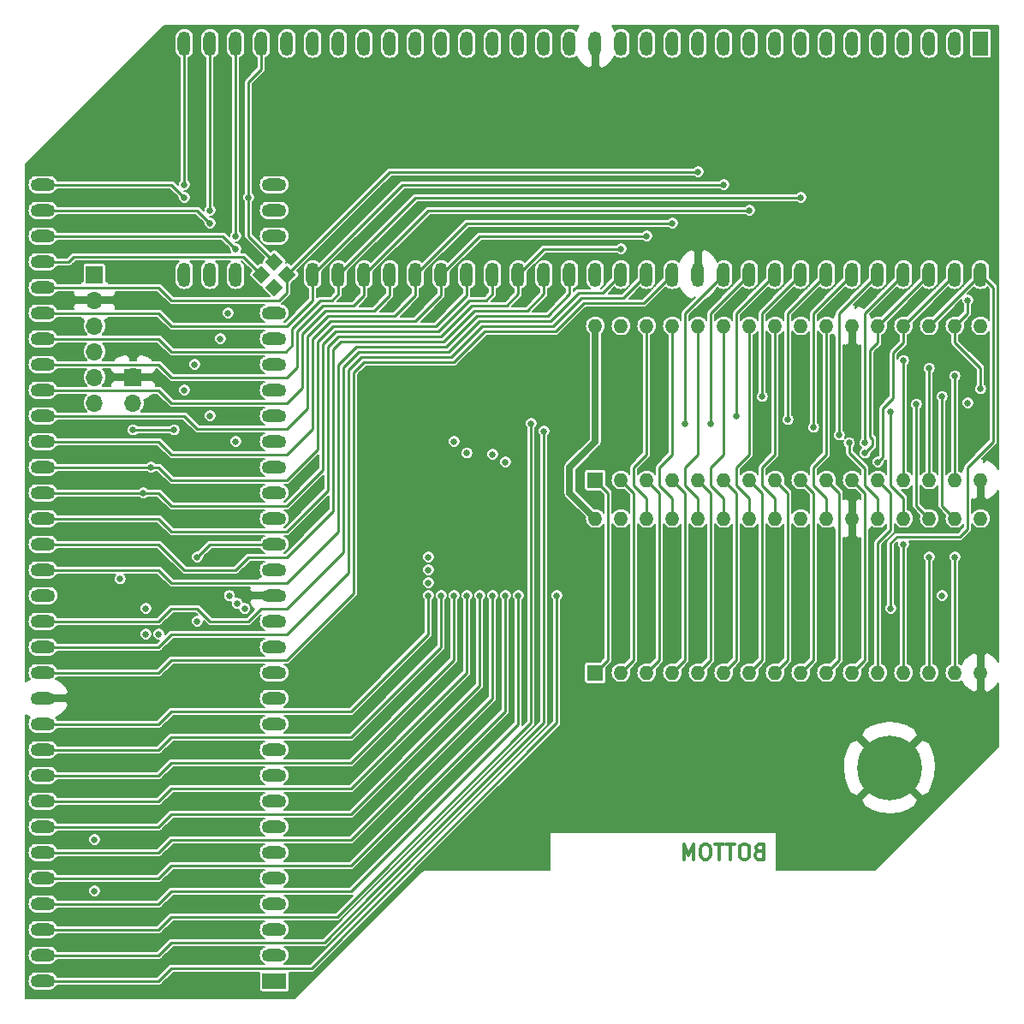
<source format=gbl>
G04 #@! TF.GenerationSoftware,KiCad,Pcbnew,(5.1.4-0-10_14)*
G04 #@! TF.CreationDate,2023-01-20T22:12:42+01:00*
G04 #@! TF.ProjectId,68000 Relocator FLASH Kickstart_Manual Route_DIP_Power Plan Split,36383030-3020-4526-956c-6f6361746f72,v1.0*
G04 #@! TF.SameCoordinates,Original*
G04 #@! TF.FileFunction,Copper,L4,Bot*
G04 #@! TF.FilePolarity,Positive*
%FSLAX46Y46*%
G04 Gerber Fmt 4.6, Leading zero omitted, Abs format (unit mm)*
G04 Created by KiCad (PCBNEW (5.1.4-0-10_14)) date 2023-01-20 22:12:42*
%MOMM*%
%LPD*%
G04 APERTURE LIST*
%ADD10C,0.300000*%
%ADD11R,1.600000X1.600000*%
%ADD12O,1.397000X1.397000*%
%ADD13R,2.400000X1.600000*%
%ADD14O,2.413000X1.270000*%
%ADD15C,1.270000*%
%ADD16C,0.100000*%
%ADD17R,1.600000X2.400000*%
%ADD18O,1.270000X2.413000*%
%ADD19R,1.700000X1.700000*%
%ADD20O,1.700000X1.700000*%
%ADD21C,6.400000*%
%ADD22C,0.635000*%
%ADD23C,0.254000*%
%ADD24C,0.635000*%
%ADD25C,0.203200*%
G04 APERTURE END LIST*
D10*
X175676285Y-139846857D02*
X175462000Y-139918285D01*
X175390571Y-139989714D01*
X175319142Y-140132571D01*
X175319142Y-140346857D01*
X175390571Y-140489714D01*
X175462000Y-140561142D01*
X175604857Y-140632571D01*
X176176285Y-140632571D01*
X176176285Y-139132571D01*
X175676285Y-139132571D01*
X175533428Y-139204000D01*
X175462000Y-139275428D01*
X175390571Y-139418285D01*
X175390571Y-139561142D01*
X175462000Y-139704000D01*
X175533428Y-139775428D01*
X175676285Y-139846857D01*
X176176285Y-139846857D01*
X174390571Y-139132571D02*
X174104857Y-139132571D01*
X173962000Y-139204000D01*
X173819142Y-139346857D01*
X173747714Y-139632571D01*
X173747714Y-140132571D01*
X173819142Y-140418285D01*
X173962000Y-140561142D01*
X174104857Y-140632571D01*
X174390571Y-140632571D01*
X174533428Y-140561142D01*
X174676285Y-140418285D01*
X174747714Y-140132571D01*
X174747714Y-139632571D01*
X174676285Y-139346857D01*
X174533428Y-139204000D01*
X174390571Y-139132571D01*
X173319142Y-139132571D02*
X172462000Y-139132571D01*
X172890571Y-140632571D02*
X172890571Y-139132571D01*
X172176285Y-139132571D02*
X171319142Y-139132571D01*
X171747714Y-140632571D02*
X171747714Y-139132571D01*
X170533428Y-139132571D02*
X170247714Y-139132571D01*
X170104857Y-139204000D01*
X169962000Y-139346857D01*
X169890571Y-139632571D01*
X169890571Y-140132571D01*
X169962000Y-140418285D01*
X170104857Y-140561142D01*
X170247714Y-140632571D01*
X170533428Y-140632571D01*
X170676285Y-140561142D01*
X170819142Y-140418285D01*
X170890571Y-140132571D01*
X170890571Y-139632571D01*
X170819142Y-139346857D01*
X170676285Y-139204000D01*
X170533428Y-139132571D01*
X169247714Y-140632571D02*
X169247714Y-139132571D01*
X168747714Y-140204000D01*
X168247714Y-139132571D01*
X168247714Y-140632571D01*
D11*
X159512000Y-103124000D03*
D12*
X197612000Y-87884000D03*
X162052000Y-103124000D03*
X195072000Y-87884000D03*
X164592000Y-103124000D03*
X192532000Y-87884000D03*
X167132000Y-103124000D03*
X189992000Y-87884000D03*
X169672000Y-103124000D03*
X187452000Y-87884000D03*
X172212000Y-103124000D03*
X184912000Y-87884000D03*
X174752000Y-103124000D03*
X182372000Y-87884000D03*
X177292000Y-103124000D03*
X179832000Y-87884000D03*
X179832000Y-103124000D03*
X177292000Y-87884000D03*
X182372000Y-103124000D03*
X174752000Y-87884000D03*
X184912000Y-103124000D03*
X172212000Y-87884000D03*
X187452000Y-103124000D03*
X169672000Y-87884000D03*
X189992000Y-103124000D03*
X167132000Y-87884000D03*
X192532000Y-103124000D03*
X164592000Y-87884000D03*
X195072000Y-103124000D03*
X162052000Y-87884000D03*
X197612000Y-103124000D03*
X159512000Y-87884000D03*
D13*
X127762000Y-152654000D03*
D14*
X104902000Y-73914000D03*
X127762000Y-150114000D03*
X104902000Y-76454000D03*
X127762000Y-147574000D03*
X104902000Y-78994000D03*
X127762000Y-145034000D03*
X104902000Y-81534000D03*
X127762000Y-142494000D03*
X104902000Y-84074000D03*
X127762000Y-139954000D03*
X104902000Y-86614000D03*
X127762000Y-137414000D03*
X104902000Y-89154000D03*
X127762000Y-134874000D03*
X104902000Y-91694000D03*
X127762000Y-132334000D03*
X104902000Y-94234000D03*
X127762000Y-129794000D03*
X104902000Y-96774000D03*
X127762000Y-127254000D03*
X104902000Y-99314000D03*
X127762000Y-124714000D03*
X104902000Y-101854000D03*
X127762000Y-122174000D03*
X104902000Y-104394000D03*
X127762000Y-119634000D03*
X104902000Y-106934000D03*
X127762000Y-117094000D03*
X104902000Y-109474000D03*
X127762000Y-114554000D03*
X104902000Y-112014000D03*
X127762000Y-112014000D03*
X104902000Y-114554000D03*
X127762000Y-109474000D03*
X104902000Y-117094000D03*
X127762000Y-106934000D03*
X104902000Y-119634000D03*
X127762000Y-104394000D03*
X104902000Y-122174000D03*
X127762000Y-101854000D03*
X104902000Y-124714000D03*
X127762000Y-99314000D03*
X104902000Y-127254000D03*
X127762000Y-96774000D03*
X104902000Y-129794000D03*
X127762000Y-94234000D03*
X104902000Y-132334000D03*
X127762000Y-91694000D03*
X104902000Y-134874000D03*
X127762000Y-89154000D03*
X104902000Y-137414000D03*
X127762000Y-86614000D03*
X104902000Y-139954000D03*
D15*
X127762000Y-84074000D03*
D16*
G36*
X127762000Y-83175974D02*
G01*
X128660026Y-84074000D01*
X127762000Y-84972026D01*
X126863974Y-84074000D01*
X127762000Y-83175974D01*
X127762000Y-83175974D01*
G37*
D14*
X104902000Y-142494000D03*
D15*
X127762000Y-81534000D03*
D16*
G36*
X127762000Y-80635974D02*
G01*
X128660026Y-81534000D01*
X127762000Y-82432026D01*
X126863974Y-81534000D01*
X127762000Y-80635974D01*
X127762000Y-80635974D01*
G37*
D14*
X104902000Y-145034000D03*
X127762000Y-78994000D03*
X104902000Y-147574000D03*
X127762000Y-76454000D03*
X104902000Y-150114000D03*
X127762000Y-73914000D03*
X104902000Y-152654000D03*
D17*
X197612000Y-59944000D03*
D18*
X118872000Y-82804000D03*
X195072000Y-59944000D03*
X121412000Y-82804000D03*
X192532000Y-59944000D03*
X123952000Y-82804000D03*
X189992000Y-59944000D03*
D15*
X126492000Y-82804000D03*
D16*
G36*
X125593974Y-82804000D02*
G01*
X126492000Y-81905974D01*
X127390026Y-82804000D01*
X126492000Y-83702026D01*
X125593974Y-82804000D01*
X125593974Y-82804000D01*
G37*
D18*
X187452000Y-59944000D03*
D15*
X129032000Y-82804000D03*
D16*
G36*
X128133974Y-82804000D02*
G01*
X129032000Y-81905974D01*
X129930026Y-82804000D01*
X129032000Y-83702026D01*
X128133974Y-82804000D01*
X128133974Y-82804000D01*
G37*
D18*
X184912000Y-59944000D03*
X131572000Y-82804000D03*
X182372000Y-59944000D03*
X134112000Y-82804000D03*
X179832000Y-59944000D03*
X136652000Y-82804000D03*
X177292000Y-59944000D03*
X139192000Y-82804000D03*
X174752000Y-59944000D03*
X141732000Y-82804000D03*
X172212000Y-59944000D03*
X144272000Y-82804000D03*
X169672000Y-59944000D03*
X146812000Y-82804000D03*
X167132000Y-59944000D03*
X149352000Y-82804000D03*
X164592000Y-59944000D03*
X151892000Y-82804000D03*
X162052000Y-59944000D03*
X154432000Y-82804000D03*
X159512000Y-59944000D03*
X156972000Y-82804000D03*
X156972000Y-59944000D03*
X159512000Y-82804000D03*
X154432000Y-59944000D03*
X162052000Y-82804000D03*
X151892000Y-59944000D03*
X164592000Y-82804000D03*
X149352000Y-59944000D03*
X167132000Y-82804000D03*
X146812000Y-59944000D03*
X169672000Y-82804000D03*
X144272000Y-59944000D03*
X172212000Y-82804000D03*
X141732000Y-59944000D03*
X174752000Y-82804000D03*
X139192000Y-59944000D03*
X177292000Y-82804000D03*
X136652000Y-59944000D03*
X179832000Y-82804000D03*
X134112000Y-59944000D03*
X182372000Y-82804000D03*
X131572000Y-59944000D03*
X184912000Y-82804000D03*
X129032000Y-59944000D03*
X187452000Y-82804000D03*
X126492000Y-59944000D03*
X189992000Y-82804000D03*
X123952000Y-59944000D03*
X192532000Y-82804000D03*
X121412000Y-59944000D03*
X195072000Y-82804000D03*
X118872000Y-59944000D03*
X197612000Y-82804000D03*
D11*
X159512000Y-122174000D03*
D12*
X197612000Y-106934000D03*
X162052000Y-122174000D03*
X195072000Y-106934000D03*
X164592000Y-122174000D03*
X192532000Y-106934000D03*
X167132000Y-122174000D03*
X189992000Y-106934000D03*
X169672000Y-122174000D03*
X187452000Y-106934000D03*
X172212000Y-122174000D03*
X184912000Y-106934000D03*
X174752000Y-122174000D03*
X182372000Y-106934000D03*
X177292000Y-122174000D03*
X179832000Y-106934000D03*
X179832000Y-122174000D03*
X177292000Y-106934000D03*
X182372000Y-122174000D03*
X174752000Y-106934000D03*
X184912000Y-122174000D03*
X172212000Y-106934000D03*
X187452000Y-122174000D03*
X169672000Y-106934000D03*
X189992000Y-122174000D03*
X167132000Y-106934000D03*
X192532000Y-122174000D03*
X164592000Y-106934000D03*
X195072000Y-122174000D03*
X162052000Y-106934000D03*
X197612000Y-122174000D03*
X159512000Y-106934000D03*
D19*
X109982000Y-82804000D03*
D20*
X109982000Y-85344000D03*
X109982000Y-87884000D03*
X109982000Y-90424000D03*
X109982000Y-92964000D03*
X109982000Y-95504000D03*
D19*
X113792000Y-92964000D03*
D20*
X113792000Y-95504000D03*
D21*
X188595000Y-131572000D03*
D22*
X196342000Y-85344000D03*
X197612000Y-94107000D03*
X118872000Y-75184000D03*
X118872000Y-94234000D03*
X121412000Y-77724000D03*
X121412000Y-96774000D03*
X195072000Y-92837000D03*
X123952000Y-80264000D03*
X123952000Y-99314000D03*
X192532000Y-92075000D03*
X145542000Y-99314000D03*
X189992000Y-91313000D03*
X169672000Y-72644000D03*
X172212000Y-73914000D03*
X179832000Y-75184000D03*
X174752000Y-76454000D03*
X146812000Y-100457000D03*
X167132000Y-77724000D03*
X164592000Y-78994000D03*
X115570000Y-101854000D03*
X149352000Y-100584000D03*
X114808000Y-104394000D03*
X150622000Y-101346000D03*
X193802000Y-114554000D03*
X196342000Y-95504000D03*
X109982000Y-138684000D03*
X109982000Y-143764000D03*
X162052000Y-80264000D03*
X130302000Y-103124000D03*
X130302000Y-105664000D03*
X130302000Y-108204000D03*
X125222000Y-99314000D03*
X120777000Y-122174000D03*
X131572000Y-145034000D03*
X131572000Y-127254000D03*
X131572000Y-129794000D03*
X131572000Y-132334000D03*
X131572000Y-134874000D03*
X131572000Y-137414000D03*
X131572000Y-139954000D03*
X176022000Y-97155000D03*
X191262000Y-109474000D03*
X165862000Y-93980000D03*
X112522000Y-118364000D03*
X112522000Y-114554000D03*
X118872000Y-134874000D03*
X118872000Y-132334000D03*
X118872000Y-129794000D03*
X118872000Y-127254000D03*
X111760000Y-128524000D03*
X111760000Y-131064000D03*
X111760000Y-133604000D03*
X111760000Y-136144000D03*
X157480000Y-88646000D03*
X122047000Y-127254000D03*
X111760000Y-124714000D03*
X111760000Y-125984000D03*
X124079000Y-122174000D03*
X124079000Y-123444000D03*
X117983000Y-106934000D03*
X124841000Y-114554000D03*
X179832000Y-105029000D03*
X125222000Y-101854000D03*
X125222000Y-96774000D03*
X125222000Y-94234000D03*
X125222000Y-91694000D03*
X125222000Y-89154000D03*
X125222000Y-86614000D03*
X117983000Y-101854000D03*
X120142000Y-110744000D03*
X184607200Y-99441000D03*
X168402000Y-97536000D03*
X143002000Y-114554000D03*
X188722000Y-96393000D03*
X170942000Y-97536000D03*
X144272000Y-114554000D03*
X191262000Y-95631000D03*
X173482000Y-96774000D03*
X145542000Y-114554000D03*
X193802000Y-94869000D03*
X176022000Y-94869000D03*
X146812000Y-114554000D03*
X178562000Y-97155000D03*
X148082000Y-114554000D03*
X181102000Y-97917000D03*
X195072000Y-110744000D03*
X149352000Y-114554000D03*
X183642000Y-98679000D03*
X192532000Y-110744000D03*
X150622000Y-114554000D03*
X125222000Y-75184000D03*
X186182000Y-99441000D03*
X189992000Y-109474000D03*
X151892000Y-114554000D03*
X123952000Y-78994000D03*
X123190000Y-86614000D03*
X153162000Y-97536000D03*
X186182000Y-100457000D03*
X121412000Y-76454000D03*
X122428000Y-89154000D03*
X154432000Y-98298000D03*
X187452000Y-101346000D03*
X118872000Y-73914000D03*
X119888000Y-91694000D03*
X188722000Y-115824000D03*
X155702000Y-114554000D03*
X112522000Y-112903000D03*
X120142000Y-117094000D03*
X115062000Y-118364000D03*
X115062000Y-115824000D03*
X116332000Y-118364000D03*
X143002000Y-112014000D03*
X124079000Y-115316000D03*
X143002000Y-113284000D03*
X124841000Y-115824000D03*
X117856000Y-98171000D03*
X113792000Y-98171000D03*
X143002000Y-110744000D03*
X123317000Y-114554000D03*
D23*
X196342000Y-86614000D02*
X195072000Y-87884000D01*
X196342000Y-85344000D02*
X196342000Y-86614000D01*
X197612000Y-94107000D02*
X197612000Y-92075000D01*
X195072000Y-89535000D02*
X195072000Y-87884000D01*
X197612000Y-92075000D02*
X195072000Y-89535000D01*
X104902000Y-73914000D02*
X117602000Y-73914000D01*
X117602000Y-73914000D02*
X118872000Y-75184000D01*
X177292000Y-103124000D02*
X178562000Y-104394000D01*
X178562000Y-120904000D02*
X177292000Y-122174000D01*
X178562000Y-104394000D02*
X178562000Y-120904000D01*
X104902000Y-76454000D02*
X120142000Y-76454000D01*
X120142000Y-76454000D02*
X121412000Y-77724000D01*
X174752000Y-103124000D02*
X176022000Y-104394000D01*
X176022000Y-120904000D02*
X174752000Y-122174000D01*
X176022000Y-104394000D02*
X176022000Y-120904000D01*
X195072000Y-103124000D02*
X195072000Y-92837000D01*
X104902000Y-78994000D02*
X122682000Y-78994000D01*
X122682000Y-78994000D02*
X123952000Y-80264000D01*
X172212000Y-103124000D02*
X173482000Y-104394000D01*
X173482000Y-120904000D02*
X172212000Y-122174000D01*
X173482000Y-104394000D02*
X173482000Y-120904000D01*
X192532000Y-92075000D02*
X192532000Y-103124000D01*
X124714000Y-81026000D02*
X126492000Y-82804000D01*
X124714000Y-81026000D02*
X107950000Y-81026000D01*
X107442000Y-81534000D02*
X104902000Y-81534000D01*
X107950000Y-81026000D02*
X107442000Y-81534000D01*
X169672000Y-103124000D02*
X170942000Y-104394000D01*
X170942000Y-120904000D02*
X169672000Y-122174000D01*
X170942000Y-104394000D02*
X170942000Y-120904000D01*
X189992000Y-103124000D02*
X189992000Y-93726000D01*
X189992000Y-91313000D02*
X189992000Y-103124000D01*
X129032000Y-84582000D02*
X129032000Y-82804000D01*
X128270000Y-85344000D02*
X129032000Y-84582000D01*
X104902000Y-84074000D02*
X116332000Y-84074000D01*
X117602000Y-85344000D02*
X128270000Y-85344000D01*
X116332000Y-84074000D02*
X117602000Y-85344000D01*
X172212000Y-87884000D02*
X172212000Y-100584000D01*
X172212000Y-100584000D02*
X170942000Y-101854000D01*
X170942000Y-101854000D02*
X170942000Y-103632000D01*
X172212000Y-104902000D02*
X172212000Y-106934000D01*
X170942000Y-103632000D02*
X172212000Y-104902000D01*
X137922000Y-73914000D02*
X129032000Y-82804000D01*
X139192000Y-72644000D02*
X137922000Y-73914000D01*
X169672000Y-72644000D02*
X139192000Y-72644000D01*
X131572000Y-85344000D02*
X131572000Y-82804000D01*
X129032000Y-87884000D02*
X131572000Y-85344000D01*
X117602000Y-87884000D02*
X129032000Y-87884000D01*
X104902000Y-86614000D02*
X116332000Y-86614000D01*
X116332000Y-86614000D02*
X117602000Y-87884000D01*
X174752000Y-87884000D02*
X174752000Y-100584000D01*
X174752000Y-100584000D02*
X173482000Y-101854000D01*
X173482000Y-101854000D02*
X173482000Y-103632000D01*
X174752000Y-104902000D02*
X174752000Y-106934000D01*
X173482000Y-103632000D02*
X174752000Y-104902000D01*
X140462000Y-73914000D02*
X131572000Y-82804000D01*
X172212000Y-73914000D02*
X140462000Y-73914000D01*
X116332000Y-89154000D02*
X104902000Y-89154000D01*
X117602000Y-90424000D02*
X116332000Y-89154000D01*
X134112000Y-84709000D02*
X133477000Y-85344000D01*
X134112000Y-82804000D02*
X134112000Y-84709000D01*
X128905000Y-90424000D02*
X117602000Y-90424000D01*
X133477000Y-85344000D02*
X132334000Y-85344000D01*
X132334000Y-85344000D02*
X129540000Y-88138000D01*
X129540000Y-88138000D02*
X129540000Y-89789000D01*
X129540000Y-89789000D02*
X128905000Y-90424000D01*
X182372000Y-104902000D02*
X182372000Y-106934000D01*
X181102000Y-103632000D02*
X182372000Y-104902000D01*
X181102000Y-101854000D02*
X181102000Y-103632000D01*
X182372000Y-87884000D02*
X182372000Y-100584000D01*
X182372000Y-100584000D02*
X181102000Y-101854000D01*
X141732000Y-75184000D02*
X134112000Y-82804000D01*
X179832000Y-75184000D02*
X141732000Y-75184000D01*
X136652000Y-84836000D02*
X136652000Y-82804000D01*
X135636000Y-85852000D02*
X136652000Y-84836000D01*
X132588000Y-85852000D02*
X135636000Y-85852000D01*
X104902000Y-91694000D02*
X116332000Y-91694000D01*
X116332000Y-91694000D02*
X117602000Y-92964000D01*
X130048000Y-88392000D02*
X132588000Y-85852000D01*
X130048000Y-88392000D02*
X130048000Y-91948000D01*
X130048000Y-91948000D02*
X129032000Y-92964000D01*
X129032000Y-92964000D02*
X117602000Y-92964000D01*
X177292000Y-87884000D02*
X177292000Y-100584000D01*
X177292000Y-100584000D02*
X176022000Y-101854000D01*
X176022000Y-101854000D02*
X176022000Y-103632000D01*
X177292000Y-104902000D02*
X177292000Y-106934000D01*
X176022000Y-103632000D02*
X177292000Y-104902000D01*
X143002000Y-76454000D02*
X136652000Y-82804000D01*
X174752000Y-76454000D02*
X143002000Y-76454000D01*
X139192000Y-84836000D02*
X139192000Y-82804000D01*
X137668000Y-86360000D02*
X139192000Y-84836000D01*
X132842000Y-86360000D02*
X137668000Y-86360000D01*
X116332000Y-94234000D02*
X117602000Y-95504000D01*
X104902000Y-94234000D02*
X116332000Y-94234000D01*
X130556000Y-88646000D02*
X132842000Y-86360000D01*
X130556000Y-88646000D02*
X130556000Y-93980000D01*
X129032000Y-95504000D02*
X117602000Y-95504000D01*
X130556000Y-93980000D02*
X129032000Y-95504000D01*
X167132000Y-103124000D02*
X168402000Y-104394000D01*
X168402000Y-120904000D02*
X167132000Y-122174000D01*
X168402000Y-104394000D02*
X168402000Y-120904000D01*
X141732000Y-82804000D02*
X141732000Y-84836000D01*
X141732000Y-84836000D02*
X139700000Y-86868000D01*
X139700000Y-86868000D02*
X133096000Y-86868000D01*
X104902000Y-96774000D02*
X118872000Y-96774000D01*
X118872000Y-96774000D02*
X120142000Y-98044000D01*
X131064000Y-88900000D02*
X133096000Y-86868000D01*
X131064000Y-88900000D02*
X131064000Y-96012000D01*
X129032000Y-98044000D02*
X120142000Y-98044000D01*
X131064000Y-96012000D02*
X129032000Y-98044000D01*
X169672000Y-87884000D02*
X169672000Y-100584000D01*
X169672000Y-100584000D02*
X168402000Y-101854000D01*
X168402000Y-101854000D02*
X168402000Y-103632000D01*
X169672000Y-104902000D02*
X169672000Y-106934000D01*
X168402000Y-103632000D02*
X169672000Y-104902000D01*
X146812000Y-77724000D02*
X141732000Y-82804000D01*
X167132000Y-77724000D02*
X146812000Y-77724000D01*
X116332000Y-99314000D02*
X104902000Y-99314000D01*
X144272000Y-84836000D02*
X141732000Y-87376000D01*
X144272000Y-82804000D02*
X144272000Y-84836000D01*
X141732000Y-87376000D02*
X133350000Y-87376000D01*
X133350000Y-87376000D02*
X131572000Y-89154000D01*
X117602000Y-100584000D02*
X116332000Y-99314000D01*
X131572000Y-89154000D02*
X131572000Y-98044000D01*
X129032000Y-100584000D02*
X117602000Y-100584000D01*
X131572000Y-98044000D02*
X129032000Y-100584000D01*
X167132000Y-87884000D02*
X167132000Y-100584000D01*
X167132000Y-100584000D02*
X165862000Y-101854000D01*
X165862000Y-101854000D02*
X165862000Y-103632000D01*
X167132000Y-104902000D02*
X167132000Y-106934000D01*
X165862000Y-103632000D02*
X167132000Y-104902000D01*
X148082000Y-78994000D02*
X144272000Y-82804000D01*
X164592000Y-78994000D02*
X148082000Y-78994000D01*
X114300000Y-101854000D02*
X104902000Y-101854000D01*
X114300000Y-101854000D02*
X115570000Y-101854000D01*
X115570000Y-101854000D02*
X116332000Y-101854000D01*
X116332000Y-101854000D02*
X117602000Y-103124000D01*
X132080000Y-89408000D02*
X133604000Y-87884000D01*
X133604000Y-87884000D02*
X143764000Y-87884000D01*
X146812000Y-84836000D02*
X146812000Y-82804000D01*
X143764000Y-87884000D02*
X146812000Y-84836000D01*
X132080000Y-89408000D02*
X132080000Y-100076000D01*
X132080000Y-100076000D02*
X129032000Y-103124000D01*
X129032000Y-103124000D02*
X117602000Y-103124000D01*
X164592000Y-103124000D02*
X165862000Y-104394000D01*
X165862000Y-120904000D02*
X164592000Y-122174000D01*
X165862000Y-104394000D02*
X165862000Y-120904000D01*
X113665000Y-104394000D02*
X104902000Y-104394000D01*
X113665000Y-104394000D02*
X114808000Y-104394000D01*
X116332000Y-104394000D02*
X114808000Y-104394000D01*
X132588000Y-89662000D02*
X132588000Y-102108000D01*
X149352000Y-84709000D02*
X148717000Y-85344000D01*
X149352000Y-82804000D02*
X149352000Y-84709000D01*
X148717000Y-85344000D02*
X147066000Y-85344000D01*
X147066000Y-85344000D02*
X144018000Y-88392000D01*
X144018000Y-88392000D02*
X133858000Y-88392000D01*
X133858000Y-88392000D02*
X132588000Y-89662000D01*
X132588000Y-102108000D02*
X129032000Y-105664000D01*
X129032000Y-105664000D02*
X117602000Y-105664000D01*
X117602000Y-105664000D02*
X116332000Y-104394000D01*
X162052000Y-103124000D02*
X163322000Y-104394000D01*
X163322000Y-120904000D02*
X162052000Y-122174000D01*
X163322000Y-104394000D02*
X163322000Y-120904000D01*
D24*
X159512000Y-106934000D02*
X156972000Y-104394000D01*
X156972000Y-104394000D02*
X156972000Y-101854000D01*
X156972000Y-101854000D02*
X159512000Y-99314000D01*
X159512000Y-99314000D02*
X159512000Y-87884000D01*
D23*
X104902000Y-106934000D02*
X116332000Y-106934000D01*
X116332000Y-106934000D02*
X117602000Y-108204000D01*
X117602000Y-108204000D02*
X129032000Y-108204000D01*
X129032000Y-108204000D02*
X133096000Y-104140000D01*
X133096000Y-104140000D02*
X133096000Y-89916000D01*
X133096000Y-89916000D02*
X134112000Y-88900000D01*
X134112000Y-88900000D02*
X144272000Y-88900000D01*
X144272000Y-88900000D02*
X147320000Y-85852000D01*
X147320000Y-85852000D02*
X150749000Y-85852000D01*
X151892000Y-84709000D02*
X151892000Y-82804000D01*
X150749000Y-85852000D02*
X151892000Y-84709000D01*
X164592000Y-87884000D02*
X164592000Y-100584000D01*
X164592000Y-100584000D02*
X163322000Y-101854000D01*
X163322000Y-101854000D02*
X163322000Y-103632000D01*
X164592000Y-104902000D02*
X164592000Y-106934000D01*
X163322000Y-103632000D02*
X164592000Y-104902000D01*
X154432000Y-80264000D02*
X151892000Y-82804000D01*
X162052000Y-80264000D02*
X154432000Y-80264000D01*
X152781000Y-86360000D02*
X154432000Y-84709000D01*
X144526000Y-89408000D02*
X147574000Y-86360000D01*
X154432000Y-84709000D02*
X154432000Y-82804000D01*
X134366000Y-89408000D02*
X144526000Y-89408000D01*
X133604000Y-90170000D02*
X134366000Y-89408000D01*
X133604000Y-106172000D02*
X133604000Y-90170000D01*
X116332000Y-109474000D02*
X118872000Y-112014000D01*
X104902000Y-109474000D02*
X116332000Y-109474000D01*
X147574000Y-86360000D02*
X152781000Y-86360000D01*
X118872000Y-112014000D02*
X123952000Y-112014000D01*
X123952000Y-112014000D02*
X125222000Y-110744000D01*
X125222000Y-110744000D02*
X129032000Y-110744000D01*
X129032000Y-110744000D02*
X133604000Y-106172000D01*
D24*
X118872000Y-127254000D02*
X122047000Y-127254000D01*
X127762000Y-114554000D02*
X124841000Y-114554000D01*
X120777000Y-122174000D02*
X124079000Y-122174000D01*
D23*
X104902000Y-112014000D02*
X116332000Y-112014000D01*
X116332000Y-112014000D02*
X117602000Y-113284000D01*
X117602000Y-113284000D02*
X129032000Y-113284000D01*
X129032000Y-113284000D02*
X134112000Y-108204000D01*
X134112000Y-108204000D02*
X134112000Y-91694000D01*
X134112000Y-91694000D02*
X135890000Y-89916000D01*
X135890000Y-89916000D02*
X144780000Y-89916000D01*
X144780000Y-89916000D02*
X147828000Y-86868000D01*
X147828000Y-86868000D02*
X154813000Y-86868000D01*
X154813000Y-86868000D02*
X156972000Y-84709000D01*
X156972000Y-84709000D02*
X156972000Y-82804000D01*
X127762000Y-109474000D02*
X121412000Y-109474000D01*
X121412000Y-109474000D02*
X120142000Y-110744000D01*
X148082000Y-87376000D02*
X155067000Y-87376000D01*
X145034000Y-90424000D02*
X148082000Y-87376000D01*
X155067000Y-87376000D02*
X157861000Y-84582000D01*
X136144000Y-90424000D02*
X145034000Y-90424000D01*
X116332000Y-117094000D02*
X117602000Y-115824000D01*
X157861000Y-84582000D02*
X160274000Y-84582000D01*
X104902000Y-117094000D02*
X116332000Y-117094000D01*
X129032000Y-115824000D02*
X134620000Y-110236000D01*
X160274000Y-84582000D02*
X162052000Y-82804000D01*
X134620000Y-110236000D02*
X134620000Y-91948000D01*
X134620000Y-91948000D02*
X136144000Y-90424000D01*
X117602000Y-115824000D02*
X120142000Y-115824000D01*
X120142000Y-115824000D02*
X121412000Y-117094000D01*
X121412000Y-117094000D02*
X125222000Y-117094000D01*
X126492000Y-115824000D02*
X129032000Y-115824000D01*
X125222000Y-117094000D02*
X126492000Y-115824000D01*
X162306000Y-85090000D02*
X164592000Y-82804000D01*
X158115000Y-85090000D02*
X162306000Y-85090000D01*
X155321000Y-87884000D02*
X158115000Y-85090000D01*
X148336000Y-87884000D02*
X155321000Y-87884000D01*
X136398000Y-90932000D02*
X145288000Y-90932000D01*
X116332000Y-119634000D02*
X117602000Y-118364000D01*
X104902000Y-119634000D02*
X116332000Y-119634000D01*
X145288000Y-90932000D02*
X148336000Y-87884000D01*
X117602000Y-118364000D02*
X129032000Y-118364000D01*
X129032000Y-118364000D02*
X135128000Y-112268000D01*
X135128000Y-112268000D02*
X135128000Y-92202000D01*
X135128000Y-92202000D02*
X136398000Y-90932000D01*
X104902000Y-122174000D02*
X116332000Y-122174000D01*
X116332000Y-122174000D02*
X117602000Y-120904000D01*
X117602000Y-120904000D02*
X129032000Y-120904000D01*
X129032000Y-120904000D02*
X135636000Y-114300000D01*
X135636000Y-114300000D02*
X135636000Y-92456000D01*
X135636000Y-92456000D02*
X136652000Y-91440000D01*
X136652000Y-91440000D02*
X145542000Y-91440000D01*
X145542000Y-91440000D02*
X148590000Y-88392000D01*
X148590000Y-88392000D02*
X155575000Y-88392000D01*
X155575000Y-88392000D02*
X158369000Y-85598000D01*
X164338000Y-85598000D02*
X167132000Y-82804000D01*
X158369000Y-85598000D02*
X164338000Y-85598000D01*
X187452000Y-106934000D02*
X187452000Y-104902000D01*
X187452000Y-104902000D02*
X186182000Y-103632000D01*
X186182000Y-103632000D02*
X186182000Y-101981000D01*
X168402000Y-86614000D02*
X172212000Y-82804000D01*
X186182000Y-101981000D02*
X184607200Y-100406200D01*
X168402000Y-86614000D02*
X168402000Y-97536000D01*
X143002000Y-114554000D02*
X143002000Y-118364000D01*
X143002000Y-118364000D02*
X135382000Y-125984000D01*
X135382000Y-125984000D02*
X117602000Y-125984000D01*
X117602000Y-125984000D02*
X116332000Y-127254000D01*
X116332000Y-127254000D02*
X104902000Y-127254000D01*
X184607200Y-100406200D02*
X184607200Y-99441000D01*
X189992000Y-106934000D02*
X189992000Y-104902000D01*
X189992000Y-104902000D02*
X188722000Y-103632000D01*
X170942000Y-86614000D02*
X174752000Y-82804000D01*
X188722000Y-103632000D02*
X188722000Y-96393000D01*
X170942000Y-97536000D02*
X170942000Y-86614000D01*
X144272000Y-114554000D02*
X144272000Y-119634000D01*
X144272000Y-119634000D02*
X135382000Y-128524000D01*
X135382000Y-128524000D02*
X117602000Y-128524000D01*
X117602000Y-128524000D02*
X116332000Y-129794000D01*
X116332000Y-129794000D02*
X104902000Y-129794000D01*
X177292000Y-82804000D02*
X173482000Y-86614000D01*
X192532000Y-106934000D02*
X191262000Y-105664000D01*
X191262000Y-105664000D02*
X191262000Y-95631000D01*
X173482000Y-96774000D02*
X173482000Y-86614000D01*
X145542000Y-114554000D02*
X145542000Y-120904000D01*
X145542000Y-120904000D02*
X135382000Y-131064000D01*
X135382000Y-131064000D02*
X117602000Y-131064000D01*
X117602000Y-131064000D02*
X116332000Y-132334000D01*
X116332000Y-132334000D02*
X104902000Y-132334000D01*
X179832000Y-82804000D02*
X176022000Y-86614000D01*
X195072000Y-106934000D02*
X193802000Y-105664000D01*
X176022000Y-93599000D02*
X176022000Y-86614000D01*
X193802000Y-105664000D02*
X193802000Y-98044000D01*
X193802000Y-98044000D02*
X193802000Y-94869000D01*
X176022000Y-93599000D02*
X176022000Y-94869000D01*
X146812000Y-114554000D02*
X146812000Y-122174000D01*
X146812000Y-122174000D02*
X135382000Y-133604000D01*
X135382000Y-133604000D02*
X117602000Y-133604000D01*
X117602000Y-133604000D02*
X116332000Y-134874000D01*
X116332000Y-134874000D02*
X104902000Y-134874000D01*
X182372000Y-82804000D02*
X178562000Y-86614000D01*
X178562000Y-97155000D02*
X178562000Y-86614000D01*
X148082000Y-123444000D02*
X135382000Y-136144000D01*
X135382000Y-136144000D02*
X117602000Y-136144000D01*
X117602000Y-136144000D02*
X116332000Y-137414000D01*
X116332000Y-137414000D02*
X104902000Y-137414000D01*
X148082000Y-114554000D02*
X148082000Y-123444000D01*
X181102000Y-86614000D02*
X184912000Y-82804000D01*
X181102000Y-97917000D02*
X181102000Y-86614000D01*
X195072000Y-110744000D02*
X195072000Y-122174000D01*
X149352000Y-114554000D02*
X149352000Y-124714000D01*
X149352000Y-124714000D02*
X135382000Y-138684000D01*
X135382000Y-138684000D02*
X117602000Y-138684000D01*
X117602000Y-138684000D02*
X116332000Y-139954000D01*
X116332000Y-139954000D02*
X104902000Y-139954000D01*
X187452000Y-82804000D02*
X183642000Y-86614000D01*
X183642000Y-98679000D02*
X183642000Y-86614000D01*
X192532000Y-110744000D02*
X192532000Y-122174000D01*
X150622000Y-114554000D02*
X150622000Y-125984000D01*
X150622000Y-125984000D02*
X135382000Y-141224000D01*
X135382000Y-141224000D02*
X117602000Y-141224000D01*
X117602000Y-141224000D02*
X116332000Y-142494000D01*
X116332000Y-142494000D02*
X104902000Y-142494000D01*
X125222000Y-78994000D02*
X127762000Y-81534000D01*
X125222000Y-75184000D02*
X125222000Y-78994000D01*
X125222000Y-75184000D02*
X125222000Y-63754000D01*
X126492000Y-62484000D02*
X126492000Y-59944000D01*
X125222000Y-63754000D02*
X126492000Y-62484000D01*
X187452000Y-103124000D02*
X188722000Y-104394000D01*
X187452000Y-122174000D02*
X187452000Y-109347000D01*
X188722000Y-108077000D02*
X188722000Y-104394000D01*
X187452000Y-109347000D02*
X188722000Y-108077000D01*
X189992000Y-82804000D02*
X186182000Y-86614000D01*
X189992000Y-122174000D02*
X189992000Y-109474000D01*
X151892000Y-114554000D02*
X151892000Y-127254000D01*
X151892000Y-127254000D02*
X135382000Y-143764000D01*
X135382000Y-143764000D02*
X117602000Y-143764000D01*
X117602000Y-143764000D02*
X116332000Y-145034000D01*
X116332000Y-145034000D02*
X104902000Y-145034000D01*
X186182000Y-99441000D02*
X186182000Y-86614000D01*
X123952000Y-78994000D02*
X123952000Y-59944000D01*
X184912000Y-103124000D02*
X186182000Y-104394000D01*
X186182000Y-120904000D02*
X184912000Y-122174000D01*
X186182000Y-104394000D02*
X186182000Y-120904000D01*
X187452000Y-87884000D02*
X192532000Y-82804000D01*
X104902000Y-147574000D02*
X116332000Y-147574000D01*
X116332000Y-147574000D02*
X117602000Y-146304000D01*
X117602000Y-146304000D02*
X127762000Y-146304000D01*
X127762000Y-146304000D02*
X132842000Y-146304000D01*
X132842000Y-146304000D02*
X133985000Y-146304000D01*
X133985000Y-146304000D02*
X137033000Y-143256000D01*
X137033000Y-143256000D02*
X153162000Y-127127000D01*
X153162000Y-127127000D02*
X153162000Y-97536000D01*
X186182000Y-100457000D02*
X186944000Y-99695000D01*
X186944000Y-99695000D02*
X186944000Y-99060000D01*
X186944000Y-99060000D02*
X186690000Y-98806000D01*
X187452000Y-87884000D02*
X187452000Y-89535000D01*
X186690000Y-90297000D02*
X186690000Y-98806000D01*
X187452000Y-89535000D02*
X186690000Y-90297000D01*
X121412000Y-76454000D02*
X121412000Y-59944000D01*
X182372000Y-103124000D02*
X183642000Y-104394000D01*
X183642000Y-120904000D02*
X182372000Y-122174000D01*
X183642000Y-104394000D02*
X183642000Y-120904000D01*
X189992000Y-87884000D02*
X195072000Y-82804000D01*
X104902000Y-150114000D02*
X116332000Y-150114000D01*
X116332000Y-150114000D02*
X117602000Y-148844000D01*
X117602000Y-148844000D02*
X123825000Y-148844000D01*
X123825000Y-148844000D02*
X130556000Y-148844000D01*
X130556000Y-148844000D02*
X132715000Y-148844000D01*
X132715000Y-148844000D02*
X137414000Y-144145000D01*
X137414000Y-144145000D02*
X154432000Y-127127000D01*
X154432000Y-127127000D02*
X154432000Y-98298000D01*
X187960000Y-100838000D02*
X187452000Y-101346000D01*
X187960000Y-96012000D02*
X187960000Y-100838000D01*
X188976000Y-94996000D02*
X187960000Y-96012000D01*
X188976000Y-90551000D02*
X188976000Y-94996000D01*
X189992000Y-87884000D02*
X189992000Y-89535000D01*
X189992000Y-89535000D02*
X188976000Y-90551000D01*
X118872000Y-73914000D02*
X118872000Y-59944000D01*
X179832000Y-103124000D02*
X181102000Y-104394000D01*
X181102000Y-120904000D02*
X179832000Y-122174000D01*
X181102000Y-104394000D02*
X181102000Y-120904000D01*
X192532000Y-87884000D02*
X193929000Y-86487000D01*
X193929000Y-86487000D02*
X197612000Y-82804000D01*
X197612000Y-82804000D02*
X198882000Y-84074000D01*
X198882000Y-84074000D02*
X198882000Y-99314000D01*
X198882000Y-99314000D02*
X196342000Y-101854000D01*
X196342000Y-101854000D02*
X196342000Y-107569000D01*
X196342000Y-107569000D02*
X196342000Y-107950000D01*
X196342000Y-107950000D02*
X195580000Y-108712000D01*
X195580000Y-108712000D02*
X189357000Y-108712000D01*
X189357000Y-108712000D02*
X188722000Y-109347000D01*
X188722000Y-109347000D02*
X188722000Y-115824000D01*
X155702000Y-127127000D02*
X155702000Y-114554000D01*
X131445000Y-151384000D02*
X155702000Y-127127000D01*
X117602000Y-151384000D02*
X131445000Y-151384000D01*
X104902000Y-152654000D02*
X116332000Y-152654000D01*
X116332000Y-152654000D02*
X117602000Y-151384000D01*
X117856000Y-98171000D02*
X113792000Y-98171000D01*
X159512000Y-103124000D02*
X160782000Y-104394000D01*
X160782000Y-120904000D02*
X159512000Y-122174000D01*
X160782000Y-104394000D02*
X160782000Y-120904000D01*
D25*
G36*
X166607349Y-84160696D02*
G01*
X166770614Y-84247963D01*
X166947767Y-84301702D01*
X167132000Y-84319847D01*
X167316232Y-84301702D01*
X167493385Y-84247963D01*
X167656651Y-84160696D01*
X167770572Y-84067203D01*
X167925065Y-84401525D01*
X168158799Y-84722620D01*
X168450685Y-84991946D01*
X168789505Y-85199153D01*
X169085196Y-85294381D01*
X169362204Y-85043139D01*
X168111679Y-86293665D01*
X168095194Y-86307194D01*
X168041234Y-86372945D01*
X168001139Y-86447959D01*
X167989296Y-86487000D01*
X167976448Y-86529353D01*
X167968111Y-86614000D01*
X167970200Y-86635210D01*
X167970200Y-87323840D01*
X167844873Y-87171127D01*
X167692100Y-87045751D01*
X167517804Y-86952587D01*
X167328681Y-86895217D01*
X167181284Y-86880700D01*
X167082716Y-86880700D01*
X166935319Y-86895217D01*
X166746196Y-86952587D01*
X166571900Y-87045751D01*
X166419127Y-87171127D01*
X166293751Y-87323900D01*
X166200587Y-87498196D01*
X166143217Y-87687319D01*
X166123846Y-87884000D01*
X166143217Y-88080681D01*
X166200587Y-88269804D01*
X166293751Y-88444100D01*
X166419127Y-88596873D01*
X166571900Y-88722249D01*
X166700200Y-88790827D01*
X166700201Y-100405141D01*
X165571679Y-101533665D01*
X165555194Y-101547194D01*
X165501234Y-101612945D01*
X165461139Y-101687959D01*
X165443271Y-101746860D01*
X165436448Y-101769353D01*
X165428111Y-101854000D01*
X165430200Y-101875210D01*
X165430200Y-102563841D01*
X165304873Y-102411127D01*
X165152100Y-102285751D01*
X164977804Y-102192587D01*
X164788681Y-102135217D01*
X164641284Y-102120700D01*
X164542716Y-102120700D01*
X164395319Y-102135217D01*
X164206196Y-102192587D01*
X164031900Y-102285751D01*
X163879127Y-102411127D01*
X163753800Y-102563840D01*
X163753800Y-102032856D01*
X164882332Y-100904326D01*
X164898806Y-100890806D01*
X164952766Y-100825056D01*
X164992861Y-100750042D01*
X165017552Y-100668648D01*
X165019852Y-100645291D01*
X165025889Y-100584001D01*
X165023800Y-100562791D01*
X165023800Y-88790827D01*
X165152100Y-88722249D01*
X165304873Y-88596873D01*
X165430249Y-88444100D01*
X165523413Y-88269804D01*
X165580783Y-88080681D01*
X165600154Y-87884000D01*
X165580783Y-87687319D01*
X165523413Y-87498196D01*
X165430249Y-87323900D01*
X165304873Y-87171127D01*
X165152100Y-87045751D01*
X164977804Y-86952587D01*
X164788681Y-86895217D01*
X164641284Y-86880700D01*
X164542716Y-86880700D01*
X164395319Y-86895217D01*
X164206196Y-86952587D01*
X164031900Y-87045751D01*
X163879127Y-87171127D01*
X163753751Y-87323900D01*
X163660587Y-87498196D01*
X163603217Y-87687319D01*
X163583846Y-87884000D01*
X163603217Y-88080681D01*
X163660587Y-88269804D01*
X163753751Y-88444100D01*
X163879127Y-88596873D01*
X164031900Y-88722249D01*
X164160200Y-88790827D01*
X164160201Y-100405141D01*
X163031679Y-101533665D01*
X163015194Y-101547194D01*
X162961234Y-101612945D01*
X162921139Y-101687959D01*
X162903271Y-101746860D01*
X162896448Y-101769353D01*
X162888111Y-101854000D01*
X162890200Y-101875210D01*
X162890200Y-102563841D01*
X162764873Y-102411127D01*
X162612100Y-102285751D01*
X162437804Y-102192587D01*
X162248681Y-102135217D01*
X162101284Y-102120700D01*
X162002716Y-102120700D01*
X161855319Y-102135217D01*
X161666196Y-102192587D01*
X161491900Y-102285751D01*
X161339127Y-102411127D01*
X161213751Y-102563900D01*
X161120587Y-102738196D01*
X161063217Y-102927319D01*
X161043846Y-103124000D01*
X161063217Y-103320681D01*
X161120587Y-103509804D01*
X161213751Y-103684100D01*
X161339127Y-103836873D01*
X161491900Y-103962249D01*
X161666196Y-104055413D01*
X161855319Y-104112783D01*
X162002716Y-104127300D01*
X162101284Y-104127300D01*
X162248681Y-104112783D01*
X162387896Y-104070553D01*
X162890200Y-104572858D01*
X162890200Y-106373840D01*
X162764873Y-106221127D01*
X162612100Y-106095751D01*
X162437804Y-106002587D01*
X162248681Y-105945217D01*
X162101284Y-105930700D01*
X162002716Y-105930700D01*
X161855319Y-105945217D01*
X161666196Y-106002587D01*
X161491900Y-106095751D01*
X161339127Y-106221127D01*
X161213800Y-106373840D01*
X161213800Y-104415209D01*
X161215889Y-104393999D01*
X161207552Y-104309352D01*
X161206548Y-104306041D01*
X161182861Y-104227958D01*
X161142766Y-104152944D01*
X161088806Y-104087194D01*
X161072332Y-104073674D01*
X160618274Y-103619617D01*
X160618274Y-102324000D01*
X160612389Y-102264249D01*
X160594960Y-102206794D01*
X160566658Y-102153843D01*
X160528568Y-102107432D01*
X160482157Y-102069342D01*
X160429206Y-102041040D01*
X160371751Y-102023611D01*
X160312000Y-102017726D01*
X158712000Y-102017726D01*
X158652249Y-102023611D01*
X158594794Y-102041040D01*
X158541843Y-102069342D01*
X158495432Y-102107432D01*
X158457342Y-102153843D01*
X158429040Y-102206794D01*
X158411611Y-102264249D01*
X158405726Y-102324000D01*
X158405726Y-103924000D01*
X158411611Y-103983751D01*
X158429040Y-104041206D01*
X158457342Y-104094157D01*
X158495432Y-104140568D01*
X158541843Y-104178658D01*
X158594794Y-104206960D01*
X158652249Y-104224389D01*
X158712000Y-104230274D01*
X160007617Y-104230274D01*
X160350200Y-104572858D01*
X160350200Y-106373840D01*
X160224873Y-106221127D01*
X160072100Y-106095751D01*
X159897804Y-106002587D01*
X159708681Y-105945217D01*
X159561284Y-105930700D01*
X159462716Y-105930700D01*
X159395395Y-105937330D01*
X157594300Y-104136236D01*
X157594300Y-102111764D01*
X159930414Y-99775651D01*
X159954162Y-99756162D01*
X160031927Y-99661404D01*
X160089712Y-99553296D01*
X160125296Y-99435992D01*
X160134300Y-99344572D01*
X160134300Y-99344570D01*
X160137311Y-99314001D01*
X160134300Y-99283432D01*
X160134300Y-88671203D01*
X160224873Y-88596873D01*
X160350249Y-88444100D01*
X160443413Y-88269804D01*
X160500783Y-88080681D01*
X160520154Y-87884000D01*
X161043846Y-87884000D01*
X161063217Y-88080681D01*
X161120587Y-88269804D01*
X161213751Y-88444100D01*
X161339127Y-88596873D01*
X161491900Y-88722249D01*
X161666196Y-88815413D01*
X161855319Y-88872783D01*
X162002716Y-88887300D01*
X162101284Y-88887300D01*
X162248681Y-88872783D01*
X162437804Y-88815413D01*
X162612100Y-88722249D01*
X162764873Y-88596873D01*
X162890249Y-88444100D01*
X162983413Y-88269804D01*
X163040783Y-88080681D01*
X163060154Y-87884000D01*
X163040783Y-87687319D01*
X162983413Y-87498196D01*
X162890249Y-87323900D01*
X162764873Y-87171127D01*
X162612100Y-87045751D01*
X162437804Y-86952587D01*
X162248681Y-86895217D01*
X162101284Y-86880700D01*
X162002716Y-86880700D01*
X161855319Y-86895217D01*
X161666196Y-86952587D01*
X161491900Y-87045751D01*
X161339127Y-87171127D01*
X161213751Y-87323900D01*
X161120587Y-87498196D01*
X161063217Y-87687319D01*
X161043846Y-87884000D01*
X160520154Y-87884000D01*
X160500783Y-87687319D01*
X160443413Y-87498196D01*
X160350249Y-87323900D01*
X160224873Y-87171127D01*
X160072100Y-87045751D01*
X159897804Y-86952587D01*
X159708681Y-86895217D01*
X159561284Y-86880700D01*
X159462716Y-86880700D01*
X159315319Y-86895217D01*
X159126196Y-86952587D01*
X158951900Y-87045751D01*
X158799127Y-87171127D01*
X158673751Y-87323900D01*
X158580587Y-87498196D01*
X158523217Y-87687319D01*
X158503846Y-87884000D01*
X158523217Y-88080681D01*
X158580587Y-88269804D01*
X158673751Y-88444100D01*
X158799127Y-88596873D01*
X158889701Y-88671204D01*
X158889700Y-99056235D01*
X156553588Y-101392348D01*
X156529839Y-101411838D01*
X156510350Y-101435586D01*
X156452073Y-101506596D01*
X156394289Y-101614704D01*
X156358705Y-101732008D01*
X156346689Y-101854000D01*
X156349701Y-101884579D01*
X156349700Y-104363431D01*
X156346689Y-104394000D01*
X156349700Y-104424569D01*
X156349700Y-104424571D01*
X156358704Y-104515991D01*
X156394288Y-104633295D01*
X156409067Y-104660944D01*
X156452073Y-104741404D01*
X156463039Y-104754766D01*
X156529838Y-104836162D01*
X156553593Y-104855657D01*
X158515330Y-106817395D01*
X158503846Y-106934000D01*
X158523217Y-107130681D01*
X158580587Y-107319804D01*
X158673751Y-107494100D01*
X158799127Y-107646873D01*
X158951900Y-107772249D01*
X159126196Y-107865413D01*
X159315319Y-107922783D01*
X159462716Y-107937300D01*
X159561284Y-107937300D01*
X159708681Y-107922783D01*
X159897804Y-107865413D01*
X160072100Y-107772249D01*
X160224873Y-107646873D01*
X160350200Y-107494159D01*
X160350201Y-120725141D01*
X160007617Y-121067726D01*
X158712000Y-121067726D01*
X158652249Y-121073611D01*
X158594794Y-121091040D01*
X158541843Y-121119342D01*
X158495432Y-121157432D01*
X158457342Y-121203843D01*
X158429040Y-121256794D01*
X158411611Y-121314249D01*
X158405726Y-121374000D01*
X158405726Y-122974000D01*
X158411611Y-123033751D01*
X158429040Y-123091206D01*
X158457342Y-123144157D01*
X158495432Y-123190568D01*
X158541843Y-123228658D01*
X158594794Y-123256960D01*
X158652249Y-123274389D01*
X158712000Y-123280274D01*
X160312000Y-123280274D01*
X160371751Y-123274389D01*
X160429206Y-123256960D01*
X160482157Y-123228658D01*
X160528568Y-123190568D01*
X160566658Y-123144157D01*
X160594960Y-123091206D01*
X160612389Y-123033751D01*
X160618274Y-122974000D01*
X160618274Y-121678383D01*
X161072332Y-121224326D01*
X161088806Y-121210806D01*
X161142766Y-121145056D01*
X161182861Y-121070042D01*
X161207552Y-120988648D01*
X161213800Y-120925210D01*
X161215889Y-120904001D01*
X161213800Y-120882791D01*
X161213800Y-107494160D01*
X161339127Y-107646873D01*
X161491900Y-107772249D01*
X161666196Y-107865413D01*
X161855319Y-107922783D01*
X162002716Y-107937300D01*
X162101284Y-107937300D01*
X162248681Y-107922783D01*
X162437804Y-107865413D01*
X162612100Y-107772249D01*
X162764873Y-107646873D01*
X162890200Y-107494159D01*
X162890201Y-120725141D01*
X162387896Y-121227447D01*
X162248681Y-121185217D01*
X162101284Y-121170700D01*
X162002716Y-121170700D01*
X161855319Y-121185217D01*
X161666196Y-121242587D01*
X161491900Y-121335751D01*
X161339127Y-121461127D01*
X161213751Y-121613900D01*
X161120587Y-121788196D01*
X161063217Y-121977319D01*
X161043846Y-122174000D01*
X161063217Y-122370681D01*
X161120587Y-122559804D01*
X161213751Y-122734100D01*
X161339127Y-122886873D01*
X161491900Y-123012249D01*
X161666196Y-123105413D01*
X161855319Y-123162783D01*
X162002716Y-123177300D01*
X162101284Y-123177300D01*
X162248681Y-123162783D01*
X162437804Y-123105413D01*
X162612100Y-123012249D01*
X162764873Y-122886873D01*
X162890249Y-122734100D01*
X162983413Y-122559804D01*
X163040783Y-122370681D01*
X163060154Y-122174000D01*
X163040783Y-121977319D01*
X162998553Y-121838104D01*
X163612332Y-121224326D01*
X163628806Y-121210806D01*
X163682766Y-121145056D01*
X163722861Y-121070042D01*
X163747552Y-120988648D01*
X163753800Y-120925210D01*
X163755889Y-120904001D01*
X163753800Y-120882791D01*
X163753800Y-107494160D01*
X163879127Y-107646873D01*
X164031900Y-107772249D01*
X164206196Y-107865413D01*
X164395319Y-107922783D01*
X164542716Y-107937300D01*
X164641284Y-107937300D01*
X164788681Y-107922783D01*
X164977804Y-107865413D01*
X165152100Y-107772249D01*
X165304873Y-107646873D01*
X165430200Y-107494159D01*
X165430201Y-120725141D01*
X164927896Y-121227447D01*
X164788681Y-121185217D01*
X164641284Y-121170700D01*
X164542716Y-121170700D01*
X164395319Y-121185217D01*
X164206196Y-121242587D01*
X164031900Y-121335751D01*
X163879127Y-121461127D01*
X163753751Y-121613900D01*
X163660587Y-121788196D01*
X163603217Y-121977319D01*
X163583846Y-122174000D01*
X163603217Y-122370681D01*
X163660587Y-122559804D01*
X163753751Y-122734100D01*
X163879127Y-122886873D01*
X164031900Y-123012249D01*
X164206196Y-123105413D01*
X164395319Y-123162783D01*
X164542716Y-123177300D01*
X164641284Y-123177300D01*
X164788681Y-123162783D01*
X164977804Y-123105413D01*
X165152100Y-123012249D01*
X165304873Y-122886873D01*
X165430249Y-122734100D01*
X165523413Y-122559804D01*
X165580783Y-122370681D01*
X165600154Y-122174000D01*
X165580783Y-121977319D01*
X165538553Y-121838104D01*
X166152332Y-121224326D01*
X166168806Y-121210806D01*
X166222766Y-121145056D01*
X166262861Y-121070042D01*
X166287552Y-120988648D01*
X166293800Y-120925210D01*
X166295889Y-120904001D01*
X166293800Y-120882791D01*
X166293800Y-107494160D01*
X166419127Y-107646873D01*
X166571900Y-107772249D01*
X166746196Y-107865413D01*
X166935319Y-107922783D01*
X167082716Y-107937300D01*
X167181284Y-107937300D01*
X167328681Y-107922783D01*
X167517804Y-107865413D01*
X167692100Y-107772249D01*
X167844873Y-107646873D01*
X167970200Y-107494159D01*
X167970201Y-120725141D01*
X167467896Y-121227447D01*
X167328681Y-121185217D01*
X167181284Y-121170700D01*
X167082716Y-121170700D01*
X166935319Y-121185217D01*
X166746196Y-121242587D01*
X166571900Y-121335751D01*
X166419127Y-121461127D01*
X166293751Y-121613900D01*
X166200587Y-121788196D01*
X166143217Y-121977319D01*
X166123846Y-122174000D01*
X166143217Y-122370681D01*
X166200587Y-122559804D01*
X166293751Y-122734100D01*
X166419127Y-122886873D01*
X166571900Y-123012249D01*
X166746196Y-123105413D01*
X166935319Y-123162783D01*
X167082716Y-123177300D01*
X167181284Y-123177300D01*
X167328681Y-123162783D01*
X167517804Y-123105413D01*
X167692100Y-123012249D01*
X167844873Y-122886873D01*
X167970249Y-122734100D01*
X168063413Y-122559804D01*
X168120783Y-122370681D01*
X168140154Y-122174000D01*
X168120783Y-121977319D01*
X168078553Y-121838104D01*
X168692332Y-121224326D01*
X168708806Y-121210806D01*
X168762766Y-121145056D01*
X168802861Y-121070042D01*
X168827552Y-120988648D01*
X168833800Y-120925210D01*
X168835889Y-120904001D01*
X168833800Y-120882791D01*
X168833800Y-107494160D01*
X168959127Y-107646873D01*
X169111900Y-107772249D01*
X169286196Y-107865413D01*
X169475319Y-107922783D01*
X169622716Y-107937300D01*
X169721284Y-107937300D01*
X169868681Y-107922783D01*
X170057804Y-107865413D01*
X170232100Y-107772249D01*
X170384873Y-107646873D01*
X170510200Y-107494159D01*
X170510201Y-120725141D01*
X170007896Y-121227447D01*
X169868681Y-121185217D01*
X169721284Y-121170700D01*
X169622716Y-121170700D01*
X169475319Y-121185217D01*
X169286196Y-121242587D01*
X169111900Y-121335751D01*
X168959127Y-121461127D01*
X168833751Y-121613900D01*
X168740587Y-121788196D01*
X168683217Y-121977319D01*
X168663846Y-122174000D01*
X168683217Y-122370681D01*
X168740587Y-122559804D01*
X168833751Y-122734100D01*
X168959127Y-122886873D01*
X169111900Y-123012249D01*
X169286196Y-123105413D01*
X169475319Y-123162783D01*
X169622716Y-123177300D01*
X169721284Y-123177300D01*
X169868681Y-123162783D01*
X170057804Y-123105413D01*
X170232100Y-123012249D01*
X170384873Y-122886873D01*
X170510249Y-122734100D01*
X170603413Y-122559804D01*
X170660783Y-122370681D01*
X170680154Y-122174000D01*
X170660783Y-121977319D01*
X170618553Y-121838104D01*
X171232332Y-121224326D01*
X171248806Y-121210806D01*
X171302766Y-121145056D01*
X171342861Y-121070042D01*
X171367552Y-120988648D01*
X171373800Y-120925210D01*
X171375889Y-120904001D01*
X171373800Y-120882791D01*
X171373800Y-107494160D01*
X171499127Y-107646873D01*
X171651900Y-107772249D01*
X171826196Y-107865413D01*
X172015319Y-107922783D01*
X172162716Y-107937300D01*
X172261284Y-107937300D01*
X172408681Y-107922783D01*
X172597804Y-107865413D01*
X172772100Y-107772249D01*
X172924873Y-107646873D01*
X173050200Y-107494159D01*
X173050201Y-120725141D01*
X172547896Y-121227447D01*
X172408681Y-121185217D01*
X172261284Y-121170700D01*
X172162716Y-121170700D01*
X172015319Y-121185217D01*
X171826196Y-121242587D01*
X171651900Y-121335751D01*
X171499127Y-121461127D01*
X171373751Y-121613900D01*
X171280587Y-121788196D01*
X171223217Y-121977319D01*
X171203846Y-122174000D01*
X171223217Y-122370681D01*
X171280587Y-122559804D01*
X171373751Y-122734100D01*
X171499127Y-122886873D01*
X171651900Y-123012249D01*
X171826196Y-123105413D01*
X172015319Y-123162783D01*
X172162716Y-123177300D01*
X172261284Y-123177300D01*
X172408681Y-123162783D01*
X172597804Y-123105413D01*
X172772100Y-123012249D01*
X172924873Y-122886873D01*
X173050249Y-122734100D01*
X173143413Y-122559804D01*
X173200783Y-122370681D01*
X173220154Y-122174000D01*
X173200783Y-121977319D01*
X173158553Y-121838104D01*
X173772332Y-121224326D01*
X173788806Y-121210806D01*
X173842766Y-121145056D01*
X173882861Y-121070042D01*
X173907552Y-120988648D01*
X173913800Y-120925210D01*
X173915889Y-120904001D01*
X173913800Y-120882791D01*
X173913800Y-107494160D01*
X174039127Y-107646873D01*
X174191900Y-107772249D01*
X174366196Y-107865413D01*
X174555319Y-107922783D01*
X174702716Y-107937300D01*
X174801284Y-107937300D01*
X174948681Y-107922783D01*
X175137804Y-107865413D01*
X175312100Y-107772249D01*
X175464873Y-107646873D01*
X175590200Y-107494159D01*
X175590201Y-120725141D01*
X175087896Y-121227447D01*
X174948681Y-121185217D01*
X174801284Y-121170700D01*
X174702716Y-121170700D01*
X174555319Y-121185217D01*
X174366196Y-121242587D01*
X174191900Y-121335751D01*
X174039127Y-121461127D01*
X173913751Y-121613900D01*
X173820587Y-121788196D01*
X173763217Y-121977319D01*
X173743846Y-122174000D01*
X173763217Y-122370681D01*
X173820587Y-122559804D01*
X173913751Y-122734100D01*
X174039127Y-122886873D01*
X174191900Y-123012249D01*
X174366196Y-123105413D01*
X174555319Y-123162783D01*
X174702716Y-123177300D01*
X174801284Y-123177300D01*
X174948681Y-123162783D01*
X175137804Y-123105413D01*
X175312100Y-123012249D01*
X175464873Y-122886873D01*
X175590249Y-122734100D01*
X175683413Y-122559804D01*
X175740783Y-122370681D01*
X175760154Y-122174000D01*
X175740783Y-121977319D01*
X175698553Y-121838104D01*
X176312332Y-121224326D01*
X176328806Y-121210806D01*
X176382766Y-121145056D01*
X176422861Y-121070042D01*
X176447552Y-120988648D01*
X176453800Y-120925210D01*
X176455889Y-120904001D01*
X176453800Y-120882791D01*
X176453800Y-107494160D01*
X176579127Y-107646873D01*
X176731900Y-107772249D01*
X176906196Y-107865413D01*
X177095319Y-107922783D01*
X177242716Y-107937300D01*
X177341284Y-107937300D01*
X177488681Y-107922783D01*
X177677804Y-107865413D01*
X177852100Y-107772249D01*
X178004873Y-107646873D01*
X178130200Y-107494159D01*
X178130201Y-120725141D01*
X177627896Y-121227447D01*
X177488681Y-121185217D01*
X177341284Y-121170700D01*
X177242716Y-121170700D01*
X177095319Y-121185217D01*
X176906196Y-121242587D01*
X176731900Y-121335751D01*
X176579127Y-121461127D01*
X176453751Y-121613900D01*
X176360587Y-121788196D01*
X176303217Y-121977319D01*
X176283846Y-122174000D01*
X176303217Y-122370681D01*
X176360587Y-122559804D01*
X176453751Y-122734100D01*
X176579127Y-122886873D01*
X176731900Y-123012249D01*
X176906196Y-123105413D01*
X177095319Y-123162783D01*
X177242716Y-123177300D01*
X177341284Y-123177300D01*
X177488681Y-123162783D01*
X177677804Y-123105413D01*
X177852100Y-123012249D01*
X178004873Y-122886873D01*
X178130249Y-122734100D01*
X178223413Y-122559804D01*
X178280783Y-122370681D01*
X178300154Y-122174000D01*
X178280783Y-121977319D01*
X178238553Y-121838104D01*
X178852332Y-121224326D01*
X178868806Y-121210806D01*
X178922766Y-121145056D01*
X178962861Y-121070042D01*
X178987552Y-120988648D01*
X178993800Y-120925210D01*
X178995889Y-120904001D01*
X178993800Y-120882791D01*
X178993800Y-107494160D01*
X179119127Y-107646873D01*
X179271900Y-107772249D01*
X179446196Y-107865413D01*
X179635319Y-107922783D01*
X179782716Y-107937300D01*
X179881284Y-107937300D01*
X180028681Y-107922783D01*
X180217804Y-107865413D01*
X180392100Y-107772249D01*
X180544873Y-107646873D01*
X180670200Y-107494159D01*
X180670201Y-120725141D01*
X180167896Y-121227447D01*
X180028681Y-121185217D01*
X179881284Y-121170700D01*
X179782716Y-121170700D01*
X179635319Y-121185217D01*
X179446196Y-121242587D01*
X179271900Y-121335751D01*
X179119127Y-121461127D01*
X178993751Y-121613900D01*
X178900587Y-121788196D01*
X178843217Y-121977319D01*
X178823846Y-122174000D01*
X178843217Y-122370681D01*
X178900587Y-122559804D01*
X178993751Y-122734100D01*
X179119127Y-122886873D01*
X179271900Y-123012249D01*
X179446196Y-123105413D01*
X179635319Y-123162783D01*
X179782716Y-123177300D01*
X179881284Y-123177300D01*
X180028681Y-123162783D01*
X180217804Y-123105413D01*
X180392100Y-123012249D01*
X180544873Y-122886873D01*
X180670249Y-122734100D01*
X180763413Y-122559804D01*
X180820783Y-122370681D01*
X180840154Y-122174000D01*
X180820783Y-121977319D01*
X180778553Y-121838104D01*
X181392332Y-121224326D01*
X181408806Y-121210806D01*
X181462766Y-121145056D01*
X181502861Y-121070042D01*
X181527552Y-120988648D01*
X181533800Y-120925210D01*
X181535889Y-120904001D01*
X181533800Y-120882791D01*
X181533800Y-107494160D01*
X181659127Y-107646873D01*
X181811900Y-107772249D01*
X181986196Y-107865413D01*
X182175319Y-107922783D01*
X182322716Y-107937300D01*
X182421284Y-107937300D01*
X182568681Y-107922783D01*
X182757804Y-107865413D01*
X182932100Y-107772249D01*
X183004681Y-107712684D01*
X183084319Y-107906074D01*
X183210200Y-108095312D01*
X183210201Y-120725141D01*
X182707896Y-121227447D01*
X182568681Y-121185217D01*
X182421284Y-121170700D01*
X182322716Y-121170700D01*
X182175319Y-121185217D01*
X181986196Y-121242587D01*
X181811900Y-121335751D01*
X181659127Y-121461127D01*
X181533751Y-121613900D01*
X181440587Y-121788196D01*
X181383217Y-121977319D01*
X181363846Y-122174000D01*
X181383217Y-122370681D01*
X181440587Y-122559804D01*
X181533751Y-122734100D01*
X181659127Y-122886873D01*
X181811900Y-123012249D01*
X181986196Y-123105413D01*
X182175319Y-123162783D01*
X182322716Y-123177300D01*
X182421284Y-123177300D01*
X182568681Y-123162783D01*
X182757804Y-123105413D01*
X182932100Y-123012249D01*
X183084873Y-122886873D01*
X183210249Y-122734100D01*
X183303413Y-122559804D01*
X183360783Y-122370681D01*
X183380154Y-122174000D01*
X183360783Y-121977319D01*
X183318553Y-121838104D01*
X183932332Y-121224326D01*
X183948806Y-121210806D01*
X184002766Y-121145056D01*
X184042861Y-121070042D01*
X184067552Y-120988648D01*
X184073800Y-120925210D01*
X184075889Y-120904001D01*
X184073800Y-120882791D01*
X184073800Y-108816570D01*
X184306995Y-108913726D01*
X184315168Y-108916197D01*
X184632600Y-108638452D01*
X184632600Y-107213400D01*
X184612600Y-107213400D01*
X184612600Y-106654600D01*
X184632600Y-106654600D01*
X184632600Y-105229548D01*
X184315168Y-104951803D01*
X184306995Y-104954274D01*
X184073800Y-105051430D01*
X184073800Y-104415209D01*
X184075889Y-104393999D01*
X184067552Y-104309352D01*
X184066548Y-104306041D01*
X184042861Y-104227958D01*
X184002766Y-104152944D01*
X183948806Y-104087194D01*
X183932332Y-104073674D01*
X183318553Y-103459896D01*
X183360783Y-103320681D01*
X183380154Y-103124000D01*
X183360783Y-102927319D01*
X183303413Y-102738196D01*
X183210249Y-102563900D01*
X183084873Y-102411127D01*
X182932100Y-102285751D01*
X182757804Y-102192587D01*
X182568681Y-102135217D01*
X182421284Y-102120700D01*
X182322716Y-102120700D01*
X182175319Y-102135217D01*
X181986196Y-102192587D01*
X181811900Y-102285751D01*
X181659127Y-102411127D01*
X181533800Y-102563840D01*
X181533800Y-102032856D01*
X182662332Y-100904326D01*
X182678806Y-100890806D01*
X182732766Y-100825056D01*
X182772861Y-100750042D01*
X182797552Y-100668648D01*
X182799852Y-100645291D01*
X182805889Y-100584001D01*
X182803800Y-100562791D01*
X182803800Y-88790827D01*
X182932100Y-88722249D01*
X183004681Y-88662684D01*
X183084319Y-88856074D01*
X183210201Y-89045313D01*
X183210200Y-98230735D01*
X183158628Y-98282307D01*
X183090525Y-98384230D01*
X183043615Y-98497482D01*
X183019700Y-98617709D01*
X183019700Y-98740291D01*
X183043615Y-98860518D01*
X183090525Y-98973770D01*
X183158628Y-99075693D01*
X183245307Y-99162372D01*
X183347230Y-99230475D01*
X183460482Y-99277385D01*
X183580709Y-99301300D01*
X183703291Y-99301300D01*
X183823518Y-99277385D01*
X183936770Y-99230475D01*
X184038693Y-99162372D01*
X184057517Y-99143548D01*
X184055725Y-99146230D01*
X184008815Y-99259482D01*
X183984900Y-99379709D01*
X183984900Y-99502291D01*
X184008815Y-99622518D01*
X184055725Y-99735770D01*
X184123828Y-99837693D01*
X184175401Y-99889266D01*
X184175400Y-100384990D01*
X184173311Y-100406200D01*
X184180307Y-100477235D01*
X184181648Y-100490847D01*
X184206339Y-100572241D01*
X184246434Y-100647255D01*
X184300394Y-100713006D01*
X184316879Y-100726535D01*
X185750201Y-102159858D01*
X185750201Y-102563841D01*
X185624873Y-102411127D01*
X185472100Y-102285751D01*
X185297804Y-102192587D01*
X185108681Y-102135217D01*
X184961284Y-102120700D01*
X184862716Y-102120700D01*
X184715319Y-102135217D01*
X184526196Y-102192587D01*
X184351900Y-102285751D01*
X184199127Y-102411127D01*
X184073751Y-102563900D01*
X183980587Y-102738196D01*
X183923217Y-102927319D01*
X183903846Y-103124000D01*
X183923217Y-103320681D01*
X183980587Y-103509804D01*
X184073751Y-103684100D01*
X184199127Y-103836873D01*
X184351900Y-103962249D01*
X184526196Y-104055413D01*
X184715319Y-104112783D01*
X184862716Y-104127300D01*
X184961284Y-104127300D01*
X185108681Y-104112783D01*
X185247896Y-104070553D01*
X185750200Y-104572858D01*
X185750200Y-105051430D01*
X185517005Y-104954274D01*
X185508832Y-104951803D01*
X185191400Y-105229548D01*
X185191400Y-106654600D01*
X185211400Y-106654600D01*
X185211400Y-107213400D01*
X185191400Y-107213400D01*
X185191400Y-108638452D01*
X185508832Y-108916197D01*
X185517005Y-108913726D01*
X185750200Y-108816570D01*
X185750201Y-120725141D01*
X185247896Y-121227447D01*
X185108681Y-121185217D01*
X184961284Y-121170700D01*
X184862716Y-121170700D01*
X184715319Y-121185217D01*
X184526196Y-121242587D01*
X184351900Y-121335751D01*
X184199127Y-121461127D01*
X184073751Y-121613900D01*
X183980587Y-121788196D01*
X183923217Y-121977319D01*
X183903846Y-122174000D01*
X183923217Y-122370681D01*
X183980587Y-122559804D01*
X184073751Y-122734100D01*
X184199127Y-122886873D01*
X184351900Y-123012249D01*
X184526196Y-123105413D01*
X184715319Y-123162783D01*
X184862716Y-123177300D01*
X184961284Y-123177300D01*
X185108681Y-123162783D01*
X185297804Y-123105413D01*
X185472100Y-123012249D01*
X185624873Y-122886873D01*
X185750249Y-122734100D01*
X185843413Y-122559804D01*
X185900783Y-122370681D01*
X185920154Y-122174000D01*
X185900783Y-121977319D01*
X185858553Y-121838104D01*
X186472332Y-121224326D01*
X186488806Y-121210806D01*
X186542766Y-121145056D01*
X186582861Y-121070042D01*
X186607552Y-120988648D01*
X186613800Y-120925210D01*
X186615889Y-120904001D01*
X186613800Y-120882791D01*
X186613800Y-108095312D01*
X186739681Y-107906074D01*
X186819319Y-107712684D01*
X186891900Y-107772249D01*
X187066196Y-107865413D01*
X187255319Y-107922783D01*
X187402716Y-107937300D01*
X187501284Y-107937300D01*
X187648681Y-107922783D01*
X187837804Y-107865413D01*
X188012100Y-107772249D01*
X188164873Y-107646873D01*
X188290200Y-107494160D01*
X188290200Y-107898142D01*
X187161674Y-109026670D01*
X187145195Y-109040194D01*
X187091235Y-109105944D01*
X187065723Y-109153674D01*
X187051140Y-109180958D01*
X187026448Y-109262353D01*
X187018111Y-109347000D01*
X187020201Y-109368220D01*
X187020200Y-121267173D01*
X186891900Y-121335751D01*
X186739127Y-121461127D01*
X186613751Y-121613900D01*
X186520587Y-121788196D01*
X186463217Y-121977319D01*
X186443846Y-122174000D01*
X186463217Y-122370681D01*
X186520587Y-122559804D01*
X186613751Y-122734100D01*
X186739127Y-122886873D01*
X186891900Y-123012249D01*
X187066196Y-123105413D01*
X187255319Y-123162783D01*
X187402716Y-123177300D01*
X187501284Y-123177300D01*
X187648681Y-123162783D01*
X187837804Y-123105413D01*
X188012100Y-123012249D01*
X188164873Y-122886873D01*
X188290249Y-122734100D01*
X188383413Y-122559804D01*
X188440783Y-122370681D01*
X188460154Y-122174000D01*
X188440783Y-121977319D01*
X188383413Y-121788196D01*
X188290249Y-121613900D01*
X188164873Y-121461127D01*
X188012100Y-121335751D01*
X187883800Y-121267173D01*
X187883800Y-109525856D01*
X189012333Y-108397325D01*
X189028806Y-108383806D01*
X189082766Y-108318056D01*
X189122861Y-108243042D01*
X189147552Y-108161648D01*
X189153800Y-108098210D01*
X189153800Y-108098209D01*
X189155889Y-108077001D01*
X189153800Y-108055791D01*
X189153800Y-107494160D01*
X189279127Y-107646873D01*
X189431900Y-107772249D01*
X189606196Y-107865413D01*
X189795319Y-107922783D01*
X189942716Y-107937300D01*
X190041284Y-107937300D01*
X190188681Y-107922783D01*
X190377804Y-107865413D01*
X190552100Y-107772249D01*
X190704873Y-107646873D01*
X190830249Y-107494100D01*
X190923413Y-107319804D01*
X190980783Y-107130681D01*
X191000154Y-106934000D01*
X190980783Y-106737319D01*
X190923413Y-106548196D01*
X190830249Y-106373900D01*
X190704873Y-106221127D01*
X190552100Y-106095751D01*
X190423800Y-106027173D01*
X190423800Y-104923209D01*
X190425889Y-104901999D01*
X190417552Y-104817352D01*
X190409465Y-104790693D01*
X190392861Y-104735958D01*
X190352766Y-104660944D01*
X190298806Y-104595194D01*
X190282332Y-104581674D01*
X189815420Y-104114763D01*
X189942716Y-104127300D01*
X190041284Y-104127300D01*
X190188681Y-104112783D01*
X190377804Y-104055413D01*
X190552100Y-103962249D01*
X190704873Y-103836873D01*
X190830200Y-103684159D01*
X190830200Y-105642790D01*
X190828111Y-105664000D01*
X190830200Y-105685209D01*
X190836448Y-105748647D01*
X190861139Y-105830041D01*
X190901234Y-105905055D01*
X190955194Y-105970806D01*
X190971679Y-105984335D01*
X191585447Y-106598104D01*
X191543217Y-106737319D01*
X191523846Y-106934000D01*
X191543217Y-107130681D01*
X191600587Y-107319804D01*
X191693751Y-107494100D01*
X191819127Y-107646873D01*
X191971900Y-107772249D01*
X192146196Y-107865413D01*
X192335319Y-107922783D01*
X192482716Y-107937300D01*
X192581284Y-107937300D01*
X192728681Y-107922783D01*
X192917804Y-107865413D01*
X193092100Y-107772249D01*
X193244873Y-107646873D01*
X193370249Y-107494100D01*
X193463413Y-107319804D01*
X193520783Y-107130681D01*
X193540154Y-106934000D01*
X193520783Y-106737319D01*
X193463413Y-106548196D01*
X193370249Y-106373900D01*
X193244873Y-106221127D01*
X193092100Y-106095751D01*
X192917804Y-106002587D01*
X192728681Y-105945217D01*
X192581284Y-105930700D01*
X192482716Y-105930700D01*
X192335319Y-105945217D01*
X192196104Y-105987447D01*
X191693800Y-105485144D01*
X191693800Y-103684160D01*
X191819127Y-103836873D01*
X191971900Y-103962249D01*
X192146196Y-104055413D01*
X192335319Y-104112783D01*
X192482716Y-104127300D01*
X192581284Y-104127300D01*
X192728681Y-104112783D01*
X192917804Y-104055413D01*
X193092100Y-103962249D01*
X193244873Y-103836873D01*
X193370200Y-103684159D01*
X193370200Y-105642790D01*
X193368111Y-105664000D01*
X193370200Y-105685209D01*
X193376448Y-105748647D01*
X193401139Y-105830041D01*
X193441234Y-105905055D01*
X193495194Y-105970806D01*
X193511679Y-105984335D01*
X194125447Y-106598104D01*
X194083217Y-106737319D01*
X194063846Y-106934000D01*
X194083217Y-107130681D01*
X194140587Y-107319804D01*
X194233751Y-107494100D01*
X194359127Y-107646873D01*
X194511900Y-107772249D01*
X194686196Y-107865413D01*
X194875319Y-107922783D01*
X195022716Y-107937300D01*
X195121284Y-107937300D01*
X195268681Y-107922783D01*
X195457804Y-107865413D01*
X195632100Y-107772249D01*
X195784873Y-107646873D01*
X195910201Y-107494159D01*
X195910201Y-107547781D01*
X195910200Y-107547791D01*
X195910200Y-107771143D01*
X195401144Y-108280200D01*
X189378210Y-108280200D01*
X189357000Y-108278111D01*
X189335790Y-108280200D01*
X189272352Y-108286448D01*
X189190958Y-108311139D01*
X189115944Y-108351234D01*
X189050194Y-108405194D01*
X189036669Y-108421674D01*
X188431679Y-109026665D01*
X188415194Y-109040194D01*
X188361234Y-109105945D01*
X188321139Y-109180959D01*
X188305369Y-109232945D01*
X188296448Y-109262353D01*
X188288111Y-109347000D01*
X188290200Y-109368210D01*
X188290201Y-115375734D01*
X188238628Y-115427307D01*
X188170525Y-115529230D01*
X188123615Y-115642482D01*
X188099700Y-115762709D01*
X188099700Y-115885291D01*
X188123615Y-116005518D01*
X188170525Y-116118770D01*
X188238628Y-116220693D01*
X188325307Y-116307372D01*
X188427230Y-116375475D01*
X188540482Y-116422385D01*
X188660709Y-116446300D01*
X188783291Y-116446300D01*
X188903518Y-116422385D01*
X189016770Y-116375475D01*
X189118693Y-116307372D01*
X189205372Y-116220693D01*
X189273475Y-116118770D01*
X189320385Y-116005518D01*
X189344300Y-115885291D01*
X189344300Y-115762709D01*
X189320385Y-115642482D01*
X189273475Y-115529230D01*
X189205372Y-115427307D01*
X189153800Y-115375735D01*
X189153800Y-109525856D01*
X189398169Y-109281488D01*
X189393615Y-109292482D01*
X189369700Y-109412709D01*
X189369700Y-109535291D01*
X189393615Y-109655518D01*
X189440525Y-109768770D01*
X189508628Y-109870693D01*
X189560201Y-109922266D01*
X189560200Y-121267173D01*
X189431900Y-121335751D01*
X189279127Y-121461127D01*
X189153751Y-121613900D01*
X189060587Y-121788196D01*
X189003217Y-121977319D01*
X188983846Y-122174000D01*
X189003217Y-122370681D01*
X189060587Y-122559804D01*
X189153751Y-122734100D01*
X189279127Y-122886873D01*
X189431900Y-123012249D01*
X189606196Y-123105413D01*
X189795319Y-123162783D01*
X189942716Y-123177300D01*
X190041284Y-123177300D01*
X190188681Y-123162783D01*
X190377804Y-123105413D01*
X190552100Y-123012249D01*
X190704873Y-122886873D01*
X190830249Y-122734100D01*
X190923413Y-122559804D01*
X190980783Y-122370681D01*
X191000154Y-122174000D01*
X191523846Y-122174000D01*
X191543217Y-122370681D01*
X191600587Y-122559804D01*
X191693751Y-122734100D01*
X191819127Y-122886873D01*
X191971900Y-123012249D01*
X192146196Y-123105413D01*
X192335319Y-123162783D01*
X192482716Y-123177300D01*
X192581284Y-123177300D01*
X192728681Y-123162783D01*
X192917804Y-123105413D01*
X193092100Y-123012249D01*
X193244873Y-122886873D01*
X193370249Y-122734100D01*
X193463413Y-122559804D01*
X193520783Y-122370681D01*
X193540154Y-122174000D01*
X194063846Y-122174000D01*
X194083217Y-122370681D01*
X194140587Y-122559804D01*
X194233751Y-122734100D01*
X194359127Y-122886873D01*
X194511900Y-123012249D01*
X194686196Y-123105413D01*
X194875319Y-123162783D01*
X195022716Y-123177300D01*
X195121284Y-123177300D01*
X195268681Y-123162783D01*
X195457804Y-123105413D01*
X195632100Y-123012249D01*
X195704681Y-122952684D01*
X195784319Y-123146074D01*
X196009080Y-123483959D01*
X196295440Y-123771503D01*
X196632395Y-123997656D01*
X197006995Y-124153726D01*
X197015168Y-124156197D01*
X197332600Y-123878452D01*
X197332600Y-122453400D01*
X197312600Y-122453400D01*
X197312600Y-121894600D01*
X197332600Y-121894600D01*
X197332600Y-120469548D01*
X197015168Y-120191803D01*
X197006995Y-120194274D01*
X196632395Y-120350344D01*
X196295440Y-120576497D01*
X196009080Y-120864041D01*
X195784319Y-121201926D01*
X195704681Y-121395316D01*
X195632100Y-121335751D01*
X195503800Y-121267173D01*
X195503800Y-111192265D01*
X195555372Y-111140693D01*
X195623475Y-111038770D01*
X195670385Y-110925518D01*
X195694300Y-110805291D01*
X195694300Y-110682709D01*
X195670385Y-110562482D01*
X195623475Y-110449230D01*
X195555372Y-110347307D01*
X195468693Y-110260628D01*
X195366770Y-110192525D01*
X195253518Y-110145615D01*
X195133291Y-110121700D01*
X195010709Y-110121700D01*
X194890482Y-110145615D01*
X194777230Y-110192525D01*
X194675307Y-110260628D01*
X194588628Y-110347307D01*
X194520525Y-110449230D01*
X194473615Y-110562482D01*
X194449700Y-110682709D01*
X194449700Y-110805291D01*
X194473615Y-110925518D01*
X194520525Y-111038770D01*
X194588628Y-111140693D01*
X194640200Y-111192265D01*
X194640201Y-121267172D01*
X194511900Y-121335751D01*
X194359127Y-121461127D01*
X194233751Y-121613900D01*
X194140587Y-121788196D01*
X194083217Y-121977319D01*
X194063846Y-122174000D01*
X193540154Y-122174000D01*
X193520783Y-121977319D01*
X193463413Y-121788196D01*
X193370249Y-121613900D01*
X193244873Y-121461127D01*
X193092100Y-121335751D01*
X192963800Y-121267173D01*
X192963800Y-114492709D01*
X193179700Y-114492709D01*
X193179700Y-114615291D01*
X193203615Y-114735518D01*
X193250525Y-114848770D01*
X193318628Y-114950693D01*
X193405307Y-115037372D01*
X193507230Y-115105475D01*
X193620482Y-115152385D01*
X193740709Y-115176300D01*
X193863291Y-115176300D01*
X193983518Y-115152385D01*
X194096770Y-115105475D01*
X194198693Y-115037372D01*
X194285372Y-114950693D01*
X194353475Y-114848770D01*
X194400385Y-114735518D01*
X194424300Y-114615291D01*
X194424300Y-114492709D01*
X194400385Y-114372482D01*
X194353475Y-114259230D01*
X194285372Y-114157307D01*
X194198693Y-114070628D01*
X194096770Y-114002525D01*
X193983518Y-113955615D01*
X193863291Y-113931700D01*
X193740709Y-113931700D01*
X193620482Y-113955615D01*
X193507230Y-114002525D01*
X193405307Y-114070628D01*
X193318628Y-114157307D01*
X193250525Y-114259230D01*
X193203615Y-114372482D01*
X193179700Y-114492709D01*
X192963800Y-114492709D01*
X192963800Y-111192265D01*
X193015372Y-111140693D01*
X193083475Y-111038770D01*
X193130385Y-110925518D01*
X193154300Y-110805291D01*
X193154300Y-110682709D01*
X193130385Y-110562482D01*
X193083475Y-110449230D01*
X193015372Y-110347307D01*
X192928693Y-110260628D01*
X192826770Y-110192525D01*
X192713518Y-110145615D01*
X192593291Y-110121700D01*
X192470709Y-110121700D01*
X192350482Y-110145615D01*
X192237230Y-110192525D01*
X192135307Y-110260628D01*
X192048628Y-110347307D01*
X191980525Y-110449230D01*
X191933615Y-110562482D01*
X191909700Y-110682709D01*
X191909700Y-110805291D01*
X191933615Y-110925518D01*
X191980525Y-111038770D01*
X192048628Y-111140693D01*
X192100200Y-111192265D01*
X192100201Y-121267172D01*
X191971900Y-121335751D01*
X191819127Y-121461127D01*
X191693751Y-121613900D01*
X191600587Y-121788196D01*
X191543217Y-121977319D01*
X191523846Y-122174000D01*
X191000154Y-122174000D01*
X190980783Y-121977319D01*
X190923413Y-121788196D01*
X190830249Y-121613900D01*
X190704873Y-121461127D01*
X190552100Y-121335751D01*
X190423800Y-121267173D01*
X190423800Y-109922265D01*
X190475372Y-109870693D01*
X190543475Y-109768770D01*
X190590385Y-109655518D01*
X190614300Y-109535291D01*
X190614300Y-109412709D01*
X190590385Y-109292482D01*
X190543475Y-109179230D01*
X190519801Y-109143800D01*
X195558790Y-109143800D01*
X195580000Y-109145889D01*
X195601210Y-109143800D01*
X195664648Y-109137552D01*
X195746042Y-109112861D01*
X195821056Y-109072766D01*
X195886806Y-109018806D01*
X195900335Y-109002321D01*
X196632326Y-108270330D01*
X196648806Y-108256806D01*
X196702766Y-108191056D01*
X196742861Y-108116042D01*
X196767552Y-108034648D01*
X196773800Y-107971210D01*
X196775889Y-107950000D01*
X196773800Y-107928790D01*
X196773800Y-107494160D01*
X196899127Y-107646873D01*
X197051900Y-107772249D01*
X197226196Y-107865413D01*
X197415319Y-107922783D01*
X197562716Y-107937300D01*
X197661284Y-107937300D01*
X197808681Y-107922783D01*
X197997804Y-107865413D01*
X198172100Y-107772249D01*
X198324873Y-107646873D01*
X198450249Y-107494100D01*
X198543413Y-107319804D01*
X198600783Y-107130681D01*
X198620154Y-106934000D01*
X198600783Y-106737319D01*
X198543413Y-106548196D01*
X198450249Y-106373900D01*
X198324873Y-106221127D01*
X198172100Y-106095751D01*
X197997804Y-106002587D01*
X197808681Y-105945217D01*
X197661284Y-105930700D01*
X197562716Y-105930700D01*
X197415319Y-105945217D01*
X197226196Y-106002587D01*
X197051900Y-106095751D01*
X196899127Y-106221127D01*
X196773800Y-106373840D01*
X196773800Y-105006570D01*
X197006995Y-105103726D01*
X197015168Y-105106197D01*
X197332600Y-104828452D01*
X197332600Y-103403400D01*
X197312600Y-103403400D01*
X197312600Y-102844600D01*
X197332600Y-102844600D01*
X197332600Y-102824600D01*
X197891400Y-102824600D01*
X197891400Y-102844600D01*
X197911400Y-102844600D01*
X197911400Y-103403400D01*
X197891400Y-103403400D01*
X197891400Y-104828452D01*
X198208832Y-105106197D01*
X198217005Y-105103726D01*
X198591605Y-104947656D01*
X198928560Y-104721503D01*
X199214920Y-104433959D01*
X199366200Y-104206538D01*
X199366200Y-121091462D01*
X199214920Y-120864041D01*
X198928560Y-120576497D01*
X198591605Y-120350344D01*
X198217005Y-120194274D01*
X198208832Y-120191803D01*
X197891400Y-120469548D01*
X197891400Y-121894600D01*
X197911400Y-121894600D01*
X197911400Y-122453400D01*
X197891400Y-122453400D01*
X197891400Y-123878452D01*
X198208832Y-124156197D01*
X198217005Y-124153726D01*
X198591605Y-123997656D01*
X198928560Y-123771503D01*
X199214920Y-123483959D01*
X199366200Y-123256538D01*
X199366200Y-129499326D01*
X187157327Y-141708200D01*
X177393600Y-141708200D01*
X177393600Y-138049000D01*
X177391648Y-138029179D01*
X177385866Y-138010119D01*
X177376477Y-137992554D01*
X177363842Y-137977158D01*
X177348446Y-137964523D01*
X177330881Y-137955134D01*
X177311821Y-137949352D01*
X177292000Y-137947400D01*
X155067000Y-137947400D01*
X155047179Y-137949352D01*
X155028119Y-137955134D01*
X155010554Y-137964523D01*
X154995158Y-137977158D01*
X154982523Y-137992554D01*
X154973134Y-138010119D01*
X154967352Y-138029179D01*
X154965400Y-138049000D01*
X154965400Y-141708200D01*
X142640871Y-141708200D01*
X142620999Y-141706243D01*
X142601127Y-141708200D01*
X142601121Y-141708200D01*
X142541645Y-141714058D01*
X142465340Y-141737205D01*
X142395017Y-141774793D01*
X142363564Y-141800606D01*
X142348819Y-141812707D01*
X142348816Y-141812710D01*
X142333379Y-141825379D01*
X142320710Y-141840816D01*
X129753327Y-154408200D01*
X103147800Y-154408200D01*
X103147800Y-143702709D01*
X109359700Y-143702709D01*
X109359700Y-143825291D01*
X109383615Y-143945518D01*
X109430525Y-144058770D01*
X109498628Y-144160693D01*
X109585307Y-144247372D01*
X109687230Y-144315475D01*
X109800482Y-144362385D01*
X109920709Y-144386300D01*
X110043291Y-144386300D01*
X110163518Y-144362385D01*
X110276770Y-144315475D01*
X110378693Y-144247372D01*
X110465372Y-144160693D01*
X110533475Y-144058770D01*
X110580385Y-143945518D01*
X110604300Y-143825291D01*
X110604300Y-143702709D01*
X110580385Y-143582482D01*
X110533475Y-143469230D01*
X110465372Y-143367307D01*
X110378693Y-143280628D01*
X110276770Y-143212525D01*
X110163518Y-143165615D01*
X110043291Y-143141700D01*
X109920709Y-143141700D01*
X109800482Y-143165615D01*
X109687230Y-143212525D01*
X109585307Y-143280628D01*
X109498628Y-143367307D01*
X109430525Y-143469230D01*
X109383615Y-143582482D01*
X109359700Y-143702709D01*
X103147800Y-143702709D01*
X103147800Y-138622709D01*
X109359700Y-138622709D01*
X109359700Y-138745291D01*
X109383615Y-138865518D01*
X109430525Y-138978770D01*
X109498628Y-139080693D01*
X109585307Y-139167372D01*
X109687230Y-139235475D01*
X109800482Y-139282385D01*
X109920709Y-139306300D01*
X110043291Y-139306300D01*
X110163518Y-139282385D01*
X110276770Y-139235475D01*
X110378693Y-139167372D01*
X110465372Y-139080693D01*
X110533475Y-138978770D01*
X110580385Y-138865518D01*
X110604300Y-138745291D01*
X110604300Y-138622709D01*
X110580385Y-138502482D01*
X110533475Y-138389230D01*
X110465372Y-138287307D01*
X110378693Y-138200628D01*
X110276770Y-138132525D01*
X110163518Y-138085615D01*
X110043291Y-138061700D01*
X109920709Y-138061700D01*
X109800482Y-138085615D01*
X109687230Y-138132525D01*
X109585307Y-138200628D01*
X109498628Y-138287307D01*
X109430525Y-138389230D01*
X109383615Y-138502482D01*
X109359700Y-138622709D01*
X103147800Y-138622709D01*
X103147800Y-126346887D01*
X103304475Y-126460935D01*
X103638797Y-126615428D01*
X103545304Y-126729349D01*
X103458037Y-126892614D01*
X103404298Y-127069767D01*
X103386153Y-127254000D01*
X103404298Y-127438233D01*
X103458037Y-127615386D01*
X103545304Y-127778651D01*
X103662746Y-127921754D01*
X103805849Y-128039196D01*
X103969114Y-128126463D01*
X104146267Y-128180202D01*
X104284333Y-128193800D01*
X105519667Y-128193800D01*
X105657733Y-128180202D01*
X105834886Y-128126463D01*
X105998151Y-128039196D01*
X106141254Y-127921754D01*
X106258696Y-127778651D01*
X106308326Y-127685800D01*
X116310790Y-127685800D01*
X116332000Y-127687889D01*
X116353210Y-127685800D01*
X116416648Y-127679552D01*
X116498042Y-127654861D01*
X116573056Y-127614766D01*
X116638806Y-127560806D01*
X116652335Y-127544321D01*
X117780858Y-126415800D01*
X126765012Y-126415800D01*
X126665849Y-126468804D01*
X126522746Y-126586246D01*
X126405304Y-126729349D01*
X126318037Y-126892614D01*
X126264298Y-127069767D01*
X126246153Y-127254000D01*
X126264298Y-127438233D01*
X126318037Y-127615386D01*
X126405304Y-127778651D01*
X126522746Y-127921754D01*
X126665849Y-128039196D01*
X126765012Y-128092200D01*
X117623209Y-128092200D01*
X117601999Y-128090111D01*
X117517352Y-128098448D01*
X117435958Y-128123139D01*
X117360944Y-128163234D01*
X117295194Y-128217194D01*
X117281674Y-128233668D01*
X116153144Y-129362200D01*
X106308326Y-129362200D01*
X106258696Y-129269349D01*
X106141254Y-129126246D01*
X105998151Y-129008804D01*
X105834886Y-128921537D01*
X105657733Y-128867798D01*
X105519667Y-128854200D01*
X104284333Y-128854200D01*
X104146267Y-128867798D01*
X103969114Y-128921537D01*
X103805849Y-129008804D01*
X103662746Y-129126246D01*
X103545304Y-129269349D01*
X103458037Y-129432614D01*
X103404298Y-129609767D01*
X103386153Y-129794000D01*
X103404298Y-129978233D01*
X103458037Y-130155386D01*
X103545304Y-130318651D01*
X103662746Y-130461754D01*
X103805849Y-130579196D01*
X103969114Y-130666463D01*
X104146267Y-130720202D01*
X104284333Y-130733800D01*
X105519667Y-130733800D01*
X105657733Y-130720202D01*
X105834886Y-130666463D01*
X105998151Y-130579196D01*
X106141254Y-130461754D01*
X106258696Y-130318651D01*
X106308326Y-130225800D01*
X116310790Y-130225800D01*
X116332000Y-130227889D01*
X116353210Y-130225800D01*
X116416648Y-130219552D01*
X116498042Y-130194861D01*
X116573056Y-130154766D01*
X116638806Y-130100806D01*
X116652335Y-130084321D01*
X117780858Y-128955800D01*
X126765012Y-128955800D01*
X126665849Y-129008804D01*
X126522746Y-129126246D01*
X126405304Y-129269349D01*
X126318037Y-129432614D01*
X126264298Y-129609767D01*
X126246153Y-129794000D01*
X126264298Y-129978233D01*
X126318037Y-130155386D01*
X126405304Y-130318651D01*
X126522746Y-130461754D01*
X126665849Y-130579196D01*
X126765012Y-130632200D01*
X117623209Y-130632200D01*
X117601999Y-130630111D01*
X117517352Y-130638448D01*
X117435958Y-130663139D01*
X117360944Y-130703234D01*
X117295194Y-130757194D01*
X117281674Y-130773668D01*
X116153144Y-131902200D01*
X106308326Y-131902200D01*
X106258696Y-131809349D01*
X106141254Y-131666246D01*
X105998151Y-131548804D01*
X105834886Y-131461537D01*
X105657733Y-131407798D01*
X105519667Y-131394200D01*
X104284333Y-131394200D01*
X104146267Y-131407798D01*
X103969114Y-131461537D01*
X103805849Y-131548804D01*
X103662746Y-131666246D01*
X103545304Y-131809349D01*
X103458037Y-131972614D01*
X103404298Y-132149767D01*
X103386153Y-132334000D01*
X103404298Y-132518233D01*
X103458037Y-132695386D01*
X103545304Y-132858651D01*
X103662746Y-133001754D01*
X103805849Y-133119196D01*
X103969114Y-133206463D01*
X104146267Y-133260202D01*
X104284333Y-133273800D01*
X105519667Y-133273800D01*
X105657733Y-133260202D01*
X105834886Y-133206463D01*
X105998151Y-133119196D01*
X106141254Y-133001754D01*
X106258696Y-132858651D01*
X106308326Y-132765800D01*
X116310790Y-132765800D01*
X116332000Y-132767889D01*
X116353210Y-132765800D01*
X116416648Y-132759552D01*
X116498042Y-132734861D01*
X116573056Y-132694766D01*
X116638806Y-132640806D01*
X116652335Y-132624321D01*
X117780858Y-131495800D01*
X126765012Y-131495800D01*
X126665849Y-131548804D01*
X126522746Y-131666246D01*
X126405304Y-131809349D01*
X126318037Y-131972614D01*
X126264298Y-132149767D01*
X126246153Y-132334000D01*
X126264298Y-132518233D01*
X126318037Y-132695386D01*
X126405304Y-132858651D01*
X126522746Y-133001754D01*
X126665849Y-133119196D01*
X126765012Y-133172200D01*
X117623209Y-133172200D01*
X117601999Y-133170111D01*
X117517352Y-133178448D01*
X117435958Y-133203139D01*
X117360944Y-133243234D01*
X117295194Y-133297194D01*
X117281674Y-133313668D01*
X116153144Y-134442200D01*
X106308326Y-134442200D01*
X106258696Y-134349349D01*
X106141254Y-134206246D01*
X105998151Y-134088804D01*
X105834886Y-134001537D01*
X105657733Y-133947798D01*
X105519667Y-133934200D01*
X104284333Y-133934200D01*
X104146267Y-133947798D01*
X103969114Y-134001537D01*
X103805849Y-134088804D01*
X103662746Y-134206246D01*
X103545304Y-134349349D01*
X103458037Y-134512614D01*
X103404298Y-134689767D01*
X103386153Y-134874000D01*
X103404298Y-135058233D01*
X103458037Y-135235386D01*
X103545304Y-135398651D01*
X103662746Y-135541754D01*
X103805849Y-135659196D01*
X103969114Y-135746463D01*
X104146267Y-135800202D01*
X104284333Y-135813800D01*
X105519667Y-135813800D01*
X105657733Y-135800202D01*
X105834886Y-135746463D01*
X105998151Y-135659196D01*
X106141254Y-135541754D01*
X106258696Y-135398651D01*
X106308326Y-135305800D01*
X116310790Y-135305800D01*
X116332000Y-135307889D01*
X116353210Y-135305800D01*
X116416648Y-135299552D01*
X116498042Y-135274861D01*
X116573056Y-135234766D01*
X116638806Y-135180806D01*
X116652335Y-135164321D01*
X117780858Y-134035800D01*
X126765012Y-134035800D01*
X126665849Y-134088804D01*
X126522746Y-134206246D01*
X126405304Y-134349349D01*
X126318037Y-134512614D01*
X126264298Y-134689767D01*
X126246153Y-134874000D01*
X126264298Y-135058233D01*
X126318037Y-135235386D01*
X126405304Y-135398651D01*
X126522746Y-135541754D01*
X126665849Y-135659196D01*
X126765012Y-135712200D01*
X117623209Y-135712200D01*
X117601999Y-135710111D01*
X117517352Y-135718448D01*
X117435958Y-135743139D01*
X117360944Y-135783234D01*
X117295194Y-135837194D01*
X117281674Y-135853668D01*
X116153144Y-136982200D01*
X106308326Y-136982200D01*
X106258696Y-136889349D01*
X106141254Y-136746246D01*
X105998151Y-136628804D01*
X105834886Y-136541537D01*
X105657733Y-136487798D01*
X105519667Y-136474200D01*
X104284333Y-136474200D01*
X104146267Y-136487798D01*
X103969114Y-136541537D01*
X103805849Y-136628804D01*
X103662746Y-136746246D01*
X103545304Y-136889349D01*
X103458037Y-137052614D01*
X103404298Y-137229767D01*
X103386153Y-137414000D01*
X103404298Y-137598233D01*
X103458037Y-137775386D01*
X103545304Y-137938651D01*
X103662746Y-138081754D01*
X103805849Y-138199196D01*
X103969114Y-138286463D01*
X104146267Y-138340202D01*
X104284333Y-138353800D01*
X105519667Y-138353800D01*
X105657733Y-138340202D01*
X105834886Y-138286463D01*
X105998151Y-138199196D01*
X106141254Y-138081754D01*
X106258696Y-137938651D01*
X106308326Y-137845800D01*
X116310790Y-137845800D01*
X116332000Y-137847889D01*
X116353210Y-137845800D01*
X116416648Y-137839552D01*
X116498042Y-137814861D01*
X116573056Y-137774766D01*
X116638806Y-137720806D01*
X116652335Y-137704321D01*
X117780858Y-136575800D01*
X126765012Y-136575800D01*
X126665849Y-136628804D01*
X126522746Y-136746246D01*
X126405304Y-136889349D01*
X126318037Y-137052614D01*
X126264298Y-137229767D01*
X126246153Y-137414000D01*
X126264298Y-137598233D01*
X126318037Y-137775386D01*
X126405304Y-137938651D01*
X126522746Y-138081754D01*
X126665849Y-138199196D01*
X126765012Y-138252200D01*
X117623209Y-138252200D01*
X117601999Y-138250111D01*
X117517352Y-138258448D01*
X117435958Y-138283139D01*
X117360944Y-138323234D01*
X117295194Y-138377194D01*
X117281674Y-138393668D01*
X116153144Y-139522200D01*
X106308326Y-139522200D01*
X106258696Y-139429349D01*
X106141254Y-139286246D01*
X105998151Y-139168804D01*
X105834886Y-139081537D01*
X105657733Y-139027798D01*
X105519667Y-139014200D01*
X104284333Y-139014200D01*
X104146267Y-139027798D01*
X103969114Y-139081537D01*
X103805849Y-139168804D01*
X103662746Y-139286246D01*
X103545304Y-139429349D01*
X103458037Y-139592614D01*
X103404298Y-139769767D01*
X103386153Y-139954000D01*
X103404298Y-140138233D01*
X103458037Y-140315386D01*
X103545304Y-140478651D01*
X103662746Y-140621754D01*
X103805849Y-140739196D01*
X103969114Y-140826463D01*
X104146267Y-140880202D01*
X104284333Y-140893800D01*
X105519667Y-140893800D01*
X105657733Y-140880202D01*
X105834886Y-140826463D01*
X105998151Y-140739196D01*
X106141254Y-140621754D01*
X106258696Y-140478651D01*
X106308326Y-140385800D01*
X116310790Y-140385800D01*
X116332000Y-140387889D01*
X116353210Y-140385800D01*
X116416648Y-140379552D01*
X116498042Y-140354861D01*
X116573056Y-140314766D01*
X116638806Y-140260806D01*
X116652335Y-140244321D01*
X117780858Y-139115800D01*
X126765012Y-139115800D01*
X126665849Y-139168804D01*
X126522746Y-139286246D01*
X126405304Y-139429349D01*
X126318037Y-139592614D01*
X126264298Y-139769767D01*
X126246153Y-139954000D01*
X126264298Y-140138233D01*
X126318037Y-140315386D01*
X126405304Y-140478651D01*
X126522746Y-140621754D01*
X126665849Y-140739196D01*
X126765012Y-140792200D01*
X117623209Y-140792200D01*
X117601999Y-140790111D01*
X117517352Y-140798448D01*
X117435958Y-140823139D01*
X117360944Y-140863234D01*
X117295194Y-140917194D01*
X117281674Y-140933668D01*
X116153144Y-142062200D01*
X106308326Y-142062200D01*
X106258696Y-141969349D01*
X106141254Y-141826246D01*
X105998151Y-141708804D01*
X105834886Y-141621537D01*
X105657733Y-141567798D01*
X105519667Y-141554200D01*
X104284333Y-141554200D01*
X104146267Y-141567798D01*
X103969114Y-141621537D01*
X103805849Y-141708804D01*
X103662746Y-141826246D01*
X103545304Y-141969349D01*
X103458037Y-142132614D01*
X103404298Y-142309767D01*
X103386153Y-142494000D01*
X103404298Y-142678233D01*
X103458037Y-142855386D01*
X103545304Y-143018651D01*
X103662746Y-143161754D01*
X103805849Y-143279196D01*
X103969114Y-143366463D01*
X104146267Y-143420202D01*
X104284333Y-143433800D01*
X105519667Y-143433800D01*
X105657733Y-143420202D01*
X105834886Y-143366463D01*
X105998151Y-143279196D01*
X106141254Y-143161754D01*
X106258696Y-143018651D01*
X106308326Y-142925800D01*
X116310790Y-142925800D01*
X116332000Y-142927889D01*
X116353210Y-142925800D01*
X116416648Y-142919552D01*
X116498042Y-142894861D01*
X116573056Y-142854766D01*
X116638806Y-142800806D01*
X116652335Y-142784321D01*
X117780858Y-141655800D01*
X126765012Y-141655800D01*
X126665849Y-141708804D01*
X126522746Y-141826246D01*
X126405304Y-141969349D01*
X126318037Y-142132614D01*
X126264298Y-142309767D01*
X126246153Y-142494000D01*
X126264298Y-142678233D01*
X126318037Y-142855386D01*
X126405304Y-143018651D01*
X126522746Y-143161754D01*
X126665849Y-143279196D01*
X126765012Y-143332200D01*
X117623209Y-143332200D01*
X117601999Y-143330111D01*
X117517352Y-143338448D01*
X117435958Y-143363139D01*
X117360944Y-143403234D01*
X117295194Y-143457194D01*
X117281674Y-143473668D01*
X116153144Y-144602200D01*
X106308326Y-144602200D01*
X106258696Y-144509349D01*
X106141254Y-144366246D01*
X105998151Y-144248804D01*
X105834886Y-144161537D01*
X105657733Y-144107798D01*
X105519667Y-144094200D01*
X104284333Y-144094200D01*
X104146267Y-144107798D01*
X103969114Y-144161537D01*
X103805849Y-144248804D01*
X103662746Y-144366246D01*
X103545304Y-144509349D01*
X103458037Y-144672614D01*
X103404298Y-144849767D01*
X103386153Y-145034000D01*
X103404298Y-145218233D01*
X103458037Y-145395386D01*
X103545304Y-145558651D01*
X103662746Y-145701754D01*
X103805849Y-145819196D01*
X103969114Y-145906463D01*
X104146267Y-145960202D01*
X104284333Y-145973800D01*
X105519667Y-145973800D01*
X105657733Y-145960202D01*
X105834886Y-145906463D01*
X105998151Y-145819196D01*
X106141254Y-145701754D01*
X106258696Y-145558651D01*
X106308326Y-145465800D01*
X116310790Y-145465800D01*
X116332000Y-145467889D01*
X116353210Y-145465800D01*
X116416648Y-145459552D01*
X116498042Y-145434861D01*
X116573056Y-145394766D01*
X116638806Y-145340806D01*
X116652335Y-145324321D01*
X117780858Y-144195800D01*
X126765012Y-144195800D01*
X126665849Y-144248804D01*
X126522746Y-144366246D01*
X126405304Y-144509349D01*
X126318037Y-144672614D01*
X126264298Y-144849767D01*
X126246153Y-145034000D01*
X126264298Y-145218233D01*
X126318037Y-145395386D01*
X126405304Y-145558651D01*
X126522746Y-145701754D01*
X126665849Y-145819196D01*
X126765012Y-145872200D01*
X117623209Y-145872200D01*
X117601999Y-145870111D01*
X117517352Y-145878448D01*
X117435958Y-145903139D01*
X117360944Y-145943234D01*
X117295194Y-145997194D01*
X117281674Y-146013668D01*
X116153144Y-147142200D01*
X106308326Y-147142200D01*
X106258696Y-147049349D01*
X106141254Y-146906246D01*
X105998151Y-146788804D01*
X105834886Y-146701537D01*
X105657733Y-146647798D01*
X105519667Y-146634200D01*
X104284333Y-146634200D01*
X104146267Y-146647798D01*
X103969114Y-146701537D01*
X103805849Y-146788804D01*
X103662746Y-146906246D01*
X103545304Y-147049349D01*
X103458037Y-147212614D01*
X103404298Y-147389767D01*
X103386153Y-147574000D01*
X103404298Y-147758233D01*
X103458037Y-147935386D01*
X103545304Y-148098651D01*
X103662746Y-148241754D01*
X103805849Y-148359196D01*
X103969114Y-148446463D01*
X104146267Y-148500202D01*
X104284333Y-148513800D01*
X105519667Y-148513800D01*
X105657733Y-148500202D01*
X105834886Y-148446463D01*
X105998151Y-148359196D01*
X106141254Y-148241754D01*
X106258696Y-148098651D01*
X106308326Y-148005800D01*
X116310790Y-148005800D01*
X116332000Y-148007889D01*
X116353210Y-148005800D01*
X116416648Y-147999552D01*
X116498042Y-147974861D01*
X116573056Y-147934766D01*
X116638806Y-147880806D01*
X116652335Y-147864321D01*
X117780858Y-146735800D01*
X126765012Y-146735800D01*
X126665849Y-146788804D01*
X126522746Y-146906246D01*
X126405304Y-147049349D01*
X126318037Y-147212614D01*
X126264298Y-147389767D01*
X126246153Y-147574000D01*
X126264298Y-147758233D01*
X126318037Y-147935386D01*
X126405304Y-148098651D01*
X126522746Y-148241754D01*
X126665849Y-148359196D01*
X126765012Y-148412200D01*
X117623209Y-148412200D01*
X117601999Y-148410111D01*
X117517352Y-148418448D01*
X117435958Y-148443139D01*
X117360944Y-148483234D01*
X117295194Y-148537194D01*
X117281674Y-148553668D01*
X116153144Y-149682200D01*
X106308326Y-149682200D01*
X106258696Y-149589349D01*
X106141254Y-149446246D01*
X105998151Y-149328804D01*
X105834886Y-149241537D01*
X105657733Y-149187798D01*
X105519667Y-149174200D01*
X104284333Y-149174200D01*
X104146267Y-149187798D01*
X103969114Y-149241537D01*
X103805849Y-149328804D01*
X103662746Y-149446246D01*
X103545304Y-149589349D01*
X103458037Y-149752614D01*
X103404298Y-149929767D01*
X103386153Y-150114000D01*
X103404298Y-150298233D01*
X103458037Y-150475386D01*
X103545304Y-150638651D01*
X103662746Y-150781754D01*
X103805849Y-150899196D01*
X103969114Y-150986463D01*
X104146267Y-151040202D01*
X104284333Y-151053800D01*
X105519667Y-151053800D01*
X105657733Y-151040202D01*
X105834886Y-150986463D01*
X105998151Y-150899196D01*
X106141254Y-150781754D01*
X106258696Y-150638651D01*
X106308326Y-150545800D01*
X116310790Y-150545800D01*
X116332000Y-150547889D01*
X116353210Y-150545800D01*
X116416648Y-150539552D01*
X116498042Y-150514861D01*
X116573056Y-150474766D01*
X116638806Y-150420806D01*
X116652335Y-150404321D01*
X117780858Y-149275800D01*
X126765012Y-149275800D01*
X126665849Y-149328804D01*
X126522746Y-149446246D01*
X126405304Y-149589349D01*
X126318037Y-149752614D01*
X126264298Y-149929767D01*
X126246153Y-150114000D01*
X126264298Y-150298233D01*
X126318037Y-150475386D01*
X126405304Y-150638651D01*
X126522746Y-150781754D01*
X126665849Y-150899196D01*
X126765012Y-150952200D01*
X117623209Y-150952200D01*
X117601999Y-150950111D01*
X117517352Y-150958448D01*
X117435958Y-150983139D01*
X117360944Y-151023234D01*
X117295194Y-151077194D01*
X117281674Y-151093668D01*
X116153144Y-152222200D01*
X106308326Y-152222200D01*
X106258696Y-152129349D01*
X106141254Y-151986246D01*
X105998151Y-151868804D01*
X105834886Y-151781537D01*
X105657733Y-151727798D01*
X105519667Y-151714200D01*
X104284333Y-151714200D01*
X104146267Y-151727798D01*
X103969114Y-151781537D01*
X103805849Y-151868804D01*
X103662746Y-151986246D01*
X103545304Y-152129349D01*
X103458037Y-152292614D01*
X103404298Y-152469767D01*
X103386153Y-152654000D01*
X103404298Y-152838233D01*
X103458037Y-153015386D01*
X103545304Y-153178651D01*
X103662746Y-153321754D01*
X103805849Y-153439196D01*
X103969114Y-153526463D01*
X104146267Y-153580202D01*
X104284333Y-153593800D01*
X105519667Y-153593800D01*
X105657733Y-153580202D01*
X105834886Y-153526463D01*
X105998151Y-153439196D01*
X106141254Y-153321754D01*
X106258696Y-153178651D01*
X106308326Y-153085800D01*
X116310790Y-153085800D01*
X116332000Y-153087889D01*
X116353210Y-153085800D01*
X116416648Y-153079552D01*
X116498042Y-153054861D01*
X116573056Y-153014766D01*
X116638806Y-152960806D01*
X116652335Y-152944321D01*
X117780858Y-151815800D01*
X126259488Y-151815800D01*
X126255726Y-151854000D01*
X126255726Y-153454000D01*
X126261611Y-153513751D01*
X126279040Y-153571206D01*
X126307342Y-153624157D01*
X126345432Y-153670568D01*
X126391843Y-153708658D01*
X126444794Y-153736960D01*
X126502249Y-153754389D01*
X126562000Y-153760274D01*
X128962000Y-153760274D01*
X129021751Y-153754389D01*
X129079206Y-153736960D01*
X129132157Y-153708658D01*
X129178568Y-153670568D01*
X129216658Y-153624157D01*
X129244960Y-153571206D01*
X129262389Y-153513751D01*
X129268274Y-153454000D01*
X129268274Y-151854000D01*
X129264512Y-151815800D01*
X131423790Y-151815800D01*
X131445000Y-151817889D01*
X131466210Y-151815800D01*
X131529648Y-151809552D01*
X131611042Y-151784861D01*
X131686056Y-151744766D01*
X131751806Y-151690806D01*
X131765335Y-151674321D01*
X148670806Y-134768850D01*
X185793282Y-134768850D01*
X186125917Y-135445744D01*
X186929090Y-135853005D01*
X187796283Y-136095750D01*
X188694170Y-136164649D01*
X189588246Y-136057055D01*
X190444152Y-135777103D01*
X191064083Y-135445744D01*
X191396718Y-134768850D01*
X188595000Y-131967131D01*
X185793282Y-134768850D01*
X148670806Y-134768850D01*
X151768487Y-131671170D01*
X184002351Y-131671170D01*
X184109945Y-132565246D01*
X184389897Y-133421152D01*
X184721256Y-134041083D01*
X185398150Y-134373718D01*
X188199869Y-131572000D01*
X188990131Y-131572000D01*
X191791850Y-134373718D01*
X192468744Y-134041083D01*
X192876005Y-133237910D01*
X193118750Y-132370717D01*
X193187649Y-131472830D01*
X193080055Y-130578754D01*
X192800103Y-129722848D01*
X192468744Y-129102917D01*
X191791850Y-128770282D01*
X188990131Y-131572000D01*
X188199869Y-131572000D01*
X185398150Y-128770282D01*
X184721256Y-129102917D01*
X184313995Y-129906090D01*
X184071250Y-130773283D01*
X184002351Y-131671170D01*
X151768487Y-131671170D01*
X155064507Y-128375150D01*
X185793282Y-128375150D01*
X188595000Y-131176869D01*
X191396718Y-128375150D01*
X191064083Y-127698256D01*
X190260910Y-127290995D01*
X189393717Y-127048250D01*
X188495830Y-126979351D01*
X187601754Y-127086945D01*
X186745848Y-127366897D01*
X186125917Y-127698256D01*
X185793282Y-128375150D01*
X155064507Y-128375150D01*
X155992333Y-127447325D01*
X156008806Y-127433806D01*
X156062766Y-127368056D01*
X156102861Y-127293042D01*
X156127552Y-127211648D01*
X156133800Y-127148210D01*
X156133800Y-127148204D01*
X156135888Y-127127001D01*
X156133800Y-127105798D01*
X156133800Y-115002265D01*
X156185372Y-114950693D01*
X156253475Y-114848770D01*
X156300385Y-114735518D01*
X156324300Y-114615291D01*
X156324300Y-114492709D01*
X156300385Y-114372482D01*
X156253475Y-114259230D01*
X156185372Y-114157307D01*
X156098693Y-114070628D01*
X155996770Y-114002525D01*
X155883518Y-113955615D01*
X155763291Y-113931700D01*
X155640709Y-113931700D01*
X155520482Y-113955615D01*
X155407230Y-114002525D01*
X155305307Y-114070628D01*
X155218628Y-114157307D01*
X155150525Y-114259230D01*
X155103615Y-114372482D01*
X155079700Y-114492709D01*
X155079700Y-114615291D01*
X155103615Y-114735518D01*
X155150525Y-114848770D01*
X155218628Y-114950693D01*
X155270201Y-115002266D01*
X155270200Y-126948142D01*
X131266144Y-150952200D01*
X128758988Y-150952200D01*
X128858151Y-150899196D01*
X129001254Y-150781754D01*
X129118696Y-150638651D01*
X129205963Y-150475386D01*
X129259702Y-150298233D01*
X129277847Y-150114000D01*
X129259702Y-149929767D01*
X129205963Y-149752614D01*
X129118696Y-149589349D01*
X129001254Y-149446246D01*
X128858151Y-149328804D01*
X128758988Y-149275800D01*
X132693790Y-149275800D01*
X132715000Y-149277889D01*
X132736210Y-149275800D01*
X132799648Y-149269552D01*
X132881042Y-149244861D01*
X132956056Y-149204766D01*
X133021806Y-149150806D01*
X133035335Y-149134321D01*
X137734326Y-144435331D01*
X137734331Y-144435325D01*
X154722333Y-127447325D01*
X154738806Y-127433806D01*
X154792766Y-127368056D01*
X154832861Y-127293042D01*
X154857552Y-127211648D01*
X154863800Y-127148210D01*
X154863800Y-127148204D01*
X154865888Y-127127001D01*
X154863800Y-127105798D01*
X154863800Y-98746265D01*
X154915372Y-98694693D01*
X154983475Y-98592770D01*
X155030385Y-98479518D01*
X155054300Y-98359291D01*
X155054300Y-98236709D01*
X155030385Y-98116482D01*
X154983475Y-98003230D01*
X154915372Y-97901307D01*
X154828693Y-97814628D01*
X154726770Y-97746525D01*
X154613518Y-97699615D01*
X154493291Y-97675700D01*
X154370709Y-97675700D01*
X154250482Y-97699615D01*
X154137230Y-97746525D01*
X154035307Y-97814628D01*
X153948628Y-97901307D01*
X153880525Y-98003230D01*
X153833615Y-98116482D01*
X153809700Y-98236709D01*
X153809700Y-98359291D01*
X153833615Y-98479518D01*
X153880525Y-98592770D01*
X153948628Y-98694693D01*
X154000201Y-98746266D01*
X154000200Y-126948142D01*
X137123675Y-143824669D01*
X137123669Y-143824674D01*
X132536144Y-148412200D01*
X128758988Y-148412200D01*
X128858151Y-148359196D01*
X129001254Y-148241754D01*
X129118696Y-148098651D01*
X129205963Y-147935386D01*
X129259702Y-147758233D01*
X129277847Y-147574000D01*
X129259702Y-147389767D01*
X129205963Y-147212614D01*
X129118696Y-147049349D01*
X129001254Y-146906246D01*
X128858151Y-146788804D01*
X128758988Y-146735800D01*
X133963790Y-146735800D01*
X133985000Y-146737889D01*
X134006210Y-146735800D01*
X134069648Y-146729552D01*
X134151042Y-146704861D01*
X134226056Y-146664766D01*
X134291806Y-146610806D01*
X134305335Y-146594321D01*
X137353326Y-143546331D01*
X137353331Y-143546325D01*
X153452328Y-127447329D01*
X153468806Y-127433806D01*
X153522766Y-127368056D01*
X153562861Y-127293042D01*
X153587552Y-127211648D01*
X153593800Y-127148210D01*
X153593800Y-127148209D01*
X153595889Y-127127000D01*
X153593800Y-127105790D01*
X153593800Y-97984265D01*
X153645372Y-97932693D01*
X153713475Y-97830770D01*
X153760385Y-97717518D01*
X153784300Y-97597291D01*
X153784300Y-97474709D01*
X153760385Y-97354482D01*
X153713475Y-97241230D01*
X153645372Y-97139307D01*
X153558693Y-97052628D01*
X153456770Y-96984525D01*
X153343518Y-96937615D01*
X153223291Y-96913700D01*
X153100709Y-96913700D01*
X152980482Y-96937615D01*
X152867230Y-96984525D01*
X152765307Y-97052628D01*
X152678628Y-97139307D01*
X152610525Y-97241230D01*
X152563615Y-97354482D01*
X152539700Y-97474709D01*
X152539700Y-97597291D01*
X152563615Y-97717518D01*
X152610525Y-97830770D01*
X152678628Y-97932693D01*
X152730201Y-97984266D01*
X152730200Y-126948143D01*
X152307910Y-127370433D01*
X152317552Y-127338648D01*
X152325889Y-127254000D01*
X152323800Y-127232790D01*
X152323800Y-115002265D01*
X152375372Y-114950693D01*
X152443475Y-114848770D01*
X152490385Y-114735518D01*
X152514300Y-114615291D01*
X152514300Y-114492709D01*
X152490385Y-114372482D01*
X152443475Y-114259230D01*
X152375372Y-114157307D01*
X152288693Y-114070628D01*
X152186770Y-114002525D01*
X152073518Y-113955615D01*
X151953291Y-113931700D01*
X151830709Y-113931700D01*
X151710482Y-113955615D01*
X151597230Y-114002525D01*
X151495307Y-114070628D01*
X151408628Y-114157307D01*
X151340525Y-114259230D01*
X151293615Y-114372482D01*
X151269700Y-114492709D01*
X151269700Y-114615291D01*
X151293615Y-114735518D01*
X151340525Y-114848770D01*
X151408628Y-114950693D01*
X151460200Y-115002265D01*
X151460201Y-127075142D01*
X135203144Y-143332200D01*
X128758988Y-143332200D01*
X128858151Y-143279196D01*
X129001254Y-143161754D01*
X129118696Y-143018651D01*
X129205963Y-142855386D01*
X129259702Y-142678233D01*
X129277847Y-142494000D01*
X129259702Y-142309767D01*
X129205963Y-142132614D01*
X129118696Y-141969349D01*
X129001254Y-141826246D01*
X128858151Y-141708804D01*
X128758988Y-141655800D01*
X135360790Y-141655800D01*
X135382000Y-141657889D01*
X135403210Y-141655800D01*
X135466648Y-141649552D01*
X135548042Y-141624861D01*
X135623056Y-141584766D01*
X135688806Y-141530806D01*
X135702335Y-141514321D01*
X150912327Y-126304330D01*
X150928806Y-126290806D01*
X150982766Y-126225056D01*
X151022861Y-126150042D01*
X151047552Y-126068648D01*
X151053800Y-126005210D01*
X151055889Y-125984000D01*
X151053800Y-125962790D01*
X151053800Y-115002265D01*
X151105372Y-114950693D01*
X151173475Y-114848770D01*
X151220385Y-114735518D01*
X151244300Y-114615291D01*
X151244300Y-114492709D01*
X151220385Y-114372482D01*
X151173475Y-114259230D01*
X151105372Y-114157307D01*
X151018693Y-114070628D01*
X150916770Y-114002525D01*
X150803518Y-113955615D01*
X150683291Y-113931700D01*
X150560709Y-113931700D01*
X150440482Y-113955615D01*
X150327230Y-114002525D01*
X150225307Y-114070628D01*
X150138628Y-114157307D01*
X150070525Y-114259230D01*
X150023615Y-114372482D01*
X149999700Y-114492709D01*
X149999700Y-114615291D01*
X150023615Y-114735518D01*
X150070525Y-114848770D01*
X150138628Y-114950693D01*
X150190200Y-115002265D01*
X150190201Y-125805142D01*
X135203144Y-140792200D01*
X128758988Y-140792200D01*
X128858151Y-140739196D01*
X129001254Y-140621754D01*
X129118696Y-140478651D01*
X129205963Y-140315386D01*
X129259702Y-140138233D01*
X129277847Y-139954000D01*
X129259702Y-139769767D01*
X129205963Y-139592614D01*
X129118696Y-139429349D01*
X129001254Y-139286246D01*
X128858151Y-139168804D01*
X128758988Y-139115800D01*
X135360790Y-139115800D01*
X135382000Y-139117889D01*
X135403210Y-139115800D01*
X135466648Y-139109552D01*
X135548042Y-139084861D01*
X135623056Y-139044766D01*
X135688806Y-138990806D01*
X135702335Y-138974321D01*
X149642332Y-125034326D01*
X149658806Y-125020806D01*
X149712766Y-124955056D01*
X149752861Y-124880042D01*
X149777552Y-124798648D01*
X149783800Y-124735210D01*
X149783800Y-124735204D01*
X149785888Y-124714001D01*
X149783800Y-124692798D01*
X149783800Y-115002265D01*
X149835372Y-114950693D01*
X149903475Y-114848770D01*
X149950385Y-114735518D01*
X149974300Y-114615291D01*
X149974300Y-114492709D01*
X149950385Y-114372482D01*
X149903475Y-114259230D01*
X149835372Y-114157307D01*
X149748693Y-114070628D01*
X149646770Y-114002525D01*
X149533518Y-113955615D01*
X149413291Y-113931700D01*
X149290709Y-113931700D01*
X149170482Y-113955615D01*
X149057230Y-114002525D01*
X148955307Y-114070628D01*
X148868628Y-114157307D01*
X148800525Y-114259230D01*
X148753615Y-114372482D01*
X148729700Y-114492709D01*
X148729700Y-114615291D01*
X148753615Y-114735518D01*
X148800525Y-114848770D01*
X148868628Y-114950693D01*
X148920200Y-115002265D01*
X148920201Y-124535141D01*
X135203144Y-138252200D01*
X128758988Y-138252200D01*
X128858151Y-138199196D01*
X129001254Y-138081754D01*
X129118696Y-137938651D01*
X129205963Y-137775386D01*
X129259702Y-137598233D01*
X129277847Y-137414000D01*
X129259702Y-137229767D01*
X129205963Y-137052614D01*
X129118696Y-136889349D01*
X129001254Y-136746246D01*
X128858151Y-136628804D01*
X128758988Y-136575800D01*
X135360790Y-136575800D01*
X135382000Y-136577889D01*
X135403210Y-136575800D01*
X135466648Y-136569552D01*
X135548042Y-136544861D01*
X135623056Y-136504766D01*
X135688806Y-136450806D01*
X135702335Y-136434321D01*
X148372332Y-123764326D01*
X148388806Y-123750806D01*
X148442766Y-123685056D01*
X148482861Y-123610042D01*
X148507552Y-123528648D01*
X148513800Y-123465210D01*
X148515889Y-123444001D01*
X148513800Y-123422791D01*
X148513800Y-115002265D01*
X148565372Y-114950693D01*
X148633475Y-114848770D01*
X148680385Y-114735518D01*
X148704300Y-114615291D01*
X148704300Y-114492709D01*
X148680385Y-114372482D01*
X148633475Y-114259230D01*
X148565372Y-114157307D01*
X148478693Y-114070628D01*
X148376770Y-114002525D01*
X148263518Y-113955615D01*
X148143291Y-113931700D01*
X148020709Y-113931700D01*
X147900482Y-113955615D01*
X147787230Y-114002525D01*
X147685307Y-114070628D01*
X147598628Y-114157307D01*
X147530525Y-114259230D01*
X147483615Y-114372482D01*
X147459700Y-114492709D01*
X147459700Y-114615291D01*
X147483615Y-114735518D01*
X147530525Y-114848770D01*
X147598628Y-114950693D01*
X147650200Y-115002265D01*
X147650201Y-123265141D01*
X135203144Y-135712200D01*
X128758988Y-135712200D01*
X128858151Y-135659196D01*
X129001254Y-135541754D01*
X129118696Y-135398651D01*
X129205963Y-135235386D01*
X129259702Y-135058233D01*
X129277847Y-134874000D01*
X129259702Y-134689767D01*
X129205963Y-134512614D01*
X129118696Y-134349349D01*
X129001254Y-134206246D01*
X128858151Y-134088804D01*
X128758988Y-134035800D01*
X135360790Y-134035800D01*
X135382000Y-134037889D01*
X135403210Y-134035800D01*
X135466648Y-134029552D01*
X135548042Y-134004861D01*
X135623056Y-133964766D01*
X135688806Y-133910806D01*
X135702335Y-133894321D01*
X147102327Y-122494330D01*
X147118806Y-122480806D01*
X147172766Y-122415056D01*
X147212861Y-122340042D01*
X147237552Y-122258648D01*
X147243800Y-122195210D01*
X147243800Y-122195209D01*
X147245889Y-122174001D01*
X147243800Y-122152791D01*
X147243800Y-115002265D01*
X147295372Y-114950693D01*
X147363475Y-114848770D01*
X147410385Y-114735518D01*
X147434300Y-114615291D01*
X147434300Y-114492709D01*
X147410385Y-114372482D01*
X147363475Y-114259230D01*
X147295372Y-114157307D01*
X147208693Y-114070628D01*
X147106770Y-114002525D01*
X146993518Y-113955615D01*
X146873291Y-113931700D01*
X146750709Y-113931700D01*
X146630482Y-113955615D01*
X146517230Y-114002525D01*
X146415307Y-114070628D01*
X146328628Y-114157307D01*
X146260525Y-114259230D01*
X146213615Y-114372482D01*
X146189700Y-114492709D01*
X146189700Y-114615291D01*
X146213615Y-114735518D01*
X146260525Y-114848770D01*
X146328628Y-114950693D01*
X146380200Y-115002265D01*
X146380201Y-121995142D01*
X135203144Y-133172200D01*
X128758988Y-133172200D01*
X128858151Y-133119196D01*
X129001254Y-133001754D01*
X129118696Y-132858651D01*
X129205963Y-132695386D01*
X129259702Y-132518233D01*
X129277847Y-132334000D01*
X129259702Y-132149767D01*
X129205963Y-131972614D01*
X129118696Y-131809349D01*
X129001254Y-131666246D01*
X128858151Y-131548804D01*
X128758988Y-131495800D01*
X135360790Y-131495800D01*
X135382000Y-131497889D01*
X135403210Y-131495800D01*
X135466648Y-131489552D01*
X135548042Y-131464861D01*
X135623056Y-131424766D01*
X135688806Y-131370806D01*
X135702335Y-131354321D01*
X145832327Y-121224330D01*
X145848806Y-121210806D01*
X145902766Y-121145056D01*
X145942861Y-121070042D01*
X145967552Y-120988648D01*
X145973800Y-120925210D01*
X145975889Y-120904000D01*
X145973800Y-120882790D01*
X145973800Y-115002265D01*
X146025372Y-114950693D01*
X146093475Y-114848770D01*
X146140385Y-114735518D01*
X146164300Y-114615291D01*
X146164300Y-114492709D01*
X146140385Y-114372482D01*
X146093475Y-114259230D01*
X146025372Y-114157307D01*
X145938693Y-114070628D01*
X145836770Y-114002525D01*
X145723518Y-113955615D01*
X145603291Y-113931700D01*
X145480709Y-113931700D01*
X145360482Y-113955615D01*
X145247230Y-114002525D01*
X145145307Y-114070628D01*
X145058628Y-114157307D01*
X144990525Y-114259230D01*
X144943615Y-114372482D01*
X144919700Y-114492709D01*
X144919700Y-114615291D01*
X144943615Y-114735518D01*
X144990525Y-114848770D01*
X145058628Y-114950693D01*
X145110200Y-115002265D01*
X145110201Y-120725142D01*
X135203144Y-130632200D01*
X128758988Y-130632200D01*
X128858151Y-130579196D01*
X129001254Y-130461754D01*
X129118696Y-130318651D01*
X129205963Y-130155386D01*
X129259702Y-129978233D01*
X129277847Y-129794000D01*
X129259702Y-129609767D01*
X129205963Y-129432614D01*
X129118696Y-129269349D01*
X129001254Y-129126246D01*
X128858151Y-129008804D01*
X128758988Y-128955800D01*
X135360790Y-128955800D01*
X135382000Y-128957889D01*
X135403210Y-128955800D01*
X135466648Y-128949552D01*
X135548042Y-128924861D01*
X135623056Y-128884766D01*
X135688806Y-128830806D01*
X135702335Y-128814321D01*
X144562327Y-119954330D01*
X144578806Y-119940806D01*
X144632766Y-119875056D01*
X144672861Y-119800042D01*
X144697552Y-119718648D01*
X144703800Y-119655210D01*
X144705889Y-119634000D01*
X144703800Y-119612790D01*
X144703800Y-115002265D01*
X144755372Y-114950693D01*
X144823475Y-114848770D01*
X144870385Y-114735518D01*
X144894300Y-114615291D01*
X144894300Y-114492709D01*
X144870385Y-114372482D01*
X144823475Y-114259230D01*
X144755372Y-114157307D01*
X144668693Y-114070628D01*
X144566770Y-114002525D01*
X144453518Y-113955615D01*
X144333291Y-113931700D01*
X144210709Y-113931700D01*
X144090482Y-113955615D01*
X143977230Y-114002525D01*
X143875307Y-114070628D01*
X143788628Y-114157307D01*
X143720525Y-114259230D01*
X143673615Y-114372482D01*
X143649700Y-114492709D01*
X143649700Y-114615291D01*
X143673615Y-114735518D01*
X143720525Y-114848770D01*
X143788628Y-114950693D01*
X143840200Y-115002265D01*
X143840201Y-119455142D01*
X135203144Y-128092200D01*
X128758988Y-128092200D01*
X128858151Y-128039196D01*
X129001254Y-127921754D01*
X129118696Y-127778651D01*
X129205963Y-127615386D01*
X129259702Y-127438233D01*
X129277847Y-127254000D01*
X129259702Y-127069767D01*
X129205963Y-126892614D01*
X129118696Y-126729349D01*
X129001254Y-126586246D01*
X128858151Y-126468804D01*
X128758988Y-126415800D01*
X135360790Y-126415800D01*
X135382000Y-126417889D01*
X135403210Y-126415800D01*
X135466648Y-126409552D01*
X135548042Y-126384861D01*
X135623056Y-126344766D01*
X135688806Y-126290806D01*
X135702335Y-126274321D01*
X143292332Y-118684326D01*
X143308806Y-118670806D01*
X143362766Y-118605056D01*
X143402861Y-118530042D01*
X143427552Y-118448648D01*
X143433800Y-118385210D01*
X143433800Y-118385203D01*
X143435888Y-118364001D01*
X143433800Y-118342798D01*
X143433800Y-115002265D01*
X143485372Y-114950693D01*
X143553475Y-114848770D01*
X143600385Y-114735518D01*
X143624300Y-114615291D01*
X143624300Y-114492709D01*
X143600385Y-114372482D01*
X143553475Y-114259230D01*
X143485372Y-114157307D01*
X143398693Y-114070628D01*
X143296770Y-114002525D01*
X143183518Y-113955615D01*
X143063291Y-113931700D01*
X142940709Y-113931700D01*
X142820482Y-113955615D01*
X142707230Y-114002525D01*
X142605307Y-114070628D01*
X142518628Y-114157307D01*
X142450525Y-114259230D01*
X142403615Y-114372482D01*
X142379700Y-114492709D01*
X142379700Y-114615291D01*
X142403615Y-114735518D01*
X142450525Y-114848770D01*
X142518628Y-114950693D01*
X142570200Y-115002265D01*
X142570201Y-118185141D01*
X135203144Y-125552200D01*
X128758988Y-125552200D01*
X128858151Y-125499196D01*
X129001254Y-125381754D01*
X129118696Y-125238651D01*
X129205963Y-125075386D01*
X129259702Y-124898233D01*
X129277847Y-124714000D01*
X129259702Y-124529767D01*
X129205963Y-124352614D01*
X129118696Y-124189349D01*
X129001254Y-124046246D01*
X128858151Y-123928804D01*
X128694886Y-123841537D01*
X128517733Y-123787798D01*
X128379667Y-123774200D01*
X127144333Y-123774200D01*
X127006267Y-123787798D01*
X126829114Y-123841537D01*
X126665849Y-123928804D01*
X126522746Y-124046246D01*
X126405304Y-124189349D01*
X126318037Y-124352614D01*
X126264298Y-124529767D01*
X126246153Y-124714000D01*
X126264298Y-124898233D01*
X126318037Y-125075386D01*
X126405304Y-125238651D01*
X126522746Y-125381754D01*
X126665849Y-125499196D01*
X126765012Y-125552200D01*
X117623209Y-125552200D01*
X117601999Y-125550111D01*
X117517352Y-125558448D01*
X117435958Y-125583139D01*
X117360944Y-125623234D01*
X117295194Y-125677194D01*
X117281674Y-125693668D01*
X116153144Y-126822200D01*
X106308326Y-126822200D01*
X106258696Y-126729349D01*
X106165203Y-126615428D01*
X106499525Y-126460935D01*
X106820620Y-126227201D01*
X107089946Y-125935315D01*
X107297153Y-125596495D01*
X107392381Y-125300804D01*
X107113571Y-124993400D01*
X105181400Y-124993400D01*
X105181400Y-125013400D01*
X104622600Y-125013400D01*
X104622600Y-124993400D01*
X104602600Y-124993400D01*
X104602600Y-124434600D01*
X104622600Y-124434600D01*
X104622600Y-124414600D01*
X105181400Y-124414600D01*
X105181400Y-124434600D01*
X107113571Y-124434600D01*
X107392381Y-124127196D01*
X107297153Y-123831505D01*
X107089946Y-123492685D01*
X106820620Y-123200799D01*
X106499525Y-122967065D01*
X106165203Y-122812572D01*
X106258696Y-122698651D01*
X106308326Y-122605800D01*
X116310790Y-122605800D01*
X116332000Y-122607889D01*
X116353210Y-122605800D01*
X116416648Y-122599552D01*
X116498042Y-122574861D01*
X116573056Y-122534766D01*
X116638806Y-122480806D01*
X116652335Y-122464321D01*
X117780858Y-121335800D01*
X126765012Y-121335800D01*
X126665849Y-121388804D01*
X126522746Y-121506246D01*
X126405304Y-121649349D01*
X126318037Y-121812614D01*
X126264298Y-121989767D01*
X126246153Y-122174000D01*
X126264298Y-122358233D01*
X126318037Y-122535386D01*
X126405304Y-122698651D01*
X126522746Y-122841754D01*
X126665849Y-122959196D01*
X126829114Y-123046463D01*
X127006267Y-123100202D01*
X127144333Y-123113800D01*
X128379667Y-123113800D01*
X128517733Y-123100202D01*
X128694886Y-123046463D01*
X128858151Y-122959196D01*
X129001254Y-122841754D01*
X129118696Y-122698651D01*
X129205963Y-122535386D01*
X129259702Y-122358233D01*
X129277847Y-122174000D01*
X129259702Y-121989767D01*
X129205963Y-121812614D01*
X129118696Y-121649349D01*
X129001254Y-121506246D01*
X128858151Y-121388804D01*
X128758988Y-121335800D01*
X129010790Y-121335800D01*
X129032000Y-121337889D01*
X129053210Y-121335800D01*
X129116648Y-121329552D01*
X129198042Y-121304861D01*
X129273056Y-121264766D01*
X129338806Y-121210806D01*
X129352335Y-121194321D01*
X135926333Y-114620325D01*
X135942806Y-114606806D01*
X135996766Y-114541056D01*
X136036861Y-114466042D01*
X136061552Y-114384648D01*
X136067800Y-114321210D01*
X136067800Y-114321204D01*
X136069888Y-114300001D01*
X136067800Y-114278798D01*
X136067800Y-113222709D01*
X142379700Y-113222709D01*
X142379700Y-113345291D01*
X142403615Y-113465518D01*
X142450525Y-113578770D01*
X142518628Y-113680693D01*
X142605307Y-113767372D01*
X142707230Y-113835475D01*
X142820482Y-113882385D01*
X142940709Y-113906300D01*
X143063291Y-113906300D01*
X143183518Y-113882385D01*
X143296770Y-113835475D01*
X143398693Y-113767372D01*
X143485372Y-113680693D01*
X143553475Y-113578770D01*
X143600385Y-113465518D01*
X143624300Y-113345291D01*
X143624300Y-113222709D01*
X143600385Y-113102482D01*
X143553475Y-112989230D01*
X143485372Y-112887307D01*
X143398693Y-112800628D01*
X143296770Y-112732525D01*
X143183518Y-112685615D01*
X143063291Y-112661700D01*
X142940709Y-112661700D01*
X142820482Y-112685615D01*
X142707230Y-112732525D01*
X142605307Y-112800628D01*
X142518628Y-112887307D01*
X142450525Y-112989230D01*
X142403615Y-113102482D01*
X142379700Y-113222709D01*
X136067800Y-113222709D01*
X136067800Y-111952709D01*
X142379700Y-111952709D01*
X142379700Y-112075291D01*
X142403615Y-112195518D01*
X142450525Y-112308770D01*
X142518628Y-112410693D01*
X142605307Y-112497372D01*
X142707230Y-112565475D01*
X142820482Y-112612385D01*
X142940709Y-112636300D01*
X143063291Y-112636300D01*
X143183518Y-112612385D01*
X143296770Y-112565475D01*
X143398693Y-112497372D01*
X143485372Y-112410693D01*
X143553475Y-112308770D01*
X143600385Y-112195518D01*
X143624300Y-112075291D01*
X143624300Y-111952709D01*
X143600385Y-111832482D01*
X143553475Y-111719230D01*
X143485372Y-111617307D01*
X143398693Y-111530628D01*
X143296770Y-111462525D01*
X143183518Y-111415615D01*
X143063291Y-111391700D01*
X142940709Y-111391700D01*
X142820482Y-111415615D01*
X142707230Y-111462525D01*
X142605307Y-111530628D01*
X142518628Y-111617307D01*
X142450525Y-111719230D01*
X142403615Y-111832482D01*
X142379700Y-111952709D01*
X136067800Y-111952709D01*
X136067800Y-110682709D01*
X142379700Y-110682709D01*
X142379700Y-110805291D01*
X142403615Y-110925518D01*
X142450525Y-111038770D01*
X142518628Y-111140693D01*
X142605307Y-111227372D01*
X142707230Y-111295475D01*
X142820482Y-111342385D01*
X142940709Y-111366300D01*
X143063291Y-111366300D01*
X143183518Y-111342385D01*
X143296770Y-111295475D01*
X143398693Y-111227372D01*
X143485372Y-111140693D01*
X143553475Y-111038770D01*
X143600385Y-110925518D01*
X143624300Y-110805291D01*
X143624300Y-110682709D01*
X143600385Y-110562482D01*
X143553475Y-110449230D01*
X143485372Y-110347307D01*
X143398693Y-110260628D01*
X143296770Y-110192525D01*
X143183518Y-110145615D01*
X143063291Y-110121700D01*
X142940709Y-110121700D01*
X142820482Y-110145615D01*
X142707230Y-110192525D01*
X142605307Y-110260628D01*
X142518628Y-110347307D01*
X142450525Y-110449230D01*
X142403615Y-110562482D01*
X142379700Y-110682709D01*
X136067800Y-110682709D01*
X136067800Y-101284709D01*
X149999700Y-101284709D01*
X149999700Y-101407291D01*
X150023615Y-101527518D01*
X150070525Y-101640770D01*
X150138628Y-101742693D01*
X150225307Y-101829372D01*
X150327230Y-101897475D01*
X150440482Y-101944385D01*
X150560709Y-101968300D01*
X150683291Y-101968300D01*
X150803518Y-101944385D01*
X150916770Y-101897475D01*
X151018693Y-101829372D01*
X151105372Y-101742693D01*
X151173475Y-101640770D01*
X151220385Y-101527518D01*
X151244300Y-101407291D01*
X151244300Y-101284709D01*
X151220385Y-101164482D01*
X151173475Y-101051230D01*
X151105372Y-100949307D01*
X151018693Y-100862628D01*
X150916770Y-100794525D01*
X150803518Y-100747615D01*
X150683291Y-100723700D01*
X150560709Y-100723700D01*
X150440482Y-100747615D01*
X150327230Y-100794525D01*
X150225307Y-100862628D01*
X150138628Y-100949307D01*
X150070525Y-101051230D01*
X150023615Y-101164482D01*
X149999700Y-101284709D01*
X136067800Y-101284709D01*
X136067800Y-100395709D01*
X146189700Y-100395709D01*
X146189700Y-100518291D01*
X146213615Y-100638518D01*
X146260525Y-100751770D01*
X146328628Y-100853693D01*
X146415307Y-100940372D01*
X146517230Y-101008475D01*
X146630482Y-101055385D01*
X146750709Y-101079300D01*
X146873291Y-101079300D01*
X146993518Y-101055385D01*
X147106770Y-101008475D01*
X147208693Y-100940372D01*
X147295372Y-100853693D01*
X147363475Y-100751770D01*
X147410385Y-100638518D01*
X147433421Y-100522709D01*
X148729700Y-100522709D01*
X148729700Y-100645291D01*
X148753615Y-100765518D01*
X148800525Y-100878770D01*
X148868628Y-100980693D01*
X148955307Y-101067372D01*
X149057230Y-101135475D01*
X149170482Y-101182385D01*
X149290709Y-101206300D01*
X149413291Y-101206300D01*
X149533518Y-101182385D01*
X149646770Y-101135475D01*
X149748693Y-101067372D01*
X149835372Y-100980693D01*
X149903475Y-100878770D01*
X149950385Y-100765518D01*
X149974300Y-100645291D01*
X149974300Y-100522709D01*
X149950385Y-100402482D01*
X149903475Y-100289230D01*
X149835372Y-100187307D01*
X149748693Y-100100628D01*
X149646770Y-100032525D01*
X149533518Y-99985615D01*
X149413291Y-99961700D01*
X149290709Y-99961700D01*
X149170482Y-99985615D01*
X149057230Y-100032525D01*
X148955307Y-100100628D01*
X148868628Y-100187307D01*
X148800525Y-100289230D01*
X148753615Y-100402482D01*
X148729700Y-100522709D01*
X147433421Y-100522709D01*
X147434300Y-100518291D01*
X147434300Y-100395709D01*
X147410385Y-100275482D01*
X147363475Y-100162230D01*
X147295372Y-100060307D01*
X147208693Y-99973628D01*
X147106770Y-99905525D01*
X146993518Y-99858615D01*
X146873291Y-99834700D01*
X146750709Y-99834700D01*
X146630482Y-99858615D01*
X146517230Y-99905525D01*
X146415307Y-99973628D01*
X146328628Y-100060307D01*
X146260525Y-100162230D01*
X146213615Y-100275482D01*
X146189700Y-100395709D01*
X136067800Y-100395709D01*
X136067800Y-99252709D01*
X144919700Y-99252709D01*
X144919700Y-99375291D01*
X144943615Y-99495518D01*
X144990525Y-99608770D01*
X145058628Y-99710693D01*
X145145307Y-99797372D01*
X145247230Y-99865475D01*
X145360482Y-99912385D01*
X145480709Y-99936300D01*
X145603291Y-99936300D01*
X145723518Y-99912385D01*
X145836770Y-99865475D01*
X145938693Y-99797372D01*
X146025372Y-99710693D01*
X146093475Y-99608770D01*
X146140385Y-99495518D01*
X146164300Y-99375291D01*
X146164300Y-99252709D01*
X146140385Y-99132482D01*
X146093475Y-99019230D01*
X146025372Y-98917307D01*
X145938693Y-98830628D01*
X145836770Y-98762525D01*
X145723518Y-98715615D01*
X145603291Y-98691700D01*
X145480709Y-98691700D01*
X145360482Y-98715615D01*
X145247230Y-98762525D01*
X145145307Y-98830628D01*
X145058628Y-98917307D01*
X144990525Y-99019230D01*
X144943615Y-99132482D01*
X144919700Y-99252709D01*
X136067800Y-99252709D01*
X136067800Y-92634856D01*
X136830857Y-91871800D01*
X145520790Y-91871800D01*
X145542000Y-91873889D01*
X145563210Y-91871800D01*
X145626648Y-91865552D01*
X145708042Y-91840861D01*
X145783056Y-91800766D01*
X145848806Y-91746806D01*
X145862335Y-91730321D01*
X148768857Y-88823800D01*
X155553790Y-88823800D01*
X155575000Y-88825889D01*
X155596210Y-88823800D01*
X155659648Y-88817552D01*
X155741042Y-88792861D01*
X155816056Y-88752766D01*
X155881806Y-88698806D01*
X155895335Y-88682321D01*
X158547857Y-86029800D01*
X164316790Y-86029800D01*
X164338000Y-86031889D01*
X164359210Y-86029800D01*
X164422648Y-86023552D01*
X164504042Y-85998861D01*
X164579056Y-85958766D01*
X164644806Y-85904806D01*
X164658335Y-85888321D01*
X166485753Y-84060904D01*
X166607349Y-84160696D01*
X166607349Y-84160696D01*
G37*
X166607349Y-84160696D02*
X166770614Y-84247963D01*
X166947767Y-84301702D01*
X167132000Y-84319847D01*
X167316232Y-84301702D01*
X167493385Y-84247963D01*
X167656651Y-84160696D01*
X167770572Y-84067203D01*
X167925065Y-84401525D01*
X168158799Y-84722620D01*
X168450685Y-84991946D01*
X168789505Y-85199153D01*
X169085196Y-85294381D01*
X169362204Y-85043139D01*
X168111679Y-86293665D01*
X168095194Y-86307194D01*
X168041234Y-86372945D01*
X168001139Y-86447959D01*
X167989296Y-86487000D01*
X167976448Y-86529353D01*
X167968111Y-86614000D01*
X167970200Y-86635210D01*
X167970200Y-87323840D01*
X167844873Y-87171127D01*
X167692100Y-87045751D01*
X167517804Y-86952587D01*
X167328681Y-86895217D01*
X167181284Y-86880700D01*
X167082716Y-86880700D01*
X166935319Y-86895217D01*
X166746196Y-86952587D01*
X166571900Y-87045751D01*
X166419127Y-87171127D01*
X166293751Y-87323900D01*
X166200587Y-87498196D01*
X166143217Y-87687319D01*
X166123846Y-87884000D01*
X166143217Y-88080681D01*
X166200587Y-88269804D01*
X166293751Y-88444100D01*
X166419127Y-88596873D01*
X166571900Y-88722249D01*
X166700200Y-88790827D01*
X166700201Y-100405141D01*
X165571679Y-101533665D01*
X165555194Y-101547194D01*
X165501234Y-101612945D01*
X165461139Y-101687959D01*
X165443271Y-101746860D01*
X165436448Y-101769353D01*
X165428111Y-101854000D01*
X165430200Y-101875210D01*
X165430200Y-102563841D01*
X165304873Y-102411127D01*
X165152100Y-102285751D01*
X164977804Y-102192587D01*
X164788681Y-102135217D01*
X164641284Y-102120700D01*
X164542716Y-102120700D01*
X164395319Y-102135217D01*
X164206196Y-102192587D01*
X164031900Y-102285751D01*
X163879127Y-102411127D01*
X163753800Y-102563840D01*
X163753800Y-102032856D01*
X164882332Y-100904326D01*
X164898806Y-100890806D01*
X164952766Y-100825056D01*
X164992861Y-100750042D01*
X165017552Y-100668648D01*
X165019852Y-100645291D01*
X165025889Y-100584001D01*
X165023800Y-100562791D01*
X165023800Y-88790827D01*
X165152100Y-88722249D01*
X165304873Y-88596873D01*
X165430249Y-88444100D01*
X165523413Y-88269804D01*
X165580783Y-88080681D01*
X165600154Y-87884000D01*
X165580783Y-87687319D01*
X165523413Y-87498196D01*
X165430249Y-87323900D01*
X165304873Y-87171127D01*
X165152100Y-87045751D01*
X164977804Y-86952587D01*
X164788681Y-86895217D01*
X164641284Y-86880700D01*
X164542716Y-86880700D01*
X164395319Y-86895217D01*
X164206196Y-86952587D01*
X164031900Y-87045751D01*
X163879127Y-87171127D01*
X163753751Y-87323900D01*
X163660587Y-87498196D01*
X163603217Y-87687319D01*
X163583846Y-87884000D01*
X163603217Y-88080681D01*
X163660587Y-88269804D01*
X163753751Y-88444100D01*
X163879127Y-88596873D01*
X164031900Y-88722249D01*
X164160200Y-88790827D01*
X164160201Y-100405141D01*
X163031679Y-101533665D01*
X163015194Y-101547194D01*
X162961234Y-101612945D01*
X162921139Y-101687959D01*
X162903271Y-101746860D01*
X162896448Y-101769353D01*
X162888111Y-101854000D01*
X162890200Y-101875210D01*
X162890200Y-102563841D01*
X162764873Y-102411127D01*
X162612100Y-102285751D01*
X162437804Y-102192587D01*
X162248681Y-102135217D01*
X162101284Y-102120700D01*
X162002716Y-102120700D01*
X161855319Y-102135217D01*
X161666196Y-102192587D01*
X161491900Y-102285751D01*
X161339127Y-102411127D01*
X161213751Y-102563900D01*
X161120587Y-102738196D01*
X161063217Y-102927319D01*
X161043846Y-103124000D01*
X161063217Y-103320681D01*
X161120587Y-103509804D01*
X161213751Y-103684100D01*
X161339127Y-103836873D01*
X161491900Y-103962249D01*
X161666196Y-104055413D01*
X161855319Y-104112783D01*
X162002716Y-104127300D01*
X162101284Y-104127300D01*
X162248681Y-104112783D01*
X162387896Y-104070553D01*
X162890200Y-104572858D01*
X162890200Y-106373840D01*
X162764873Y-106221127D01*
X162612100Y-106095751D01*
X162437804Y-106002587D01*
X162248681Y-105945217D01*
X162101284Y-105930700D01*
X162002716Y-105930700D01*
X161855319Y-105945217D01*
X161666196Y-106002587D01*
X161491900Y-106095751D01*
X161339127Y-106221127D01*
X161213800Y-106373840D01*
X161213800Y-104415209D01*
X161215889Y-104393999D01*
X161207552Y-104309352D01*
X161206548Y-104306041D01*
X161182861Y-104227958D01*
X161142766Y-104152944D01*
X161088806Y-104087194D01*
X161072332Y-104073674D01*
X160618274Y-103619617D01*
X160618274Y-102324000D01*
X160612389Y-102264249D01*
X160594960Y-102206794D01*
X160566658Y-102153843D01*
X160528568Y-102107432D01*
X160482157Y-102069342D01*
X160429206Y-102041040D01*
X160371751Y-102023611D01*
X160312000Y-102017726D01*
X158712000Y-102017726D01*
X158652249Y-102023611D01*
X158594794Y-102041040D01*
X158541843Y-102069342D01*
X158495432Y-102107432D01*
X158457342Y-102153843D01*
X158429040Y-102206794D01*
X158411611Y-102264249D01*
X158405726Y-102324000D01*
X158405726Y-103924000D01*
X158411611Y-103983751D01*
X158429040Y-104041206D01*
X158457342Y-104094157D01*
X158495432Y-104140568D01*
X158541843Y-104178658D01*
X158594794Y-104206960D01*
X158652249Y-104224389D01*
X158712000Y-104230274D01*
X160007617Y-104230274D01*
X160350200Y-104572858D01*
X160350200Y-106373840D01*
X160224873Y-106221127D01*
X160072100Y-106095751D01*
X159897804Y-106002587D01*
X159708681Y-105945217D01*
X159561284Y-105930700D01*
X159462716Y-105930700D01*
X159395395Y-105937330D01*
X157594300Y-104136236D01*
X157594300Y-102111764D01*
X159930414Y-99775651D01*
X159954162Y-99756162D01*
X160031927Y-99661404D01*
X160089712Y-99553296D01*
X160125296Y-99435992D01*
X160134300Y-99344572D01*
X160134300Y-99344570D01*
X160137311Y-99314001D01*
X160134300Y-99283432D01*
X160134300Y-88671203D01*
X160224873Y-88596873D01*
X160350249Y-88444100D01*
X160443413Y-88269804D01*
X160500783Y-88080681D01*
X160520154Y-87884000D01*
X161043846Y-87884000D01*
X161063217Y-88080681D01*
X161120587Y-88269804D01*
X161213751Y-88444100D01*
X161339127Y-88596873D01*
X161491900Y-88722249D01*
X161666196Y-88815413D01*
X161855319Y-88872783D01*
X162002716Y-88887300D01*
X162101284Y-88887300D01*
X162248681Y-88872783D01*
X162437804Y-88815413D01*
X162612100Y-88722249D01*
X162764873Y-88596873D01*
X162890249Y-88444100D01*
X162983413Y-88269804D01*
X163040783Y-88080681D01*
X163060154Y-87884000D01*
X163040783Y-87687319D01*
X162983413Y-87498196D01*
X162890249Y-87323900D01*
X162764873Y-87171127D01*
X162612100Y-87045751D01*
X162437804Y-86952587D01*
X162248681Y-86895217D01*
X162101284Y-86880700D01*
X162002716Y-86880700D01*
X161855319Y-86895217D01*
X161666196Y-86952587D01*
X161491900Y-87045751D01*
X161339127Y-87171127D01*
X161213751Y-87323900D01*
X161120587Y-87498196D01*
X161063217Y-87687319D01*
X161043846Y-87884000D01*
X160520154Y-87884000D01*
X160500783Y-87687319D01*
X160443413Y-87498196D01*
X160350249Y-87323900D01*
X160224873Y-87171127D01*
X160072100Y-87045751D01*
X159897804Y-86952587D01*
X159708681Y-86895217D01*
X159561284Y-86880700D01*
X159462716Y-86880700D01*
X159315319Y-86895217D01*
X159126196Y-86952587D01*
X158951900Y-87045751D01*
X158799127Y-87171127D01*
X158673751Y-87323900D01*
X158580587Y-87498196D01*
X158523217Y-87687319D01*
X158503846Y-87884000D01*
X158523217Y-88080681D01*
X158580587Y-88269804D01*
X158673751Y-88444100D01*
X158799127Y-88596873D01*
X158889701Y-88671204D01*
X158889700Y-99056235D01*
X156553588Y-101392348D01*
X156529839Y-101411838D01*
X156510350Y-101435586D01*
X156452073Y-101506596D01*
X156394289Y-101614704D01*
X156358705Y-101732008D01*
X156346689Y-101854000D01*
X156349701Y-101884579D01*
X156349700Y-104363431D01*
X156346689Y-104394000D01*
X156349700Y-104424569D01*
X156349700Y-104424571D01*
X156358704Y-104515991D01*
X156394288Y-104633295D01*
X156409067Y-104660944D01*
X156452073Y-104741404D01*
X156463039Y-104754766D01*
X156529838Y-104836162D01*
X156553593Y-104855657D01*
X158515330Y-106817395D01*
X158503846Y-106934000D01*
X158523217Y-107130681D01*
X158580587Y-107319804D01*
X158673751Y-107494100D01*
X158799127Y-107646873D01*
X158951900Y-107772249D01*
X159126196Y-107865413D01*
X159315319Y-107922783D01*
X159462716Y-107937300D01*
X159561284Y-107937300D01*
X159708681Y-107922783D01*
X159897804Y-107865413D01*
X160072100Y-107772249D01*
X160224873Y-107646873D01*
X160350200Y-107494159D01*
X160350201Y-120725141D01*
X160007617Y-121067726D01*
X158712000Y-121067726D01*
X158652249Y-121073611D01*
X158594794Y-121091040D01*
X158541843Y-121119342D01*
X158495432Y-121157432D01*
X158457342Y-121203843D01*
X158429040Y-121256794D01*
X158411611Y-121314249D01*
X158405726Y-121374000D01*
X158405726Y-122974000D01*
X158411611Y-123033751D01*
X158429040Y-123091206D01*
X158457342Y-123144157D01*
X158495432Y-123190568D01*
X158541843Y-123228658D01*
X158594794Y-123256960D01*
X158652249Y-123274389D01*
X158712000Y-123280274D01*
X160312000Y-123280274D01*
X160371751Y-123274389D01*
X160429206Y-123256960D01*
X160482157Y-123228658D01*
X160528568Y-123190568D01*
X160566658Y-123144157D01*
X160594960Y-123091206D01*
X160612389Y-123033751D01*
X160618274Y-122974000D01*
X160618274Y-121678383D01*
X161072332Y-121224326D01*
X161088806Y-121210806D01*
X161142766Y-121145056D01*
X161182861Y-121070042D01*
X161207552Y-120988648D01*
X161213800Y-120925210D01*
X161215889Y-120904001D01*
X161213800Y-120882791D01*
X161213800Y-107494160D01*
X161339127Y-107646873D01*
X161491900Y-107772249D01*
X161666196Y-107865413D01*
X161855319Y-107922783D01*
X162002716Y-107937300D01*
X162101284Y-107937300D01*
X162248681Y-107922783D01*
X162437804Y-107865413D01*
X162612100Y-107772249D01*
X162764873Y-107646873D01*
X162890200Y-107494159D01*
X162890201Y-120725141D01*
X162387896Y-121227447D01*
X162248681Y-121185217D01*
X162101284Y-121170700D01*
X162002716Y-121170700D01*
X161855319Y-121185217D01*
X161666196Y-121242587D01*
X161491900Y-121335751D01*
X161339127Y-121461127D01*
X161213751Y-121613900D01*
X161120587Y-121788196D01*
X161063217Y-121977319D01*
X161043846Y-122174000D01*
X161063217Y-122370681D01*
X161120587Y-122559804D01*
X161213751Y-122734100D01*
X161339127Y-122886873D01*
X161491900Y-123012249D01*
X161666196Y-123105413D01*
X161855319Y-123162783D01*
X162002716Y-123177300D01*
X162101284Y-123177300D01*
X162248681Y-123162783D01*
X162437804Y-123105413D01*
X162612100Y-123012249D01*
X162764873Y-122886873D01*
X162890249Y-122734100D01*
X162983413Y-122559804D01*
X163040783Y-122370681D01*
X163060154Y-122174000D01*
X163040783Y-121977319D01*
X162998553Y-121838104D01*
X163612332Y-121224326D01*
X163628806Y-121210806D01*
X163682766Y-121145056D01*
X163722861Y-121070042D01*
X163747552Y-120988648D01*
X163753800Y-120925210D01*
X163755889Y-120904001D01*
X163753800Y-120882791D01*
X163753800Y-107494160D01*
X163879127Y-107646873D01*
X164031900Y-107772249D01*
X164206196Y-107865413D01*
X164395319Y-107922783D01*
X164542716Y-107937300D01*
X164641284Y-107937300D01*
X164788681Y-107922783D01*
X164977804Y-107865413D01*
X165152100Y-107772249D01*
X165304873Y-107646873D01*
X165430200Y-107494159D01*
X165430201Y-120725141D01*
X164927896Y-121227447D01*
X164788681Y-121185217D01*
X164641284Y-121170700D01*
X164542716Y-121170700D01*
X164395319Y-121185217D01*
X164206196Y-121242587D01*
X164031900Y-121335751D01*
X163879127Y-121461127D01*
X163753751Y-121613900D01*
X163660587Y-121788196D01*
X163603217Y-121977319D01*
X163583846Y-122174000D01*
X163603217Y-122370681D01*
X163660587Y-122559804D01*
X163753751Y-122734100D01*
X163879127Y-122886873D01*
X164031900Y-123012249D01*
X164206196Y-123105413D01*
X164395319Y-123162783D01*
X164542716Y-123177300D01*
X164641284Y-123177300D01*
X164788681Y-123162783D01*
X164977804Y-123105413D01*
X165152100Y-123012249D01*
X165304873Y-122886873D01*
X165430249Y-122734100D01*
X165523413Y-122559804D01*
X165580783Y-122370681D01*
X165600154Y-122174000D01*
X165580783Y-121977319D01*
X165538553Y-121838104D01*
X166152332Y-121224326D01*
X166168806Y-121210806D01*
X166222766Y-121145056D01*
X166262861Y-121070042D01*
X166287552Y-120988648D01*
X166293800Y-120925210D01*
X166295889Y-120904001D01*
X166293800Y-120882791D01*
X166293800Y-107494160D01*
X166419127Y-107646873D01*
X166571900Y-107772249D01*
X166746196Y-107865413D01*
X166935319Y-107922783D01*
X167082716Y-107937300D01*
X167181284Y-107937300D01*
X167328681Y-107922783D01*
X167517804Y-107865413D01*
X167692100Y-107772249D01*
X167844873Y-107646873D01*
X167970200Y-107494159D01*
X167970201Y-120725141D01*
X167467896Y-121227447D01*
X167328681Y-121185217D01*
X167181284Y-121170700D01*
X167082716Y-121170700D01*
X166935319Y-121185217D01*
X166746196Y-121242587D01*
X166571900Y-121335751D01*
X166419127Y-121461127D01*
X166293751Y-121613900D01*
X166200587Y-121788196D01*
X166143217Y-121977319D01*
X166123846Y-122174000D01*
X166143217Y-122370681D01*
X166200587Y-122559804D01*
X166293751Y-122734100D01*
X166419127Y-122886873D01*
X166571900Y-123012249D01*
X166746196Y-123105413D01*
X166935319Y-123162783D01*
X167082716Y-123177300D01*
X167181284Y-123177300D01*
X167328681Y-123162783D01*
X167517804Y-123105413D01*
X167692100Y-123012249D01*
X167844873Y-122886873D01*
X167970249Y-122734100D01*
X168063413Y-122559804D01*
X168120783Y-122370681D01*
X168140154Y-122174000D01*
X168120783Y-121977319D01*
X168078553Y-121838104D01*
X168692332Y-121224326D01*
X168708806Y-121210806D01*
X168762766Y-121145056D01*
X168802861Y-121070042D01*
X168827552Y-120988648D01*
X168833800Y-120925210D01*
X168835889Y-120904001D01*
X168833800Y-120882791D01*
X168833800Y-107494160D01*
X168959127Y-107646873D01*
X169111900Y-107772249D01*
X169286196Y-107865413D01*
X169475319Y-107922783D01*
X169622716Y-107937300D01*
X169721284Y-107937300D01*
X169868681Y-107922783D01*
X170057804Y-107865413D01*
X170232100Y-107772249D01*
X170384873Y-107646873D01*
X170510200Y-107494159D01*
X170510201Y-120725141D01*
X170007896Y-121227447D01*
X169868681Y-121185217D01*
X169721284Y-121170700D01*
X169622716Y-121170700D01*
X169475319Y-121185217D01*
X169286196Y-121242587D01*
X169111900Y-121335751D01*
X168959127Y-121461127D01*
X168833751Y-121613900D01*
X168740587Y-121788196D01*
X168683217Y-121977319D01*
X168663846Y-122174000D01*
X168683217Y-122370681D01*
X168740587Y-122559804D01*
X168833751Y-122734100D01*
X168959127Y-122886873D01*
X169111900Y-123012249D01*
X169286196Y-123105413D01*
X169475319Y-123162783D01*
X169622716Y-123177300D01*
X169721284Y-123177300D01*
X169868681Y-123162783D01*
X170057804Y-123105413D01*
X170232100Y-123012249D01*
X170384873Y-122886873D01*
X170510249Y-122734100D01*
X170603413Y-122559804D01*
X170660783Y-122370681D01*
X170680154Y-122174000D01*
X170660783Y-121977319D01*
X170618553Y-121838104D01*
X171232332Y-121224326D01*
X171248806Y-121210806D01*
X171302766Y-121145056D01*
X171342861Y-121070042D01*
X171367552Y-120988648D01*
X171373800Y-120925210D01*
X171375889Y-120904001D01*
X171373800Y-120882791D01*
X171373800Y-107494160D01*
X171499127Y-107646873D01*
X171651900Y-107772249D01*
X171826196Y-107865413D01*
X172015319Y-107922783D01*
X172162716Y-107937300D01*
X172261284Y-107937300D01*
X172408681Y-107922783D01*
X172597804Y-107865413D01*
X172772100Y-107772249D01*
X172924873Y-107646873D01*
X173050200Y-107494159D01*
X173050201Y-120725141D01*
X172547896Y-121227447D01*
X172408681Y-121185217D01*
X172261284Y-121170700D01*
X172162716Y-121170700D01*
X172015319Y-121185217D01*
X171826196Y-121242587D01*
X171651900Y-121335751D01*
X171499127Y-121461127D01*
X171373751Y-121613900D01*
X171280587Y-121788196D01*
X171223217Y-121977319D01*
X171203846Y-122174000D01*
X171223217Y-122370681D01*
X171280587Y-122559804D01*
X171373751Y-122734100D01*
X171499127Y-122886873D01*
X171651900Y-123012249D01*
X171826196Y-123105413D01*
X172015319Y-123162783D01*
X172162716Y-123177300D01*
X172261284Y-123177300D01*
X172408681Y-123162783D01*
X172597804Y-123105413D01*
X172772100Y-123012249D01*
X172924873Y-122886873D01*
X173050249Y-122734100D01*
X173143413Y-122559804D01*
X173200783Y-122370681D01*
X173220154Y-122174000D01*
X173200783Y-121977319D01*
X173158553Y-121838104D01*
X173772332Y-121224326D01*
X173788806Y-121210806D01*
X173842766Y-121145056D01*
X173882861Y-121070042D01*
X173907552Y-120988648D01*
X173913800Y-120925210D01*
X173915889Y-120904001D01*
X173913800Y-120882791D01*
X173913800Y-107494160D01*
X174039127Y-107646873D01*
X174191900Y-107772249D01*
X174366196Y-107865413D01*
X174555319Y-107922783D01*
X174702716Y-107937300D01*
X174801284Y-107937300D01*
X174948681Y-107922783D01*
X175137804Y-107865413D01*
X175312100Y-107772249D01*
X175464873Y-107646873D01*
X175590200Y-107494159D01*
X175590201Y-120725141D01*
X175087896Y-121227447D01*
X174948681Y-121185217D01*
X174801284Y-121170700D01*
X174702716Y-121170700D01*
X174555319Y-121185217D01*
X174366196Y-121242587D01*
X174191900Y-121335751D01*
X174039127Y-121461127D01*
X173913751Y-121613900D01*
X173820587Y-121788196D01*
X173763217Y-121977319D01*
X173743846Y-122174000D01*
X173763217Y-122370681D01*
X173820587Y-122559804D01*
X173913751Y-122734100D01*
X174039127Y-122886873D01*
X174191900Y-123012249D01*
X174366196Y-123105413D01*
X174555319Y-123162783D01*
X174702716Y-123177300D01*
X174801284Y-123177300D01*
X174948681Y-123162783D01*
X175137804Y-123105413D01*
X175312100Y-123012249D01*
X175464873Y-122886873D01*
X175590249Y-122734100D01*
X175683413Y-122559804D01*
X175740783Y-122370681D01*
X175760154Y-122174000D01*
X175740783Y-121977319D01*
X175698553Y-121838104D01*
X176312332Y-121224326D01*
X176328806Y-121210806D01*
X176382766Y-121145056D01*
X176422861Y-121070042D01*
X176447552Y-120988648D01*
X176453800Y-120925210D01*
X176455889Y-120904001D01*
X176453800Y-120882791D01*
X176453800Y-107494160D01*
X176579127Y-107646873D01*
X176731900Y-107772249D01*
X176906196Y-107865413D01*
X177095319Y-107922783D01*
X177242716Y-107937300D01*
X177341284Y-107937300D01*
X177488681Y-107922783D01*
X177677804Y-107865413D01*
X177852100Y-107772249D01*
X178004873Y-107646873D01*
X178130200Y-107494159D01*
X178130201Y-120725141D01*
X177627896Y-121227447D01*
X177488681Y-121185217D01*
X177341284Y-121170700D01*
X177242716Y-121170700D01*
X177095319Y-121185217D01*
X176906196Y-121242587D01*
X176731900Y-121335751D01*
X176579127Y-121461127D01*
X176453751Y-121613900D01*
X176360587Y-121788196D01*
X176303217Y-121977319D01*
X176283846Y-122174000D01*
X176303217Y-122370681D01*
X176360587Y-122559804D01*
X176453751Y-122734100D01*
X176579127Y-122886873D01*
X176731900Y-123012249D01*
X176906196Y-123105413D01*
X177095319Y-123162783D01*
X177242716Y-123177300D01*
X177341284Y-123177300D01*
X177488681Y-123162783D01*
X177677804Y-123105413D01*
X177852100Y-123012249D01*
X178004873Y-122886873D01*
X178130249Y-122734100D01*
X178223413Y-122559804D01*
X178280783Y-122370681D01*
X178300154Y-122174000D01*
X178280783Y-121977319D01*
X178238553Y-121838104D01*
X178852332Y-121224326D01*
X178868806Y-121210806D01*
X178922766Y-121145056D01*
X178962861Y-121070042D01*
X178987552Y-120988648D01*
X178993800Y-120925210D01*
X178995889Y-120904001D01*
X178993800Y-120882791D01*
X178993800Y-107494160D01*
X179119127Y-107646873D01*
X179271900Y-107772249D01*
X179446196Y-107865413D01*
X179635319Y-107922783D01*
X179782716Y-107937300D01*
X179881284Y-107937300D01*
X180028681Y-107922783D01*
X180217804Y-107865413D01*
X180392100Y-107772249D01*
X180544873Y-107646873D01*
X180670200Y-107494159D01*
X180670201Y-120725141D01*
X180167896Y-121227447D01*
X180028681Y-121185217D01*
X179881284Y-121170700D01*
X179782716Y-121170700D01*
X179635319Y-121185217D01*
X179446196Y-121242587D01*
X179271900Y-121335751D01*
X179119127Y-121461127D01*
X178993751Y-121613900D01*
X178900587Y-121788196D01*
X178843217Y-121977319D01*
X178823846Y-122174000D01*
X178843217Y-122370681D01*
X178900587Y-122559804D01*
X178993751Y-122734100D01*
X179119127Y-122886873D01*
X179271900Y-123012249D01*
X179446196Y-123105413D01*
X179635319Y-123162783D01*
X179782716Y-123177300D01*
X179881284Y-123177300D01*
X180028681Y-123162783D01*
X180217804Y-123105413D01*
X180392100Y-123012249D01*
X180544873Y-122886873D01*
X180670249Y-122734100D01*
X180763413Y-122559804D01*
X180820783Y-122370681D01*
X180840154Y-122174000D01*
X180820783Y-121977319D01*
X180778553Y-121838104D01*
X181392332Y-121224326D01*
X181408806Y-121210806D01*
X181462766Y-121145056D01*
X181502861Y-121070042D01*
X181527552Y-120988648D01*
X181533800Y-120925210D01*
X181535889Y-120904001D01*
X181533800Y-120882791D01*
X181533800Y-107494160D01*
X181659127Y-107646873D01*
X181811900Y-107772249D01*
X181986196Y-107865413D01*
X182175319Y-107922783D01*
X182322716Y-107937300D01*
X182421284Y-107937300D01*
X182568681Y-107922783D01*
X182757804Y-107865413D01*
X182932100Y-107772249D01*
X183004681Y-107712684D01*
X183084319Y-107906074D01*
X183210200Y-108095312D01*
X183210201Y-120725141D01*
X182707896Y-121227447D01*
X182568681Y-121185217D01*
X182421284Y-121170700D01*
X182322716Y-121170700D01*
X182175319Y-121185217D01*
X181986196Y-121242587D01*
X181811900Y-121335751D01*
X181659127Y-121461127D01*
X181533751Y-121613900D01*
X181440587Y-121788196D01*
X181383217Y-121977319D01*
X181363846Y-122174000D01*
X181383217Y-122370681D01*
X181440587Y-122559804D01*
X181533751Y-122734100D01*
X181659127Y-122886873D01*
X181811900Y-123012249D01*
X181986196Y-123105413D01*
X182175319Y-123162783D01*
X182322716Y-123177300D01*
X182421284Y-123177300D01*
X182568681Y-123162783D01*
X182757804Y-123105413D01*
X182932100Y-123012249D01*
X183084873Y-122886873D01*
X183210249Y-122734100D01*
X183303413Y-122559804D01*
X183360783Y-122370681D01*
X183380154Y-122174000D01*
X183360783Y-121977319D01*
X183318553Y-121838104D01*
X183932332Y-121224326D01*
X183948806Y-121210806D01*
X184002766Y-121145056D01*
X184042861Y-121070042D01*
X184067552Y-120988648D01*
X184073800Y-120925210D01*
X184075889Y-120904001D01*
X184073800Y-120882791D01*
X184073800Y-108816570D01*
X184306995Y-108913726D01*
X184315168Y-108916197D01*
X184632600Y-108638452D01*
X184632600Y-107213400D01*
X184612600Y-107213400D01*
X184612600Y-106654600D01*
X184632600Y-106654600D01*
X184632600Y-105229548D01*
X184315168Y-104951803D01*
X184306995Y-104954274D01*
X184073800Y-105051430D01*
X184073800Y-104415209D01*
X184075889Y-104393999D01*
X184067552Y-104309352D01*
X184066548Y-104306041D01*
X184042861Y-104227958D01*
X184002766Y-104152944D01*
X183948806Y-104087194D01*
X183932332Y-104073674D01*
X183318553Y-103459896D01*
X183360783Y-103320681D01*
X183380154Y-103124000D01*
X183360783Y-102927319D01*
X183303413Y-102738196D01*
X183210249Y-102563900D01*
X183084873Y-102411127D01*
X182932100Y-102285751D01*
X182757804Y-102192587D01*
X182568681Y-102135217D01*
X182421284Y-102120700D01*
X182322716Y-102120700D01*
X182175319Y-102135217D01*
X181986196Y-102192587D01*
X181811900Y-102285751D01*
X181659127Y-102411127D01*
X181533800Y-102563840D01*
X181533800Y-102032856D01*
X182662332Y-100904326D01*
X182678806Y-100890806D01*
X182732766Y-100825056D01*
X182772861Y-100750042D01*
X182797552Y-100668648D01*
X182799852Y-100645291D01*
X182805889Y-100584001D01*
X182803800Y-100562791D01*
X182803800Y-88790827D01*
X182932100Y-88722249D01*
X183004681Y-88662684D01*
X183084319Y-88856074D01*
X183210201Y-89045313D01*
X183210200Y-98230735D01*
X183158628Y-98282307D01*
X183090525Y-98384230D01*
X183043615Y-98497482D01*
X183019700Y-98617709D01*
X183019700Y-98740291D01*
X183043615Y-98860518D01*
X183090525Y-98973770D01*
X183158628Y-99075693D01*
X183245307Y-99162372D01*
X183347230Y-99230475D01*
X183460482Y-99277385D01*
X183580709Y-99301300D01*
X183703291Y-99301300D01*
X183823518Y-99277385D01*
X183936770Y-99230475D01*
X184038693Y-99162372D01*
X184057517Y-99143548D01*
X184055725Y-99146230D01*
X184008815Y-99259482D01*
X183984900Y-99379709D01*
X183984900Y-99502291D01*
X184008815Y-99622518D01*
X184055725Y-99735770D01*
X184123828Y-99837693D01*
X184175401Y-99889266D01*
X184175400Y-100384990D01*
X184173311Y-100406200D01*
X184180307Y-100477235D01*
X184181648Y-100490847D01*
X184206339Y-100572241D01*
X184246434Y-100647255D01*
X184300394Y-100713006D01*
X184316879Y-100726535D01*
X185750201Y-102159858D01*
X185750201Y-102563841D01*
X185624873Y-102411127D01*
X185472100Y-102285751D01*
X185297804Y-102192587D01*
X185108681Y-102135217D01*
X184961284Y-102120700D01*
X184862716Y-102120700D01*
X184715319Y-102135217D01*
X184526196Y-102192587D01*
X184351900Y-102285751D01*
X184199127Y-102411127D01*
X184073751Y-102563900D01*
X183980587Y-102738196D01*
X183923217Y-102927319D01*
X183903846Y-103124000D01*
X183923217Y-103320681D01*
X183980587Y-103509804D01*
X184073751Y-103684100D01*
X184199127Y-103836873D01*
X184351900Y-103962249D01*
X184526196Y-104055413D01*
X184715319Y-104112783D01*
X184862716Y-104127300D01*
X184961284Y-104127300D01*
X185108681Y-104112783D01*
X185247896Y-104070553D01*
X185750200Y-104572858D01*
X185750200Y-105051430D01*
X185517005Y-104954274D01*
X185508832Y-104951803D01*
X185191400Y-105229548D01*
X185191400Y-106654600D01*
X185211400Y-106654600D01*
X185211400Y-107213400D01*
X185191400Y-107213400D01*
X185191400Y-108638452D01*
X185508832Y-108916197D01*
X185517005Y-108913726D01*
X185750200Y-108816570D01*
X185750201Y-120725141D01*
X185247896Y-121227447D01*
X185108681Y-121185217D01*
X184961284Y-121170700D01*
X184862716Y-121170700D01*
X184715319Y-121185217D01*
X184526196Y-121242587D01*
X184351900Y-121335751D01*
X184199127Y-121461127D01*
X184073751Y-121613900D01*
X183980587Y-121788196D01*
X183923217Y-121977319D01*
X183903846Y-122174000D01*
X183923217Y-122370681D01*
X183980587Y-122559804D01*
X184073751Y-122734100D01*
X184199127Y-122886873D01*
X184351900Y-123012249D01*
X184526196Y-123105413D01*
X184715319Y-123162783D01*
X184862716Y-123177300D01*
X184961284Y-123177300D01*
X185108681Y-123162783D01*
X185297804Y-123105413D01*
X185472100Y-123012249D01*
X185624873Y-122886873D01*
X185750249Y-122734100D01*
X185843413Y-122559804D01*
X185900783Y-122370681D01*
X185920154Y-122174000D01*
X185900783Y-121977319D01*
X185858553Y-121838104D01*
X186472332Y-121224326D01*
X186488806Y-121210806D01*
X186542766Y-121145056D01*
X186582861Y-121070042D01*
X186607552Y-120988648D01*
X186613800Y-120925210D01*
X186615889Y-120904001D01*
X186613800Y-120882791D01*
X186613800Y-108095312D01*
X186739681Y-107906074D01*
X186819319Y-107712684D01*
X186891900Y-107772249D01*
X187066196Y-107865413D01*
X187255319Y-107922783D01*
X187402716Y-107937300D01*
X187501284Y-107937300D01*
X187648681Y-107922783D01*
X187837804Y-107865413D01*
X188012100Y-107772249D01*
X188164873Y-107646873D01*
X188290200Y-107494160D01*
X188290200Y-107898142D01*
X187161674Y-109026670D01*
X187145195Y-109040194D01*
X187091235Y-109105944D01*
X187065723Y-109153674D01*
X187051140Y-109180958D01*
X187026448Y-109262353D01*
X187018111Y-109347000D01*
X187020201Y-109368220D01*
X187020200Y-121267173D01*
X186891900Y-121335751D01*
X186739127Y-121461127D01*
X186613751Y-121613900D01*
X186520587Y-121788196D01*
X186463217Y-121977319D01*
X186443846Y-122174000D01*
X186463217Y-122370681D01*
X186520587Y-122559804D01*
X186613751Y-122734100D01*
X186739127Y-122886873D01*
X186891900Y-123012249D01*
X187066196Y-123105413D01*
X187255319Y-123162783D01*
X187402716Y-123177300D01*
X187501284Y-123177300D01*
X187648681Y-123162783D01*
X187837804Y-123105413D01*
X188012100Y-123012249D01*
X188164873Y-122886873D01*
X188290249Y-122734100D01*
X188383413Y-122559804D01*
X188440783Y-122370681D01*
X188460154Y-122174000D01*
X188440783Y-121977319D01*
X188383413Y-121788196D01*
X188290249Y-121613900D01*
X188164873Y-121461127D01*
X188012100Y-121335751D01*
X187883800Y-121267173D01*
X187883800Y-109525856D01*
X189012333Y-108397325D01*
X189028806Y-108383806D01*
X189082766Y-108318056D01*
X189122861Y-108243042D01*
X189147552Y-108161648D01*
X189153800Y-108098210D01*
X189153800Y-108098209D01*
X189155889Y-108077001D01*
X189153800Y-108055791D01*
X189153800Y-107494160D01*
X189279127Y-107646873D01*
X189431900Y-107772249D01*
X189606196Y-107865413D01*
X189795319Y-107922783D01*
X189942716Y-107937300D01*
X190041284Y-107937300D01*
X190188681Y-107922783D01*
X190377804Y-107865413D01*
X190552100Y-107772249D01*
X190704873Y-107646873D01*
X190830249Y-107494100D01*
X190923413Y-107319804D01*
X190980783Y-107130681D01*
X191000154Y-106934000D01*
X190980783Y-106737319D01*
X190923413Y-106548196D01*
X190830249Y-106373900D01*
X190704873Y-106221127D01*
X190552100Y-106095751D01*
X190423800Y-106027173D01*
X190423800Y-104923209D01*
X190425889Y-104901999D01*
X190417552Y-104817352D01*
X190409465Y-104790693D01*
X190392861Y-104735958D01*
X190352766Y-104660944D01*
X190298806Y-104595194D01*
X190282332Y-104581674D01*
X189815420Y-104114763D01*
X189942716Y-104127300D01*
X190041284Y-104127300D01*
X190188681Y-104112783D01*
X190377804Y-104055413D01*
X190552100Y-103962249D01*
X190704873Y-103836873D01*
X190830200Y-103684159D01*
X190830200Y-105642790D01*
X190828111Y-105664000D01*
X190830200Y-105685209D01*
X190836448Y-105748647D01*
X190861139Y-105830041D01*
X190901234Y-105905055D01*
X190955194Y-105970806D01*
X190971679Y-105984335D01*
X191585447Y-106598104D01*
X191543217Y-106737319D01*
X191523846Y-106934000D01*
X191543217Y-107130681D01*
X191600587Y-107319804D01*
X191693751Y-107494100D01*
X191819127Y-107646873D01*
X191971900Y-107772249D01*
X192146196Y-107865413D01*
X192335319Y-107922783D01*
X192482716Y-107937300D01*
X192581284Y-107937300D01*
X192728681Y-107922783D01*
X192917804Y-107865413D01*
X193092100Y-107772249D01*
X193244873Y-107646873D01*
X193370249Y-107494100D01*
X193463413Y-107319804D01*
X193520783Y-107130681D01*
X193540154Y-106934000D01*
X193520783Y-106737319D01*
X193463413Y-106548196D01*
X193370249Y-106373900D01*
X193244873Y-106221127D01*
X193092100Y-106095751D01*
X192917804Y-106002587D01*
X192728681Y-105945217D01*
X192581284Y-105930700D01*
X192482716Y-105930700D01*
X192335319Y-105945217D01*
X192196104Y-105987447D01*
X191693800Y-105485144D01*
X191693800Y-103684160D01*
X191819127Y-103836873D01*
X191971900Y-103962249D01*
X192146196Y-104055413D01*
X192335319Y-104112783D01*
X192482716Y-104127300D01*
X192581284Y-104127300D01*
X192728681Y-104112783D01*
X192917804Y-104055413D01*
X193092100Y-103962249D01*
X193244873Y-103836873D01*
X193370200Y-103684159D01*
X193370200Y-105642790D01*
X193368111Y-105664000D01*
X193370200Y-105685209D01*
X193376448Y-105748647D01*
X193401139Y-105830041D01*
X193441234Y-105905055D01*
X193495194Y-105970806D01*
X193511679Y-105984335D01*
X194125447Y-106598104D01*
X194083217Y-106737319D01*
X194063846Y-106934000D01*
X194083217Y-107130681D01*
X194140587Y-107319804D01*
X194233751Y-107494100D01*
X194359127Y-107646873D01*
X194511900Y-107772249D01*
X194686196Y-107865413D01*
X194875319Y-107922783D01*
X195022716Y-107937300D01*
X195121284Y-107937300D01*
X195268681Y-107922783D01*
X195457804Y-107865413D01*
X195632100Y-107772249D01*
X195784873Y-107646873D01*
X195910201Y-107494159D01*
X195910201Y-107547781D01*
X195910200Y-107547791D01*
X195910200Y-107771143D01*
X195401144Y-108280200D01*
X189378210Y-108280200D01*
X189357000Y-108278111D01*
X189335790Y-108280200D01*
X189272352Y-108286448D01*
X189190958Y-108311139D01*
X189115944Y-108351234D01*
X189050194Y-108405194D01*
X189036669Y-108421674D01*
X188431679Y-109026665D01*
X188415194Y-109040194D01*
X188361234Y-109105945D01*
X188321139Y-109180959D01*
X188305369Y-109232945D01*
X188296448Y-109262353D01*
X188288111Y-109347000D01*
X188290200Y-109368210D01*
X188290201Y-115375734D01*
X188238628Y-115427307D01*
X188170525Y-115529230D01*
X188123615Y-115642482D01*
X188099700Y-115762709D01*
X188099700Y-115885291D01*
X188123615Y-116005518D01*
X188170525Y-116118770D01*
X188238628Y-116220693D01*
X188325307Y-116307372D01*
X188427230Y-116375475D01*
X188540482Y-116422385D01*
X188660709Y-116446300D01*
X188783291Y-116446300D01*
X188903518Y-116422385D01*
X189016770Y-116375475D01*
X189118693Y-116307372D01*
X189205372Y-116220693D01*
X189273475Y-116118770D01*
X189320385Y-116005518D01*
X189344300Y-115885291D01*
X189344300Y-115762709D01*
X189320385Y-115642482D01*
X189273475Y-115529230D01*
X189205372Y-115427307D01*
X189153800Y-115375735D01*
X189153800Y-109525856D01*
X189398169Y-109281488D01*
X189393615Y-109292482D01*
X189369700Y-109412709D01*
X189369700Y-109535291D01*
X189393615Y-109655518D01*
X189440525Y-109768770D01*
X189508628Y-109870693D01*
X189560201Y-109922266D01*
X189560200Y-121267173D01*
X189431900Y-121335751D01*
X189279127Y-121461127D01*
X189153751Y-121613900D01*
X189060587Y-121788196D01*
X189003217Y-121977319D01*
X188983846Y-122174000D01*
X189003217Y-122370681D01*
X189060587Y-122559804D01*
X189153751Y-122734100D01*
X189279127Y-122886873D01*
X189431900Y-123012249D01*
X189606196Y-123105413D01*
X189795319Y-123162783D01*
X189942716Y-123177300D01*
X190041284Y-123177300D01*
X190188681Y-123162783D01*
X190377804Y-123105413D01*
X190552100Y-123012249D01*
X190704873Y-122886873D01*
X190830249Y-122734100D01*
X190923413Y-122559804D01*
X190980783Y-122370681D01*
X191000154Y-122174000D01*
X191523846Y-122174000D01*
X191543217Y-122370681D01*
X191600587Y-122559804D01*
X191693751Y-122734100D01*
X191819127Y-122886873D01*
X191971900Y-123012249D01*
X192146196Y-123105413D01*
X192335319Y-123162783D01*
X192482716Y-123177300D01*
X192581284Y-123177300D01*
X192728681Y-123162783D01*
X192917804Y-123105413D01*
X193092100Y-123012249D01*
X193244873Y-122886873D01*
X193370249Y-122734100D01*
X193463413Y-122559804D01*
X193520783Y-122370681D01*
X193540154Y-122174000D01*
X194063846Y-122174000D01*
X194083217Y-122370681D01*
X194140587Y-122559804D01*
X194233751Y-122734100D01*
X194359127Y-122886873D01*
X194511900Y-123012249D01*
X194686196Y-123105413D01*
X194875319Y-123162783D01*
X195022716Y-123177300D01*
X195121284Y-123177300D01*
X195268681Y-123162783D01*
X195457804Y-123105413D01*
X195632100Y-123012249D01*
X195704681Y-122952684D01*
X195784319Y-123146074D01*
X196009080Y-123483959D01*
X196295440Y-123771503D01*
X196632395Y-123997656D01*
X197006995Y-124153726D01*
X197015168Y-124156197D01*
X197332600Y-123878452D01*
X197332600Y-122453400D01*
X197312600Y-122453400D01*
X197312600Y-121894600D01*
X197332600Y-121894600D01*
X197332600Y-120469548D01*
X197015168Y-120191803D01*
X197006995Y-120194274D01*
X196632395Y-120350344D01*
X196295440Y-120576497D01*
X196009080Y-120864041D01*
X195784319Y-121201926D01*
X195704681Y-121395316D01*
X195632100Y-121335751D01*
X195503800Y-121267173D01*
X195503800Y-111192265D01*
X195555372Y-111140693D01*
X195623475Y-111038770D01*
X195670385Y-110925518D01*
X195694300Y-110805291D01*
X195694300Y-110682709D01*
X195670385Y-110562482D01*
X195623475Y-110449230D01*
X195555372Y-110347307D01*
X195468693Y-110260628D01*
X195366770Y-110192525D01*
X195253518Y-110145615D01*
X195133291Y-110121700D01*
X195010709Y-110121700D01*
X194890482Y-110145615D01*
X194777230Y-110192525D01*
X194675307Y-110260628D01*
X194588628Y-110347307D01*
X194520525Y-110449230D01*
X194473615Y-110562482D01*
X194449700Y-110682709D01*
X194449700Y-110805291D01*
X194473615Y-110925518D01*
X194520525Y-111038770D01*
X194588628Y-111140693D01*
X194640200Y-111192265D01*
X194640201Y-121267172D01*
X194511900Y-121335751D01*
X194359127Y-121461127D01*
X194233751Y-121613900D01*
X194140587Y-121788196D01*
X194083217Y-121977319D01*
X194063846Y-122174000D01*
X193540154Y-122174000D01*
X193520783Y-121977319D01*
X193463413Y-121788196D01*
X193370249Y-121613900D01*
X193244873Y-121461127D01*
X193092100Y-121335751D01*
X192963800Y-121267173D01*
X192963800Y-114492709D01*
X193179700Y-114492709D01*
X193179700Y-114615291D01*
X193203615Y-114735518D01*
X193250525Y-114848770D01*
X193318628Y-114950693D01*
X193405307Y-115037372D01*
X193507230Y-115105475D01*
X193620482Y-115152385D01*
X193740709Y-115176300D01*
X193863291Y-115176300D01*
X193983518Y-115152385D01*
X194096770Y-115105475D01*
X194198693Y-115037372D01*
X194285372Y-114950693D01*
X194353475Y-114848770D01*
X194400385Y-114735518D01*
X194424300Y-114615291D01*
X194424300Y-114492709D01*
X194400385Y-114372482D01*
X194353475Y-114259230D01*
X194285372Y-114157307D01*
X194198693Y-114070628D01*
X194096770Y-114002525D01*
X193983518Y-113955615D01*
X193863291Y-113931700D01*
X193740709Y-113931700D01*
X193620482Y-113955615D01*
X193507230Y-114002525D01*
X193405307Y-114070628D01*
X193318628Y-114157307D01*
X193250525Y-114259230D01*
X193203615Y-114372482D01*
X193179700Y-114492709D01*
X192963800Y-114492709D01*
X192963800Y-111192265D01*
X193015372Y-111140693D01*
X193083475Y-111038770D01*
X193130385Y-110925518D01*
X193154300Y-110805291D01*
X193154300Y-110682709D01*
X193130385Y-110562482D01*
X193083475Y-110449230D01*
X193015372Y-110347307D01*
X192928693Y-110260628D01*
X192826770Y-110192525D01*
X192713518Y-110145615D01*
X192593291Y-110121700D01*
X192470709Y-110121700D01*
X192350482Y-110145615D01*
X192237230Y-110192525D01*
X192135307Y-110260628D01*
X192048628Y-110347307D01*
X191980525Y-110449230D01*
X191933615Y-110562482D01*
X191909700Y-110682709D01*
X191909700Y-110805291D01*
X191933615Y-110925518D01*
X191980525Y-111038770D01*
X192048628Y-111140693D01*
X192100200Y-111192265D01*
X192100201Y-121267172D01*
X191971900Y-121335751D01*
X191819127Y-121461127D01*
X191693751Y-121613900D01*
X191600587Y-121788196D01*
X191543217Y-121977319D01*
X191523846Y-122174000D01*
X191000154Y-122174000D01*
X190980783Y-121977319D01*
X190923413Y-121788196D01*
X190830249Y-121613900D01*
X190704873Y-121461127D01*
X190552100Y-121335751D01*
X190423800Y-121267173D01*
X190423800Y-109922265D01*
X190475372Y-109870693D01*
X190543475Y-109768770D01*
X190590385Y-109655518D01*
X190614300Y-109535291D01*
X190614300Y-109412709D01*
X190590385Y-109292482D01*
X190543475Y-109179230D01*
X190519801Y-109143800D01*
X195558790Y-109143800D01*
X195580000Y-109145889D01*
X195601210Y-109143800D01*
X195664648Y-109137552D01*
X195746042Y-109112861D01*
X195821056Y-109072766D01*
X195886806Y-109018806D01*
X195900335Y-109002321D01*
X196632326Y-108270330D01*
X196648806Y-108256806D01*
X196702766Y-108191056D01*
X196742861Y-108116042D01*
X196767552Y-108034648D01*
X196773800Y-107971210D01*
X196775889Y-107950000D01*
X196773800Y-107928790D01*
X196773800Y-107494160D01*
X196899127Y-107646873D01*
X197051900Y-107772249D01*
X197226196Y-107865413D01*
X197415319Y-107922783D01*
X197562716Y-107937300D01*
X197661284Y-107937300D01*
X197808681Y-107922783D01*
X197997804Y-107865413D01*
X198172100Y-107772249D01*
X198324873Y-107646873D01*
X198450249Y-107494100D01*
X198543413Y-107319804D01*
X198600783Y-107130681D01*
X198620154Y-106934000D01*
X198600783Y-106737319D01*
X198543413Y-106548196D01*
X198450249Y-106373900D01*
X198324873Y-106221127D01*
X198172100Y-106095751D01*
X197997804Y-106002587D01*
X197808681Y-105945217D01*
X197661284Y-105930700D01*
X197562716Y-105930700D01*
X197415319Y-105945217D01*
X197226196Y-106002587D01*
X197051900Y-106095751D01*
X196899127Y-106221127D01*
X196773800Y-106373840D01*
X196773800Y-105006570D01*
X197006995Y-105103726D01*
X197015168Y-105106197D01*
X197332600Y-104828452D01*
X197332600Y-103403400D01*
X197312600Y-103403400D01*
X197312600Y-102844600D01*
X197332600Y-102844600D01*
X197332600Y-102824600D01*
X197891400Y-102824600D01*
X197891400Y-102844600D01*
X197911400Y-102844600D01*
X197911400Y-103403400D01*
X197891400Y-103403400D01*
X197891400Y-104828452D01*
X198208832Y-105106197D01*
X198217005Y-105103726D01*
X198591605Y-104947656D01*
X198928560Y-104721503D01*
X199214920Y-104433959D01*
X199366200Y-104206538D01*
X199366200Y-121091462D01*
X199214920Y-120864041D01*
X198928560Y-120576497D01*
X198591605Y-120350344D01*
X198217005Y-120194274D01*
X198208832Y-120191803D01*
X197891400Y-120469548D01*
X197891400Y-121894600D01*
X197911400Y-121894600D01*
X197911400Y-122453400D01*
X197891400Y-122453400D01*
X197891400Y-123878452D01*
X198208832Y-124156197D01*
X198217005Y-124153726D01*
X198591605Y-123997656D01*
X198928560Y-123771503D01*
X199214920Y-123483959D01*
X199366200Y-123256538D01*
X199366200Y-129499326D01*
X187157327Y-141708200D01*
X177393600Y-141708200D01*
X177393600Y-138049000D01*
X177391648Y-138029179D01*
X177385866Y-138010119D01*
X177376477Y-137992554D01*
X177363842Y-137977158D01*
X177348446Y-137964523D01*
X177330881Y-137955134D01*
X177311821Y-137949352D01*
X177292000Y-137947400D01*
X155067000Y-137947400D01*
X155047179Y-137949352D01*
X155028119Y-137955134D01*
X155010554Y-137964523D01*
X154995158Y-137977158D01*
X154982523Y-137992554D01*
X154973134Y-138010119D01*
X154967352Y-138029179D01*
X154965400Y-138049000D01*
X154965400Y-141708200D01*
X142640871Y-141708200D01*
X142620999Y-141706243D01*
X142601127Y-141708200D01*
X142601121Y-141708200D01*
X142541645Y-141714058D01*
X142465340Y-141737205D01*
X142395017Y-141774793D01*
X142363564Y-141800606D01*
X142348819Y-141812707D01*
X142348816Y-141812710D01*
X142333379Y-141825379D01*
X142320710Y-141840816D01*
X129753327Y-154408200D01*
X103147800Y-154408200D01*
X103147800Y-143702709D01*
X109359700Y-143702709D01*
X109359700Y-143825291D01*
X109383615Y-143945518D01*
X109430525Y-144058770D01*
X109498628Y-144160693D01*
X109585307Y-144247372D01*
X109687230Y-144315475D01*
X109800482Y-144362385D01*
X109920709Y-144386300D01*
X110043291Y-144386300D01*
X110163518Y-144362385D01*
X110276770Y-144315475D01*
X110378693Y-144247372D01*
X110465372Y-144160693D01*
X110533475Y-144058770D01*
X110580385Y-143945518D01*
X110604300Y-143825291D01*
X110604300Y-143702709D01*
X110580385Y-143582482D01*
X110533475Y-143469230D01*
X110465372Y-143367307D01*
X110378693Y-143280628D01*
X110276770Y-143212525D01*
X110163518Y-143165615D01*
X110043291Y-143141700D01*
X109920709Y-143141700D01*
X109800482Y-143165615D01*
X109687230Y-143212525D01*
X109585307Y-143280628D01*
X109498628Y-143367307D01*
X109430525Y-143469230D01*
X109383615Y-143582482D01*
X109359700Y-143702709D01*
X103147800Y-143702709D01*
X103147800Y-138622709D01*
X109359700Y-138622709D01*
X109359700Y-138745291D01*
X109383615Y-138865518D01*
X109430525Y-138978770D01*
X109498628Y-139080693D01*
X109585307Y-139167372D01*
X109687230Y-139235475D01*
X109800482Y-139282385D01*
X109920709Y-139306300D01*
X110043291Y-139306300D01*
X110163518Y-139282385D01*
X110276770Y-139235475D01*
X110378693Y-139167372D01*
X110465372Y-139080693D01*
X110533475Y-138978770D01*
X110580385Y-138865518D01*
X110604300Y-138745291D01*
X110604300Y-138622709D01*
X110580385Y-138502482D01*
X110533475Y-138389230D01*
X110465372Y-138287307D01*
X110378693Y-138200628D01*
X110276770Y-138132525D01*
X110163518Y-138085615D01*
X110043291Y-138061700D01*
X109920709Y-138061700D01*
X109800482Y-138085615D01*
X109687230Y-138132525D01*
X109585307Y-138200628D01*
X109498628Y-138287307D01*
X109430525Y-138389230D01*
X109383615Y-138502482D01*
X109359700Y-138622709D01*
X103147800Y-138622709D01*
X103147800Y-126346887D01*
X103304475Y-126460935D01*
X103638797Y-126615428D01*
X103545304Y-126729349D01*
X103458037Y-126892614D01*
X103404298Y-127069767D01*
X103386153Y-127254000D01*
X103404298Y-127438233D01*
X103458037Y-127615386D01*
X103545304Y-127778651D01*
X103662746Y-127921754D01*
X103805849Y-128039196D01*
X103969114Y-128126463D01*
X104146267Y-128180202D01*
X104284333Y-128193800D01*
X105519667Y-128193800D01*
X105657733Y-128180202D01*
X105834886Y-128126463D01*
X105998151Y-128039196D01*
X106141254Y-127921754D01*
X106258696Y-127778651D01*
X106308326Y-127685800D01*
X116310790Y-127685800D01*
X116332000Y-127687889D01*
X116353210Y-127685800D01*
X116416648Y-127679552D01*
X116498042Y-127654861D01*
X116573056Y-127614766D01*
X116638806Y-127560806D01*
X116652335Y-127544321D01*
X117780858Y-126415800D01*
X126765012Y-126415800D01*
X126665849Y-126468804D01*
X126522746Y-126586246D01*
X126405304Y-126729349D01*
X126318037Y-126892614D01*
X126264298Y-127069767D01*
X126246153Y-127254000D01*
X126264298Y-127438233D01*
X126318037Y-127615386D01*
X126405304Y-127778651D01*
X126522746Y-127921754D01*
X126665849Y-128039196D01*
X126765012Y-128092200D01*
X117623209Y-128092200D01*
X117601999Y-128090111D01*
X117517352Y-128098448D01*
X117435958Y-128123139D01*
X117360944Y-128163234D01*
X117295194Y-128217194D01*
X117281674Y-128233668D01*
X116153144Y-129362200D01*
X106308326Y-129362200D01*
X106258696Y-129269349D01*
X106141254Y-129126246D01*
X105998151Y-129008804D01*
X105834886Y-128921537D01*
X105657733Y-128867798D01*
X105519667Y-128854200D01*
X104284333Y-128854200D01*
X104146267Y-128867798D01*
X103969114Y-128921537D01*
X103805849Y-129008804D01*
X103662746Y-129126246D01*
X103545304Y-129269349D01*
X103458037Y-129432614D01*
X103404298Y-129609767D01*
X103386153Y-129794000D01*
X103404298Y-129978233D01*
X103458037Y-130155386D01*
X103545304Y-130318651D01*
X103662746Y-130461754D01*
X103805849Y-130579196D01*
X103969114Y-130666463D01*
X104146267Y-130720202D01*
X104284333Y-130733800D01*
X105519667Y-130733800D01*
X105657733Y-130720202D01*
X105834886Y-130666463D01*
X105998151Y-130579196D01*
X106141254Y-130461754D01*
X106258696Y-130318651D01*
X106308326Y-130225800D01*
X116310790Y-130225800D01*
X116332000Y-130227889D01*
X116353210Y-130225800D01*
X116416648Y-130219552D01*
X116498042Y-130194861D01*
X116573056Y-130154766D01*
X116638806Y-130100806D01*
X116652335Y-130084321D01*
X117780858Y-128955800D01*
X126765012Y-128955800D01*
X126665849Y-129008804D01*
X126522746Y-129126246D01*
X126405304Y-129269349D01*
X126318037Y-129432614D01*
X126264298Y-129609767D01*
X126246153Y-129794000D01*
X126264298Y-129978233D01*
X126318037Y-130155386D01*
X126405304Y-130318651D01*
X126522746Y-130461754D01*
X126665849Y-130579196D01*
X126765012Y-130632200D01*
X117623209Y-130632200D01*
X117601999Y-130630111D01*
X117517352Y-130638448D01*
X117435958Y-130663139D01*
X117360944Y-130703234D01*
X117295194Y-130757194D01*
X117281674Y-130773668D01*
X116153144Y-131902200D01*
X106308326Y-131902200D01*
X106258696Y-131809349D01*
X106141254Y-131666246D01*
X105998151Y-131548804D01*
X105834886Y-131461537D01*
X105657733Y-131407798D01*
X105519667Y-131394200D01*
X104284333Y-131394200D01*
X104146267Y-131407798D01*
X103969114Y-131461537D01*
X103805849Y-131548804D01*
X103662746Y-131666246D01*
X103545304Y-131809349D01*
X103458037Y-131972614D01*
X103404298Y-132149767D01*
X103386153Y-132334000D01*
X103404298Y-132518233D01*
X103458037Y-132695386D01*
X103545304Y-132858651D01*
X103662746Y-133001754D01*
X103805849Y-133119196D01*
X103969114Y-133206463D01*
X104146267Y-133260202D01*
X104284333Y-133273800D01*
X105519667Y-133273800D01*
X105657733Y-133260202D01*
X105834886Y-133206463D01*
X105998151Y-133119196D01*
X106141254Y-133001754D01*
X106258696Y-132858651D01*
X106308326Y-132765800D01*
X116310790Y-132765800D01*
X116332000Y-132767889D01*
X116353210Y-132765800D01*
X116416648Y-132759552D01*
X116498042Y-132734861D01*
X116573056Y-132694766D01*
X116638806Y-132640806D01*
X116652335Y-132624321D01*
X117780858Y-131495800D01*
X126765012Y-131495800D01*
X126665849Y-131548804D01*
X126522746Y-131666246D01*
X126405304Y-131809349D01*
X126318037Y-131972614D01*
X126264298Y-132149767D01*
X126246153Y-132334000D01*
X126264298Y-132518233D01*
X126318037Y-132695386D01*
X126405304Y-132858651D01*
X126522746Y-133001754D01*
X126665849Y-133119196D01*
X126765012Y-133172200D01*
X117623209Y-133172200D01*
X117601999Y-133170111D01*
X117517352Y-133178448D01*
X117435958Y-133203139D01*
X117360944Y-133243234D01*
X117295194Y-133297194D01*
X117281674Y-133313668D01*
X116153144Y-134442200D01*
X106308326Y-134442200D01*
X106258696Y-134349349D01*
X106141254Y-134206246D01*
X105998151Y-134088804D01*
X105834886Y-134001537D01*
X105657733Y-133947798D01*
X105519667Y-133934200D01*
X104284333Y-133934200D01*
X104146267Y-133947798D01*
X103969114Y-134001537D01*
X103805849Y-134088804D01*
X103662746Y-134206246D01*
X103545304Y-134349349D01*
X103458037Y-134512614D01*
X103404298Y-134689767D01*
X103386153Y-134874000D01*
X103404298Y-135058233D01*
X103458037Y-135235386D01*
X103545304Y-135398651D01*
X103662746Y-135541754D01*
X103805849Y-135659196D01*
X103969114Y-135746463D01*
X104146267Y-135800202D01*
X104284333Y-135813800D01*
X105519667Y-135813800D01*
X105657733Y-135800202D01*
X105834886Y-135746463D01*
X105998151Y-135659196D01*
X106141254Y-135541754D01*
X106258696Y-135398651D01*
X106308326Y-135305800D01*
X116310790Y-135305800D01*
X116332000Y-135307889D01*
X116353210Y-135305800D01*
X116416648Y-135299552D01*
X116498042Y-135274861D01*
X116573056Y-135234766D01*
X116638806Y-135180806D01*
X116652335Y-135164321D01*
X117780858Y-134035800D01*
X126765012Y-134035800D01*
X126665849Y-134088804D01*
X126522746Y-134206246D01*
X126405304Y-134349349D01*
X126318037Y-134512614D01*
X126264298Y-134689767D01*
X126246153Y-134874000D01*
X126264298Y-135058233D01*
X126318037Y-135235386D01*
X126405304Y-135398651D01*
X126522746Y-135541754D01*
X126665849Y-135659196D01*
X126765012Y-135712200D01*
X117623209Y-135712200D01*
X117601999Y-135710111D01*
X117517352Y-135718448D01*
X117435958Y-135743139D01*
X117360944Y-135783234D01*
X117295194Y-135837194D01*
X117281674Y-135853668D01*
X116153144Y-136982200D01*
X106308326Y-136982200D01*
X106258696Y-136889349D01*
X106141254Y-136746246D01*
X105998151Y-136628804D01*
X105834886Y-136541537D01*
X105657733Y-136487798D01*
X105519667Y-136474200D01*
X104284333Y-136474200D01*
X104146267Y-136487798D01*
X103969114Y-136541537D01*
X103805849Y-136628804D01*
X103662746Y-136746246D01*
X103545304Y-136889349D01*
X103458037Y-137052614D01*
X103404298Y-137229767D01*
X103386153Y-137414000D01*
X103404298Y-137598233D01*
X103458037Y-137775386D01*
X103545304Y-137938651D01*
X103662746Y-138081754D01*
X103805849Y-138199196D01*
X103969114Y-138286463D01*
X104146267Y-138340202D01*
X104284333Y-138353800D01*
X105519667Y-138353800D01*
X105657733Y-138340202D01*
X105834886Y-138286463D01*
X105998151Y-138199196D01*
X106141254Y-138081754D01*
X106258696Y-137938651D01*
X106308326Y-137845800D01*
X116310790Y-137845800D01*
X116332000Y-137847889D01*
X116353210Y-137845800D01*
X116416648Y-137839552D01*
X116498042Y-137814861D01*
X116573056Y-137774766D01*
X116638806Y-137720806D01*
X116652335Y-137704321D01*
X117780858Y-136575800D01*
X126765012Y-136575800D01*
X126665849Y-136628804D01*
X126522746Y-136746246D01*
X126405304Y-136889349D01*
X126318037Y-137052614D01*
X126264298Y-137229767D01*
X126246153Y-137414000D01*
X126264298Y-137598233D01*
X126318037Y-137775386D01*
X126405304Y-137938651D01*
X126522746Y-138081754D01*
X126665849Y-138199196D01*
X126765012Y-138252200D01*
X117623209Y-138252200D01*
X117601999Y-138250111D01*
X117517352Y-138258448D01*
X117435958Y-138283139D01*
X117360944Y-138323234D01*
X117295194Y-138377194D01*
X117281674Y-138393668D01*
X116153144Y-139522200D01*
X106308326Y-139522200D01*
X106258696Y-139429349D01*
X106141254Y-139286246D01*
X105998151Y-139168804D01*
X105834886Y-139081537D01*
X105657733Y-139027798D01*
X105519667Y-139014200D01*
X104284333Y-139014200D01*
X104146267Y-139027798D01*
X103969114Y-139081537D01*
X103805849Y-139168804D01*
X103662746Y-139286246D01*
X103545304Y-139429349D01*
X103458037Y-139592614D01*
X103404298Y-139769767D01*
X103386153Y-139954000D01*
X103404298Y-140138233D01*
X103458037Y-140315386D01*
X103545304Y-140478651D01*
X103662746Y-140621754D01*
X103805849Y-140739196D01*
X103969114Y-140826463D01*
X104146267Y-140880202D01*
X104284333Y-140893800D01*
X105519667Y-140893800D01*
X105657733Y-140880202D01*
X105834886Y-140826463D01*
X105998151Y-140739196D01*
X106141254Y-140621754D01*
X106258696Y-140478651D01*
X106308326Y-140385800D01*
X116310790Y-140385800D01*
X116332000Y-140387889D01*
X116353210Y-140385800D01*
X116416648Y-140379552D01*
X116498042Y-140354861D01*
X116573056Y-140314766D01*
X116638806Y-140260806D01*
X116652335Y-140244321D01*
X117780858Y-139115800D01*
X126765012Y-139115800D01*
X126665849Y-139168804D01*
X126522746Y-139286246D01*
X126405304Y-139429349D01*
X126318037Y-139592614D01*
X126264298Y-139769767D01*
X126246153Y-139954000D01*
X126264298Y-140138233D01*
X126318037Y-140315386D01*
X126405304Y-140478651D01*
X126522746Y-140621754D01*
X126665849Y-140739196D01*
X126765012Y-140792200D01*
X117623209Y-140792200D01*
X117601999Y-140790111D01*
X117517352Y-140798448D01*
X117435958Y-140823139D01*
X117360944Y-140863234D01*
X117295194Y-140917194D01*
X117281674Y-140933668D01*
X116153144Y-142062200D01*
X106308326Y-142062200D01*
X106258696Y-141969349D01*
X106141254Y-141826246D01*
X105998151Y-141708804D01*
X105834886Y-141621537D01*
X105657733Y-141567798D01*
X105519667Y-141554200D01*
X104284333Y-141554200D01*
X104146267Y-141567798D01*
X103969114Y-141621537D01*
X103805849Y-141708804D01*
X103662746Y-141826246D01*
X103545304Y-141969349D01*
X103458037Y-142132614D01*
X103404298Y-142309767D01*
X103386153Y-142494000D01*
X103404298Y-142678233D01*
X103458037Y-142855386D01*
X103545304Y-143018651D01*
X103662746Y-143161754D01*
X103805849Y-143279196D01*
X103969114Y-143366463D01*
X104146267Y-143420202D01*
X104284333Y-143433800D01*
X105519667Y-143433800D01*
X105657733Y-143420202D01*
X105834886Y-143366463D01*
X105998151Y-143279196D01*
X106141254Y-143161754D01*
X106258696Y-143018651D01*
X106308326Y-142925800D01*
X116310790Y-142925800D01*
X116332000Y-142927889D01*
X116353210Y-142925800D01*
X116416648Y-142919552D01*
X116498042Y-142894861D01*
X116573056Y-142854766D01*
X116638806Y-142800806D01*
X116652335Y-142784321D01*
X117780858Y-141655800D01*
X126765012Y-141655800D01*
X126665849Y-141708804D01*
X126522746Y-141826246D01*
X126405304Y-141969349D01*
X126318037Y-142132614D01*
X126264298Y-142309767D01*
X126246153Y-142494000D01*
X126264298Y-142678233D01*
X126318037Y-142855386D01*
X126405304Y-143018651D01*
X126522746Y-143161754D01*
X126665849Y-143279196D01*
X126765012Y-143332200D01*
X117623209Y-143332200D01*
X117601999Y-143330111D01*
X117517352Y-143338448D01*
X117435958Y-143363139D01*
X117360944Y-143403234D01*
X117295194Y-143457194D01*
X117281674Y-143473668D01*
X116153144Y-144602200D01*
X106308326Y-144602200D01*
X106258696Y-144509349D01*
X106141254Y-144366246D01*
X105998151Y-144248804D01*
X105834886Y-144161537D01*
X105657733Y-144107798D01*
X105519667Y-144094200D01*
X104284333Y-144094200D01*
X104146267Y-144107798D01*
X103969114Y-144161537D01*
X103805849Y-144248804D01*
X103662746Y-144366246D01*
X103545304Y-144509349D01*
X103458037Y-144672614D01*
X103404298Y-144849767D01*
X103386153Y-145034000D01*
X103404298Y-145218233D01*
X103458037Y-145395386D01*
X103545304Y-145558651D01*
X103662746Y-145701754D01*
X103805849Y-145819196D01*
X103969114Y-145906463D01*
X104146267Y-145960202D01*
X104284333Y-145973800D01*
X105519667Y-145973800D01*
X105657733Y-145960202D01*
X105834886Y-145906463D01*
X105998151Y-145819196D01*
X106141254Y-145701754D01*
X106258696Y-145558651D01*
X106308326Y-145465800D01*
X116310790Y-145465800D01*
X116332000Y-145467889D01*
X116353210Y-145465800D01*
X116416648Y-145459552D01*
X116498042Y-145434861D01*
X116573056Y-145394766D01*
X116638806Y-145340806D01*
X116652335Y-145324321D01*
X117780858Y-144195800D01*
X126765012Y-144195800D01*
X126665849Y-144248804D01*
X126522746Y-144366246D01*
X126405304Y-144509349D01*
X126318037Y-144672614D01*
X126264298Y-144849767D01*
X126246153Y-145034000D01*
X126264298Y-145218233D01*
X126318037Y-145395386D01*
X126405304Y-145558651D01*
X126522746Y-145701754D01*
X126665849Y-145819196D01*
X126765012Y-145872200D01*
X117623209Y-145872200D01*
X117601999Y-145870111D01*
X117517352Y-145878448D01*
X117435958Y-145903139D01*
X117360944Y-145943234D01*
X117295194Y-145997194D01*
X117281674Y-146013668D01*
X116153144Y-147142200D01*
X106308326Y-147142200D01*
X106258696Y-147049349D01*
X106141254Y-146906246D01*
X105998151Y-146788804D01*
X105834886Y-146701537D01*
X105657733Y-146647798D01*
X105519667Y-146634200D01*
X104284333Y-146634200D01*
X104146267Y-146647798D01*
X103969114Y-146701537D01*
X103805849Y-146788804D01*
X103662746Y-146906246D01*
X103545304Y-147049349D01*
X103458037Y-147212614D01*
X103404298Y-147389767D01*
X103386153Y-147574000D01*
X103404298Y-147758233D01*
X103458037Y-147935386D01*
X103545304Y-148098651D01*
X103662746Y-148241754D01*
X103805849Y-148359196D01*
X103969114Y-148446463D01*
X104146267Y-148500202D01*
X104284333Y-148513800D01*
X105519667Y-148513800D01*
X105657733Y-148500202D01*
X105834886Y-148446463D01*
X105998151Y-148359196D01*
X106141254Y-148241754D01*
X106258696Y-148098651D01*
X106308326Y-148005800D01*
X116310790Y-148005800D01*
X116332000Y-148007889D01*
X116353210Y-148005800D01*
X116416648Y-147999552D01*
X116498042Y-147974861D01*
X116573056Y-147934766D01*
X116638806Y-147880806D01*
X116652335Y-147864321D01*
X117780858Y-146735800D01*
X126765012Y-146735800D01*
X126665849Y-146788804D01*
X126522746Y-146906246D01*
X126405304Y-147049349D01*
X126318037Y-147212614D01*
X126264298Y-147389767D01*
X126246153Y-147574000D01*
X126264298Y-147758233D01*
X126318037Y-147935386D01*
X126405304Y-148098651D01*
X126522746Y-148241754D01*
X126665849Y-148359196D01*
X126765012Y-148412200D01*
X117623209Y-148412200D01*
X117601999Y-148410111D01*
X117517352Y-148418448D01*
X117435958Y-148443139D01*
X117360944Y-148483234D01*
X117295194Y-148537194D01*
X117281674Y-148553668D01*
X116153144Y-149682200D01*
X106308326Y-149682200D01*
X106258696Y-149589349D01*
X106141254Y-149446246D01*
X105998151Y-149328804D01*
X105834886Y-149241537D01*
X105657733Y-149187798D01*
X105519667Y-149174200D01*
X104284333Y-149174200D01*
X104146267Y-149187798D01*
X103969114Y-149241537D01*
X103805849Y-149328804D01*
X103662746Y-149446246D01*
X103545304Y-149589349D01*
X103458037Y-149752614D01*
X103404298Y-149929767D01*
X103386153Y-150114000D01*
X103404298Y-150298233D01*
X103458037Y-150475386D01*
X103545304Y-150638651D01*
X103662746Y-150781754D01*
X103805849Y-150899196D01*
X103969114Y-150986463D01*
X104146267Y-151040202D01*
X104284333Y-151053800D01*
X105519667Y-151053800D01*
X105657733Y-151040202D01*
X105834886Y-150986463D01*
X105998151Y-150899196D01*
X106141254Y-150781754D01*
X106258696Y-150638651D01*
X106308326Y-150545800D01*
X116310790Y-150545800D01*
X116332000Y-150547889D01*
X116353210Y-150545800D01*
X116416648Y-150539552D01*
X116498042Y-150514861D01*
X116573056Y-150474766D01*
X116638806Y-150420806D01*
X116652335Y-150404321D01*
X117780858Y-149275800D01*
X126765012Y-149275800D01*
X126665849Y-149328804D01*
X126522746Y-149446246D01*
X126405304Y-149589349D01*
X126318037Y-149752614D01*
X126264298Y-149929767D01*
X126246153Y-150114000D01*
X126264298Y-150298233D01*
X126318037Y-150475386D01*
X126405304Y-150638651D01*
X126522746Y-150781754D01*
X126665849Y-150899196D01*
X126765012Y-150952200D01*
X117623209Y-150952200D01*
X117601999Y-150950111D01*
X117517352Y-150958448D01*
X117435958Y-150983139D01*
X117360944Y-151023234D01*
X117295194Y-151077194D01*
X117281674Y-151093668D01*
X116153144Y-152222200D01*
X106308326Y-152222200D01*
X106258696Y-152129349D01*
X106141254Y-151986246D01*
X105998151Y-151868804D01*
X105834886Y-151781537D01*
X105657733Y-151727798D01*
X105519667Y-151714200D01*
X104284333Y-151714200D01*
X104146267Y-151727798D01*
X103969114Y-151781537D01*
X103805849Y-151868804D01*
X103662746Y-151986246D01*
X103545304Y-152129349D01*
X103458037Y-152292614D01*
X103404298Y-152469767D01*
X103386153Y-152654000D01*
X103404298Y-152838233D01*
X103458037Y-153015386D01*
X103545304Y-153178651D01*
X103662746Y-153321754D01*
X103805849Y-153439196D01*
X103969114Y-153526463D01*
X104146267Y-153580202D01*
X104284333Y-153593800D01*
X105519667Y-153593800D01*
X105657733Y-153580202D01*
X105834886Y-153526463D01*
X105998151Y-153439196D01*
X106141254Y-153321754D01*
X106258696Y-153178651D01*
X106308326Y-153085800D01*
X116310790Y-153085800D01*
X116332000Y-153087889D01*
X116353210Y-153085800D01*
X116416648Y-153079552D01*
X116498042Y-153054861D01*
X116573056Y-153014766D01*
X116638806Y-152960806D01*
X116652335Y-152944321D01*
X117780858Y-151815800D01*
X126259488Y-151815800D01*
X126255726Y-151854000D01*
X126255726Y-153454000D01*
X126261611Y-153513751D01*
X126279040Y-153571206D01*
X126307342Y-153624157D01*
X126345432Y-153670568D01*
X126391843Y-153708658D01*
X126444794Y-153736960D01*
X126502249Y-153754389D01*
X126562000Y-153760274D01*
X128962000Y-153760274D01*
X129021751Y-153754389D01*
X129079206Y-153736960D01*
X129132157Y-153708658D01*
X129178568Y-153670568D01*
X129216658Y-153624157D01*
X129244960Y-153571206D01*
X129262389Y-153513751D01*
X129268274Y-153454000D01*
X129268274Y-151854000D01*
X129264512Y-151815800D01*
X131423790Y-151815800D01*
X131445000Y-151817889D01*
X131466210Y-151815800D01*
X131529648Y-151809552D01*
X131611042Y-151784861D01*
X131686056Y-151744766D01*
X131751806Y-151690806D01*
X131765335Y-151674321D01*
X148670806Y-134768850D01*
X185793282Y-134768850D01*
X186125917Y-135445744D01*
X186929090Y-135853005D01*
X187796283Y-136095750D01*
X188694170Y-136164649D01*
X189588246Y-136057055D01*
X190444152Y-135777103D01*
X191064083Y-135445744D01*
X191396718Y-134768850D01*
X188595000Y-131967131D01*
X185793282Y-134768850D01*
X148670806Y-134768850D01*
X151768487Y-131671170D01*
X184002351Y-131671170D01*
X184109945Y-132565246D01*
X184389897Y-133421152D01*
X184721256Y-134041083D01*
X185398150Y-134373718D01*
X188199869Y-131572000D01*
X188990131Y-131572000D01*
X191791850Y-134373718D01*
X192468744Y-134041083D01*
X192876005Y-133237910D01*
X193118750Y-132370717D01*
X193187649Y-131472830D01*
X193080055Y-130578754D01*
X192800103Y-129722848D01*
X192468744Y-129102917D01*
X191791850Y-128770282D01*
X188990131Y-131572000D01*
X188199869Y-131572000D01*
X185398150Y-128770282D01*
X184721256Y-129102917D01*
X184313995Y-129906090D01*
X184071250Y-130773283D01*
X184002351Y-131671170D01*
X151768487Y-131671170D01*
X155064507Y-128375150D01*
X185793282Y-128375150D01*
X188595000Y-131176869D01*
X191396718Y-128375150D01*
X191064083Y-127698256D01*
X190260910Y-127290995D01*
X189393717Y-127048250D01*
X188495830Y-126979351D01*
X187601754Y-127086945D01*
X186745848Y-127366897D01*
X186125917Y-127698256D01*
X185793282Y-128375150D01*
X155064507Y-128375150D01*
X155992333Y-127447325D01*
X156008806Y-127433806D01*
X156062766Y-127368056D01*
X156102861Y-127293042D01*
X156127552Y-127211648D01*
X156133800Y-127148210D01*
X156133800Y-127148204D01*
X156135888Y-127127001D01*
X156133800Y-127105798D01*
X156133800Y-115002265D01*
X156185372Y-114950693D01*
X156253475Y-114848770D01*
X156300385Y-114735518D01*
X156324300Y-114615291D01*
X156324300Y-114492709D01*
X156300385Y-114372482D01*
X156253475Y-114259230D01*
X156185372Y-114157307D01*
X156098693Y-114070628D01*
X155996770Y-114002525D01*
X155883518Y-113955615D01*
X155763291Y-113931700D01*
X155640709Y-113931700D01*
X155520482Y-113955615D01*
X155407230Y-114002525D01*
X155305307Y-114070628D01*
X155218628Y-114157307D01*
X155150525Y-114259230D01*
X155103615Y-114372482D01*
X155079700Y-114492709D01*
X155079700Y-114615291D01*
X155103615Y-114735518D01*
X155150525Y-114848770D01*
X155218628Y-114950693D01*
X155270201Y-115002266D01*
X155270200Y-126948142D01*
X131266144Y-150952200D01*
X128758988Y-150952200D01*
X128858151Y-150899196D01*
X129001254Y-150781754D01*
X129118696Y-150638651D01*
X129205963Y-150475386D01*
X129259702Y-150298233D01*
X129277847Y-150114000D01*
X129259702Y-149929767D01*
X129205963Y-149752614D01*
X129118696Y-149589349D01*
X129001254Y-149446246D01*
X128858151Y-149328804D01*
X128758988Y-149275800D01*
X132693790Y-149275800D01*
X132715000Y-149277889D01*
X132736210Y-149275800D01*
X132799648Y-149269552D01*
X132881042Y-149244861D01*
X132956056Y-149204766D01*
X133021806Y-149150806D01*
X133035335Y-149134321D01*
X137734326Y-144435331D01*
X137734331Y-144435325D01*
X154722333Y-127447325D01*
X154738806Y-127433806D01*
X154792766Y-127368056D01*
X154832861Y-127293042D01*
X154857552Y-127211648D01*
X154863800Y-127148210D01*
X154863800Y-127148204D01*
X154865888Y-127127001D01*
X154863800Y-127105798D01*
X154863800Y-98746265D01*
X154915372Y-98694693D01*
X154983475Y-98592770D01*
X155030385Y-98479518D01*
X155054300Y-98359291D01*
X155054300Y-98236709D01*
X155030385Y-98116482D01*
X154983475Y-98003230D01*
X154915372Y-97901307D01*
X154828693Y-97814628D01*
X154726770Y-97746525D01*
X154613518Y-97699615D01*
X154493291Y-97675700D01*
X154370709Y-97675700D01*
X154250482Y-97699615D01*
X154137230Y-97746525D01*
X154035307Y-97814628D01*
X153948628Y-97901307D01*
X153880525Y-98003230D01*
X153833615Y-98116482D01*
X153809700Y-98236709D01*
X153809700Y-98359291D01*
X153833615Y-98479518D01*
X153880525Y-98592770D01*
X153948628Y-98694693D01*
X154000201Y-98746266D01*
X154000200Y-126948142D01*
X137123675Y-143824669D01*
X137123669Y-143824674D01*
X132536144Y-148412200D01*
X128758988Y-148412200D01*
X128858151Y-148359196D01*
X129001254Y-148241754D01*
X129118696Y-148098651D01*
X129205963Y-147935386D01*
X129259702Y-147758233D01*
X129277847Y-147574000D01*
X129259702Y-147389767D01*
X129205963Y-147212614D01*
X129118696Y-147049349D01*
X129001254Y-146906246D01*
X128858151Y-146788804D01*
X128758988Y-146735800D01*
X133963790Y-146735800D01*
X133985000Y-146737889D01*
X134006210Y-146735800D01*
X134069648Y-146729552D01*
X134151042Y-146704861D01*
X134226056Y-146664766D01*
X134291806Y-146610806D01*
X134305335Y-146594321D01*
X137353326Y-143546331D01*
X137353331Y-143546325D01*
X153452328Y-127447329D01*
X153468806Y-127433806D01*
X153522766Y-127368056D01*
X153562861Y-127293042D01*
X153587552Y-127211648D01*
X153593800Y-127148210D01*
X153593800Y-127148209D01*
X153595889Y-127127000D01*
X153593800Y-127105790D01*
X153593800Y-97984265D01*
X153645372Y-97932693D01*
X153713475Y-97830770D01*
X153760385Y-97717518D01*
X153784300Y-97597291D01*
X153784300Y-97474709D01*
X153760385Y-97354482D01*
X153713475Y-97241230D01*
X153645372Y-97139307D01*
X153558693Y-97052628D01*
X153456770Y-96984525D01*
X153343518Y-96937615D01*
X153223291Y-96913700D01*
X153100709Y-96913700D01*
X152980482Y-96937615D01*
X152867230Y-96984525D01*
X152765307Y-97052628D01*
X152678628Y-97139307D01*
X152610525Y-97241230D01*
X152563615Y-97354482D01*
X152539700Y-97474709D01*
X152539700Y-97597291D01*
X152563615Y-97717518D01*
X152610525Y-97830770D01*
X152678628Y-97932693D01*
X152730201Y-97984266D01*
X152730200Y-126948143D01*
X152307910Y-127370433D01*
X152317552Y-127338648D01*
X152325889Y-127254000D01*
X152323800Y-127232790D01*
X152323800Y-115002265D01*
X152375372Y-114950693D01*
X152443475Y-114848770D01*
X152490385Y-114735518D01*
X152514300Y-114615291D01*
X152514300Y-114492709D01*
X152490385Y-114372482D01*
X152443475Y-114259230D01*
X152375372Y-114157307D01*
X152288693Y-114070628D01*
X152186770Y-114002525D01*
X152073518Y-113955615D01*
X151953291Y-113931700D01*
X151830709Y-113931700D01*
X151710482Y-113955615D01*
X151597230Y-114002525D01*
X151495307Y-114070628D01*
X151408628Y-114157307D01*
X151340525Y-114259230D01*
X151293615Y-114372482D01*
X151269700Y-114492709D01*
X151269700Y-114615291D01*
X151293615Y-114735518D01*
X151340525Y-114848770D01*
X151408628Y-114950693D01*
X151460200Y-115002265D01*
X151460201Y-127075142D01*
X135203144Y-143332200D01*
X128758988Y-143332200D01*
X128858151Y-143279196D01*
X129001254Y-143161754D01*
X129118696Y-143018651D01*
X129205963Y-142855386D01*
X129259702Y-142678233D01*
X129277847Y-142494000D01*
X129259702Y-142309767D01*
X129205963Y-142132614D01*
X129118696Y-141969349D01*
X129001254Y-141826246D01*
X128858151Y-141708804D01*
X128758988Y-141655800D01*
X135360790Y-141655800D01*
X135382000Y-141657889D01*
X135403210Y-141655800D01*
X135466648Y-141649552D01*
X135548042Y-141624861D01*
X135623056Y-141584766D01*
X135688806Y-141530806D01*
X135702335Y-141514321D01*
X150912327Y-126304330D01*
X150928806Y-126290806D01*
X150982766Y-126225056D01*
X151022861Y-126150042D01*
X151047552Y-126068648D01*
X151053800Y-126005210D01*
X151055889Y-125984000D01*
X151053800Y-125962790D01*
X151053800Y-115002265D01*
X151105372Y-114950693D01*
X151173475Y-114848770D01*
X151220385Y-114735518D01*
X151244300Y-114615291D01*
X151244300Y-114492709D01*
X151220385Y-114372482D01*
X151173475Y-114259230D01*
X151105372Y-114157307D01*
X151018693Y-114070628D01*
X150916770Y-114002525D01*
X150803518Y-113955615D01*
X150683291Y-113931700D01*
X150560709Y-113931700D01*
X150440482Y-113955615D01*
X150327230Y-114002525D01*
X150225307Y-114070628D01*
X150138628Y-114157307D01*
X150070525Y-114259230D01*
X150023615Y-114372482D01*
X149999700Y-114492709D01*
X149999700Y-114615291D01*
X150023615Y-114735518D01*
X150070525Y-114848770D01*
X150138628Y-114950693D01*
X150190200Y-115002265D01*
X150190201Y-125805142D01*
X135203144Y-140792200D01*
X128758988Y-140792200D01*
X128858151Y-140739196D01*
X129001254Y-140621754D01*
X129118696Y-140478651D01*
X129205963Y-140315386D01*
X129259702Y-140138233D01*
X129277847Y-139954000D01*
X129259702Y-139769767D01*
X129205963Y-139592614D01*
X129118696Y-139429349D01*
X129001254Y-139286246D01*
X128858151Y-139168804D01*
X128758988Y-139115800D01*
X135360790Y-139115800D01*
X135382000Y-139117889D01*
X135403210Y-139115800D01*
X135466648Y-139109552D01*
X135548042Y-139084861D01*
X135623056Y-139044766D01*
X135688806Y-138990806D01*
X135702335Y-138974321D01*
X149642332Y-125034326D01*
X149658806Y-125020806D01*
X149712766Y-124955056D01*
X149752861Y-124880042D01*
X149777552Y-124798648D01*
X149783800Y-124735210D01*
X149783800Y-124735204D01*
X149785888Y-124714001D01*
X149783800Y-124692798D01*
X149783800Y-115002265D01*
X149835372Y-114950693D01*
X149903475Y-114848770D01*
X149950385Y-114735518D01*
X149974300Y-114615291D01*
X149974300Y-114492709D01*
X149950385Y-114372482D01*
X149903475Y-114259230D01*
X149835372Y-114157307D01*
X149748693Y-114070628D01*
X149646770Y-114002525D01*
X149533518Y-113955615D01*
X149413291Y-113931700D01*
X149290709Y-113931700D01*
X149170482Y-113955615D01*
X149057230Y-114002525D01*
X148955307Y-114070628D01*
X148868628Y-114157307D01*
X148800525Y-114259230D01*
X148753615Y-114372482D01*
X148729700Y-114492709D01*
X148729700Y-114615291D01*
X148753615Y-114735518D01*
X148800525Y-114848770D01*
X148868628Y-114950693D01*
X148920200Y-115002265D01*
X148920201Y-124535141D01*
X135203144Y-138252200D01*
X128758988Y-138252200D01*
X128858151Y-138199196D01*
X129001254Y-138081754D01*
X129118696Y-137938651D01*
X129205963Y-137775386D01*
X129259702Y-137598233D01*
X129277847Y-137414000D01*
X129259702Y-137229767D01*
X129205963Y-137052614D01*
X129118696Y-136889349D01*
X129001254Y-136746246D01*
X128858151Y-136628804D01*
X128758988Y-136575800D01*
X135360790Y-136575800D01*
X135382000Y-136577889D01*
X135403210Y-136575800D01*
X135466648Y-136569552D01*
X135548042Y-136544861D01*
X135623056Y-136504766D01*
X135688806Y-136450806D01*
X135702335Y-136434321D01*
X148372332Y-123764326D01*
X148388806Y-123750806D01*
X148442766Y-123685056D01*
X148482861Y-123610042D01*
X148507552Y-123528648D01*
X148513800Y-123465210D01*
X148515889Y-123444001D01*
X148513800Y-123422791D01*
X148513800Y-115002265D01*
X148565372Y-114950693D01*
X148633475Y-114848770D01*
X148680385Y-114735518D01*
X148704300Y-114615291D01*
X148704300Y-114492709D01*
X148680385Y-114372482D01*
X148633475Y-114259230D01*
X148565372Y-114157307D01*
X148478693Y-114070628D01*
X148376770Y-114002525D01*
X148263518Y-113955615D01*
X148143291Y-113931700D01*
X148020709Y-113931700D01*
X147900482Y-113955615D01*
X147787230Y-114002525D01*
X147685307Y-114070628D01*
X147598628Y-114157307D01*
X147530525Y-114259230D01*
X147483615Y-114372482D01*
X147459700Y-114492709D01*
X147459700Y-114615291D01*
X147483615Y-114735518D01*
X147530525Y-114848770D01*
X147598628Y-114950693D01*
X147650200Y-115002265D01*
X147650201Y-123265141D01*
X135203144Y-135712200D01*
X128758988Y-135712200D01*
X128858151Y-135659196D01*
X129001254Y-135541754D01*
X129118696Y-135398651D01*
X129205963Y-135235386D01*
X129259702Y-135058233D01*
X129277847Y-134874000D01*
X129259702Y-134689767D01*
X129205963Y-134512614D01*
X129118696Y-134349349D01*
X129001254Y-134206246D01*
X128858151Y-134088804D01*
X128758988Y-134035800D01*
X135360790Y-134035800D01*
X135382000Y-134037889D01*
X135403210Y-134035800D01*
X135466648Y-134029552D01*
X135548042Y-134004861D01*
X135623056Y-133964766D01*
X135688806Y-133910806D01*
X135702335Y-133894321D01*
X147102327Y-122494330D01*
X147118806Y-122480806D01*
X147172766Y-122415056D01*
X147212861Y-122340042D01*
X147237552Y-122258648D01*
X147243800Y-122195210D01*
X147243800Y-122195209D01*
X147245889Y-122174001D01*
X147243800Y-122152791D01*
X147243800Y-115002265D01*
X147295372Y-114950693D01*
X147363475Y-114848770D01*
X147410385Y-114735518D01*
X147434300Y-114615291D01*
X147434300Y-114492709D01*
X147410385Y-114372482D01*
X147363475Y-114259230D01*
X147295372Y-114157307D01*
X147208693Y-114070628D01*
X147106770Y-114002525D01*
X146993518Y-113955615D01*
X146873291Y-113931700D01*
X146750709Y-113931700D01*
X146630482Y-113955615D01*
X146517230Y-114002525D01*
X146415307Y-114070628D01*
X146328628Y-114157307D01*
X146260525Y-114259230D01*
X146213615Y-114372482D01*
X146189700Y-114492709D01*
X146189700Y-114615291D01*
X146213615Y-114735518D01*
X146260525Y-114848770D01*
X146328628Y-114950693D01*
X146380200Y-115002265D01*
X146380201Y-121995142D01*
X135203144Y-133172200D01*
X128758988Y-133172200D01*
X128858151Y-133119196D01*
X129001254Y-133001754D01*
X129118696Y-132858651D01*
X129205963Y-132695386D01*
X129259702Y-132518233D01*
X129277847Y-132334000D01*
X129259702Y-132149767D01*
X129205963Y-131972614D01*
X129118696Y-131809349D01*
X129001254Y-131666246D01*
X128858151Y-131548804D01*
X128758988Y-131495800D01*
X135360790Y-131495800D01*
X135382000Y-131497889D01*
X135403210Y-131495800D01*
X135466648Y-131489552D01*
X135548042Y-131464861D01*
X135623056Y-131424766D01*
X135688806Y-131370806D01*
X135702335Y-131354321D01*
X145832327Y-121224330D01*
X145848806Y-121210806D01*
X145902766Y-121145056D01*
X145942861Y-121070042D01*
X145967552Y-120988648D01*
X145973800Y-120925210D01*
X145975889Y-120904000D01*
X145973800Y-120882790D01*
X145973800Y-115002265D01*
X146025372Y-114950693D01*
X146093475Y-114848770D01*
X146140385Y-114735518D01*
X146164300Y-114615291D01*
X146164300Y-114492709D01*
X146140385Y-114372482D01*
X146093475Y-114259230D01*
X146025372Y-114157307D01*
X145938693Y-114070628D01*
X145836770Y-114002525D01*
X145723518Y-113955615D01*
X145603291Y-113931700D01*
X145480709Y-113931700D01*
X145360482Y-113955615D01*
X145247230Y-114002525D01*
X145145307Y-114070628D01*
X145058628Y-114157307D01*
X144990525Y-114259230D01*
X144943615Y-114372482D01*
X144919700Y-114492709D01*
X144919700Y-114615291D01*
X144943615Y-114735518D01*
X144990525Y-114848770D01*
X145058628Y-114950693D01*
X145110200Y-115002265D01*
X145110201Y-120725142D01*
X135203144Y-130632200D01*
X128758988Y-130632200D01*
X128858151Y-130579196D01*
X129001254Y-130461754D01*
X129118696Y-130318651D01*
X129205963Y-130155386D01*
X129259702Y-129978233D01*
X129277847Y-129794000D01*
X129259702Y-129609767D01*
X129205963Y-129432614D01*
X129118696Y-129269349D01*
X129001254Y-129126246D01*
X128858151Y-129008804D01*
X128758988Y-128955800D01*
X135360790Y-128955800D01*
X135382000Y-128957889D01*
X135403210Y-128955800D01*
X135466648Y-128949552D01*
X135548042Y-128924861D01*
X135623056Y-128884766D01*
X135688806Y-128830806D01*
X135702335Y-128814321D01*
X144562327Y-119954330D01*
X144578806Y-119940806D01*
X144632766Y-119875056D01*
X144672861Y-119800042D01*
X144697552Y-119718648D01*
X144703800Y-119655210D01*
X144705889Y-119634000D01*
X144703800Y-119612790D01*
X144703800Y-115002265D01*
X144755372Y-114950693D01*
X144823475Y-114848770D01*
X144870385Y-114735518D01*
X144894300Y-114615291D01*
X144894300Y-114492709D01*
X144870385Y-114372482D01*
X144823475Y-114259230D01*
X144755372Y-114157307D01*
X144668693Y-114070628D01*
X144566770Y-114002525D01*
X144453518Y-113955615D01*
X144333291Y-113931700D01*
X144210709Y-113931700D01*
X144090482Y-113955615D01*
X143977230Y-114002525D01*
X143875307Y-114070628D01*
X143788628Y-114157307D01*
X143720525Y-114259230D01*
X143673615Y-114372482D01*
X143649700Y-114492709D01*
X143649700Y-114615291D01*
X143673615Y-114735518D01*
X143720525Y-114848770D01*
X143788628Y-114950693D01*
X143840200Y-115002265D01*
X143840201Y-119455142D01*
X135203144Y-128092200D01*
X128758988Y-128092200D01*
X128858151Y-128039196D01*
X129001254Y-127921754D01*
X129118696Y-127778651D01*
X129205963Y-127615386D01*
X129259702Y-127438233D01*
X129277847Y-127254000D01*
X129259702Y-127069767D01*
X129205963Y-126892614D01*
X129118696Y-126729349D01*
X129001254Y-126586246D01*
X128858151Y-126468804D01*
X128758988Y-126415800D01*
X135360790Y-126415800D01*
X135382000Y-126417889D01*
X135403210Y-126415800D01*
X135466648Y-126409552D01*
X135548042Y-126384861D01*
X135623056Y-126344766D01*
X135688806Y-126290806D01*
X135702335Y-126274321D01*
X143292332Y-118684326D01*
X143308806Y-118670806D01*
X143362766Y-118605056D01*
X143402861Y-118530042D01*
X143427552Y-118448648D01*
X143433800Y-118385210D01*
X143433800Y-118385203D01*
X143435888Y-118364001D01*
X143433800Y-118342798D01*
X143433800Y-115002265D01*
X143485372Y-114950693D01*
X143553475Y-114848770D01*
X143600385Y-114735518D01*
X143624300Y-114615291D01*
X143624300Y-114492709D01*
X143600385Y-114372482D01*
X143553475Y-114259230D01*
X143485372Y-114157307D01*
X143398693Y-114070628D01*
X143296770Y-114002525D01*
X143183518Y-113955615D01*
X143063291Y-113931700D01*
X142940709Y-113931700D01*
X142820482Y-113955615D01*
X142707230Y-114002525D01*
X142605307Y-114070628D01*
X142518628Y-114157307D01*
X142450525Y-114259230D01*
X142403615Y-114372482D01*
X142379700Y-114492709D01*
X142379700Y-114615291D01*
X142403615Y-114735518D01*
X142450525Y-114848770D01*
X142518628Y-114950693D01*
X142570200Y-115002265D01*
X142570201Y-118185141D01*
X135203144Y-125552200D01*
X128758988Y-125552200D01*
X128858151Y-125499196D01*
X129001254Y-125381754D01*
X129118696Y-125238651D01*
X129205963Y-125075386D01*
X129259702Y-124898233D01*
X129277847Y-124714000D01*
X129259702Y-124529767D01*
X129205963Y-124352614D01*
X129118696Y-124189349D01*
X129001254Y-124046246D01*
X128858151Y-123928804D01*
X128694886Y-123841537D01*
X128517733Y-123787798D01*
X128379667Y-123774200D01*
X127144333Y-123774200D01*
X127006267Y-123787798D01*
X126829114Y-123841537D01*
X126665849Y-123928804D01*
X126522746Y-124046246D01*
X126405304Y-124189349D01*
X126318037Y-124352614D01*
X126264298Y-124529767D01*
X126246153Y-124714000D01*
X126264298Y-124898233D01*
X126318037Y-125075386D01*
X126405304Y-125238651D01*
X126522746Y-125381754D01*
X126665849Y-125499196D01*
X126765012Y-125552200D01*
X117623209Y-125552200D01*
X117601999Y-125550111D01*
X117517352Y-125558448D01*
X117435958Y-125583139D01*
X117360944Y-125623234D01*
X117295194Y-125677194D01*
X117281674Y-125693668D01*
X116153144Y-126822200D01*
X106308326Y-126822200D01*
X106258696Y-126729349D01*
X106165203Y-126615428D01*
X106499525Y-126460935D01*
X106820620Y-126227201D01*
X107089946Y-125935315D01*
X107297153Y-125596495D01*
X107392381Y-125300804D01*
X107113571Y-124993400D01*
X105181400Y-124993400D01*
X105181400Y-125013400D01*
X104622600Y-125013400D01*
X104622600Y-124993400D01*
X104602600Y-124993400D01*
X104602600Y-124434600D01*
X104622600Y-124434600D01*
X104622600Y-124414600D01*
X105181400Y-124414600D01*
X105181400Y-124434600D01*
X107113571Y-124434600D01*
X107392381Y-124127196D01*
X107297153Y-123831505D01*
X107089946Y-123492685D01*
X106820620Y-123200799D01*
X106499525Y-122967065D01*
X106165203Y-122812572D01*
X106258696Y-122698651D01*
X106308326Y-122605800D01*
X116310790Y-122605800D01*
X116332000Y-122607889D01*
X116353210Y-122605800D01*
X116416648Y-122599552D01*
X116498042Y-122574861D01*
X116573056Y-122534766D01*
X116638806Y-122480806D01*
X116652335Y-122464321D01*
X117780858Y-121335800D01*
X126765012Y-121335800D01*
X126665849Y-121388804D01*
X126522746Y-121506246D01*
X126405304Y-121649349D01*
X126318037Y-121812614D01*
X126264298Y-121989767D01*
X126246153Y-122174000D01*
X126264298Y-122358233D01*
X126318037Y-122535386D01*
X126405304Y-122698651D01*
X126522746Y-122841754D01*
X126665849Y-122959196D01*
X126829114Y-123046463D01*
X127006267Y-123100202D01*
X127144333Y-123113800D01*
X128379667Y-123113800D01*
X128517733Y-123100202D01*
X128694886Y-123046463D01*
X128858151Y-122959196D01*
X129001254Y-122841754D01*
X129118696Y-122698651D01*
X129205963Y-122535386D01*
X129259702Y-122358233D01*
X129277847Y-122174000D01*
X129259702Y-121989767D01*
X129205963Y-121812614D01*
X129118696Y-121649349D01*
X129001254Y-121506246D01*
X128858151Y-121388804D01*
X128758988Y-121335800D01*
X129010790Y-121335800D01*
X129032000Y-121337889D01*
X129053210Y-121335800D01*
X129116648Y-121329552D01*
X129198042Y-121304861D01*
X129273056Y-121264766D01*
X129338806Y-121210806D01*
X129352335Y-121194321D01*
X135926333Y-114620325D01*
X135942806Y-114606806D01*
X135996766Y-114541056D01*
X136036861Y-114466042D01*
X136061552Y-114384648D01*
X136067800Y-114321210D01*
X136067800Y-114321204D01*
X136069888Y-114300001D01*
X136067800Y-114278798D01*
X136067800Y-113222709D01*
X142379700Y-113222709D01*
X142379700Y-113345291D01*
X142403615Y-113465518D01*
X142450525Y-113578770D01*
X142518628Y-113680693D01*
X142605307Y-113767372D01*
X142707230Y-113835475D01*
X142820482Y-113882385D01*
X142940709Y-113906300D01*
X143063291Y-113906300D01*
X143183518Y-113882385D01*
X143296770Y-113835475D01*
X143398693Y-113767372D01*
X143485372Y-113680693D01*
X143553475Y-113578770D01*
X143600385Y-113465518D01*
X143624300Y-113345291D01*
X143624300Y-113222709D01*
X143600385Y-113102482D01*
X143553475Y-112989230D01*
X143485372Y-112887307D01*
X143398693Y-112800628D01*
X143296770Y-112732525D01*
X143183518Y-112685615D01*
X143063291Y-112661700D01*
X142940709Y-112661700D01*
X142820482Y-112685615D01*
X142707230Y-112732525D01*
X142605307Y-112800628D01*
X142518628Y-112887307D01*
X142450525Y-112989230D01*
X142403615Y-113102482D01*
X142379700Y-113222709D01*
X136067800Y-113222709D01*
X136067800Y-111952709D01*
X142379700Y-111952709D01*
X142379700Y-112075291D01*
X142403615Y-112195518D01*
X142450525Y-112308770D01*
X142518628Y-112410693D01*
X142605307Y-112497372D01*
X142707230Y-112565475D01*
X142820482Y-112612385D01*
X142940709Y-112636300D01*
X143063291Y-112636300D01*
X143183518Y-112612385D01*
X143296770Y-112565475D01*
X143398693Y-112497372D01*
X143485372Y-112410693D01*
X143553475Y-112308770D01*
X143600385Y-112195518D01*
X143624300Y-112075291D01*
X143624300Y-111952709D01*
X143600385Y-111832482D01*
X143553475Y-111719230D01*
X143485372Y-111617307D01*
X143398693Y-111530628D01*
X143296770Y-111462525D01*
X143183518Y-111415615D01*
X143063291Y-111391700D01*
X142940709Y-111391700D01*
X142820482Y-111415615D01*
X142707230Y-111462525D01*
X142605307Y-111530628D01*
X142518628Y-111617307D01*
X142450525Y-111719230D01*
X142403615Y-111832482D01*
X142379700Y-111952709D01*
X136067800Y-111952709D01*
X136067800Y-110682709D01*
X142379700Y-110682709D01*
X142379700Y-110805291D01*
X142403615Y-110925518D01*
X142450525Y-111038770D01*
X142518628Y-111140693D01*
X142605307Y-111227372D01*
X142707230Y-111295475D01*
X142820482Y-111342385D01*
X142940709Y-111366300D01*
X143063291Y-111366300D01*
X143183518Y-111342385D01*
X143296770Y-111295475D01*
X143398693Y-111227372D01*
X143485372Y-111140693D01*
X143553475Y-111038770D01*
X143600385Y-110925518D01*
X143624300Y-110805291D01*
X143624300Y-110682709D01*
X143600385Y-110562482D01*
X143553475Y-110449230D01*
X143485372Y-110347307D01*
X143398693Y-110260628D01*
X143296770Y-110192525D01*
X143183518Y-110145615D01*
X143063291Y-110121700D01*
X142940709Y-110121700D01*
X142820482Y-110145615D01*
X142707230Y-110192525D01*
X142605307Y-110260628D01*
X142518628Y-110347307D01*
X142450525Y-110449230D01*
X142403615Y-110562482D01*
X142379700Y-110682709D01*
X136067800Y-110682709D01*
X136067800Y-101284709D01*
X149999700Y-101284709D01*
X149999700Y-101407291D01*
X150023615Y-101527518D01*
X150070525Y-101640770D01*
X150138628Y-101742693D01*
X150225307Y-101829372D01*
X150327230Y-101897475D01*
X150440482Y-101944385D01*
X150560709Y-101968300D01*
X150683291Y-101968300D01*
X150803518Y-101944385D01*
X150916770Y-101897475D01*
X151018693Y-101829372D01*
X151105372Y-101742693D01*
X151173475Y-101640770D01*
X151220385Y-101527518D01*
X151244300Y-101407291D01*
X151244300Y-101284709D01*
X151220385Y-101164482D01*
X151173475Y-101051230D01*
X151105372Y-100949307D01*
X151018693Y-100862628D01*
X150916770Y-100794525D01*
X150803518Y-100747615D01*
X150683291Y-100723700D01*
X150560709Y-100723700D01*
X150440482Y-100747615D01*
X150327230Y-100
... [294035 chars truncated]
</source>
